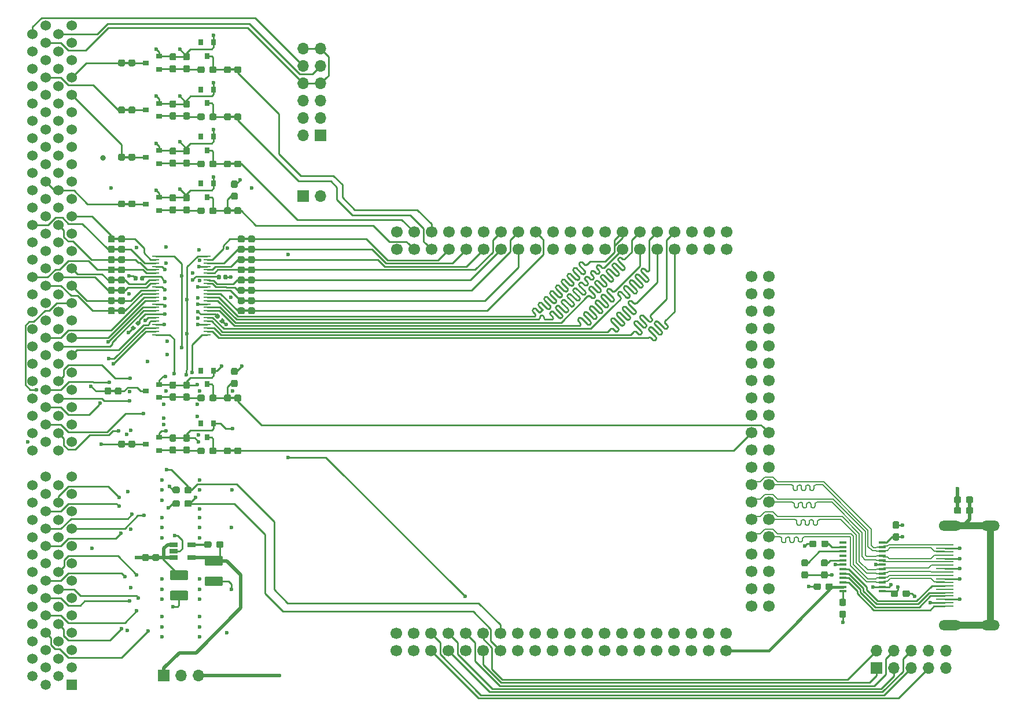
<source format=gtl>
G04 #@! TF.GenerationSoftware,KiCad,Pcbnew,(5.1.5)-3*
G04 #@! TF.CreationDate,2020-03-16T17:52:28+03:00*
G04 #@! TF.ProjectId,WM1200,574d3132-3030-42e6-9b69-6361645f7063,rev?*
G04 #@! TF.SameCoordinates,Original*
G04 #@! TF.FileFunction,Copper,L1,Top*
G04 #@! TF.FilePolarity,Positive*
%FSLAX46Y46*%
G04 Gerber Fmt 4.6, Leading zero omitted, Abs format (unit mm)*
G04 Created by KiCad (PCBNEW (5.1.5)-3) date 2020-03-16 17:52:28*
%MOMM*%
%LPD*%
G04 APERTURE LIST*
%ADD10C,0.100000*%
%ADD11C,0.300000*%
%ADD12R,0.800000X0.900000*%
%ADD13R,1.220000X0.650000*%
%ADD14R,0.900000X0.800000*%
%ADD15R,1.700000X1.700000*%
%ADD16O,1.700000X1.700000*%
%ADD17C,1.700000*%
%ADD18R,1.000000X0.285000*%
%ADD19R,2.600000X0.280000*%
%ADD20O,2.700000X1.500000*%
%ADD21O,3.300000X1.500000*%
%ADD22C,1.524000*%
%ADD23C,1.500000*%
%ADD24R,1.500000X1.500000*%
%ADD25R,1.100000X0.400000*%
%ADD26C,0.600000*%
%ADD27C,0.800000*%
%ADD28C,0.250000*%
%ADD29C,0.500000*%
%ADD30C,0.200000*%
%ADD31C,1.000000*%
%ADD32C,0.400000*%
G04 APERTURE END LIST*
D10*
G36*
X121300000Y-127795000D02*
G01*
X120800000Y-127795000D01*
X120800000Y-127395000D01*
X121300000Y-127395000D01*
X121300000Y-127795000D01*
G37*
X121300000Y-127795000D02*
X120800000Y-127795000D01*
X120800000Y-127395000D01*
X121300000Y-127395000D01*
X121300000Y-127795000D01*
D11*
X133300000Y-70000000D02*
X132792000Y-70000000D01*
X117800000Y-69000000D02*
X117292000Y-69000000D01*
X133300000Y-56200000D02*
X132792000Y-56200000D01*
X117800000Y-55200000D02*
X117292000Y-55200000D01*
X133300000Y-104250000D02*
X132792000Y-104250000D01*
X115800000Y-103250000D02*
X115292000Y-103250000D01*
X133300000Y-63100000D02*
X132792000Y-63100000D01*
X117800000Y-62100000D02*
X117292000Y-62100000D01*
X133300000Y-76850000D02*
X132792000Y-76850000D01*
X117800000Y-75850000D02*
X117292000Y-75850000D01*
X133300000Y-112000000D02*
X132792000Y-112000000D01*
X117800000Y-111000000D02*
X117292000Y-111000000D01*
X134800000Y-91500000D02*
X135308000Y-91500000D01*
X115800000Y-91500000D02*
X116308000Y-91500000D01*
X134800000Y-90000000D02*
X135308000Y-90000000D01*
X115800000Y-90000000D02*
X116308000Y-90000000D01*
X134800000Y-88500000D02*
X135308000Y-88500000D01*
X115800000Y-88500000D02*
X116308000Y-88500000D01*
X134800000Y-87000000D02*
X135308000Y-87000000D01*
X115800000Y-87000000D02*
X116308000Y-87000000D01*
X134800000Y-85500000D02*
X135308000Y-85500000D01*
X115800000Y-85500000D02*
X116308000Y-85500000D01*
X134800000Y-84000000D02*
X135308000Y-84000000D01*
X115800000Y-84000000D02*
X116308000Y-84000000D01*
X134800000Y-82500000D02*
X135308000Y-82500000D01*
X115800000Y-82500000D02*
X116308000Y-82500000D01*
X134800000Y-81000000D02*
X135308000Y-81000000D01*
X115800000Y-81000000D02*
X116308000Y-81000000D01*
G04 #@! TA.AperFunction,SMDPad,CuDef*
D10*
G36*
X131399504Y-130376204D02*
G01*
X131423773Y-130379804D01*
X131447571Y-130385765D01*
X131470671Y-130394030D01*
X131492849Y-130404520D01*
X131513893Y-130417133D01*
X131533598Y-130431747D01*
X131551777Y-130448223D01*
X131568253Y-130466402D01*
X131582867Y-130486107D01*
X131595480Y-130507151D01*
X131605970Y-130529329D01*
X131614235Y-130552429D01*
X131620196Y-130576227D01*
X131623796Y-130600496D01*
X131625000Y-130625000D01*
X131625000Y-131550000D01*
X131623796Y-131574504D01*
X131620196Y-131598773D01*
X131614235Y-131622571D01*
X131605970Y-131645671D01*
X131595480Y-131667849D01*
X131582867Y-131688893D01*
X131568253Y-131708598D01*
X131551777Y-131726777D01*
X131533598Y-131743253D01*
X131513893Y-131757867D01*
X131492849Y-131770480D01*
X131470671Y-131780970D01*
X131447571Y-131789235D01*
X131423773Y-131795196D01*
X131399504Y-131798796D01*
X131375000Y-131800000D01*
X129225000Y-131800000D01*
X129200496Y-131798796D01*
X129176227Y-131795196D01*
X129152429Y-131789235D01*
X129129329Y-131780970D01*
X129107151Y-131770480D01*
X129086107Y-131757867D01*
X129066402Y-131743253D01*
X129048223Y-131726777D01*
X129031747Y-131708598D01*
X129017133Y-131688893D01*
X129004520Y-131667849D01*
X128994030Y-131645671D01*
X128985765Y-131622571D01*
X128979804Y-131598773D01*
X128976204Y-131574504D01*
X128975000Y-131550000D01*
X128975000Y-130625000D01*
X128976204Y-130600496D01*
X128979804Y-130576227D01*
X128985765Y-130552429D01*
X128994030Y-130529329D01*
X129004520Y-130507151D01*
X129017133Y-130486107D01*
X129031747Y-130466402D01*
X129048223Y-130448223D01*
X129066402Y-130431747D01*
X129086107Y-130417133D01*
X129107151Y-130404520D01*
X129129329Y-130394030D01*
X129152429Y-130385765D01*
X129176227Y-130379804D01*
X129200496Y-130376204D01*
X129225000Y-130375000D01*
X131375000Y-130375000D01*
X131399504Y-130376204D01*
G37*
G04 #@! TD.AperFunction*
G04 #@! TA.AperFunction,SMDPad,CuDef*
G36*
X131399504Y-127401204D02*
G01*
X131423773Y-127404804D01*
X131447571Y-127410765D01*
X131470671Y-127419030D01*
X131492849Y-127429520D01*
X131513893Y-127442133D01*
X131533598Y-127456747D01*
X131551777Y-127473223D01*
X131568253Y-127491402D01*
X131582867Y-127511107D01*
X131595480Y-127532151D01*
X131605970Y-127554329D01*
X131614235Y-127577429D01*
X131620196Y-127601227D01*
X131623796Y-127625496D01*
X131625000Y-127650000D01*
X131625000Y-128575000D01*
X131623796Y-128599504D01*
X131620196Y-128623773D01*
X131614235Y-128647571D01*
X131605970Y-128670671D01*
X131595480Y-128692849D01*
X131582867Y-128713893D01*
X131568253Y-128733598D01*
X131551777Y-128751777D01*
X131533598Y-128768253D01*
X131513893Y-128782867D01*
X131492849Y-128795480D01*
X131470671Y-128805970D01*
X131447571Y-128814235D01*
X131423773Y-128820196D01*
X131399504Y-128823796D01*
X131375000Y-128825000D01*
X129225000Y-128825000D01*
X129200496Y-128823796D01*
X129176227Y-128820196D01*
X129152429Y-128814235D01*
X129129329Y-128805970D01*
X129107151Y-128795480D01*
X129086107Y-128782867D01*
X129066402Y-128768253D01*
X129048223Y-128751777D01*
X129031747Y-128733598D01*
X129017133Y-128713893D01*
X129004520Y-128692849D01*
X128994030Y-128670671D01*
X128985765Y-128647571D01*
X128979804Y-128623773D01*
X128976204Y-128599504D01*
X128975000Y-128575000D01*
X128975000Y-127650000D01*
X128976204Y-127625496D01*
X128979804Y-127601227D01*
X128985765Y-127577429D01*
X128994030Y-127554329D01*
X129004520Y-127532151D01*
X129017133Y-127511107D01*
X129031747Y-127491402D01*
X129048223Y-127473223D01*
X129066402Y-127456747D01*
X129086107Y-127442133D01*
X129107151Y-127429520D01*
X129129329Y-127419030D01*
X129152429Y-127410765D01*
X129176227Y-127404804D01*
X129200496Y-127401204D01*
X129225000Y-127400000D01*
X131375000Y-127400000D01*
X131399504Y-127401204D01*
G37*
G04 #@! TD.AperFunction*
G04 #@! TA.AperFunction,SMDPad,CuDef*
G36*
X126299504Y-132463704D02*
G01*
X126323773Y-132467304D01*
X126347571Y-132473265D01*
X126370671Y-132481530D01*
X126392849Y-132492020D01*
X126413893Y-132504633D01*
X126433598Y-132519247D01*
X126451777Y-132535723D01*
X126468253Y-132553902D01*
X126482867Y-132573607D01*
X126495480Y-132594651D01*
X126505970Y-132616829D01*
X126514235Y-132639929D01*
X126520196Y-132663727D01*
X126523796Y-132687996D01*
X126525000Y-132712500D01*
X126525000Y-133637500D01*
X126523796Y-133662004D01*
X126520196Y-133686273D01*
X126514235Y-133710071D01*
X126505970Y-133733171D01*
X126495480Y-133755349D01*
X126482867Y-133776393D01*
X126468253Y-133796098D01*
X126451777Y-133814277D01*
X126433598Y-133830753D01*
X126413893Y-133845367D01*
X126392849Y-133857980D01*
X126370671Y-133868470D01*
X126347571Y-133876735D01*
X126323773Y-133882696D01*
X126299504Y-133886296D01*
X126275000Y-133887500D01*
X124125000Y-133887500D01*
X124100496Y-133886296D01*
X124076227Y-133882696D01*
X124052429Y-133876735D01*
X124029329Y-133868470D01*
X124007151Y-133857980D01*
X123986107Y-133845367D01*
X123966402Y-133830753D01*
X123948223Y-133814277D01*
X123931747Y-133796098D01*
X123917133Y-133776393D01*
X123904520Y-133755349D01*
X123894030Y-133733171D01*
X123885765Y-133710071D01*
X123879804Y-133686273D01*
X123876204Y-133662004D01*
X123875000Y-133637500D01*
X123875000Y-132712500D01*
X123876204Y-132687996D01*
X123879804Y-132663727D01*
X123885765Y-132639929D01*
X123894030Y-132616829D01*
X123904520Y-132594651D01*
X123917133Y-132573607D01*
X123931747Y-132553902D01*
X123948223Y-132535723D01*
X123966402Y-132519247D01*
X123986107Y-132504633D01*
X124007151Y-132492020D01*
X124029329Y-132481530D01*
X124052429Y-132473265D01*
X124076227Y-132467304D01*
X124100496Y-132463704D01*
X124125000Y-132462500D01*
X126275000Y-132462500D01*
X126299504Y-132463704D01*
G37*
G04 #@! TD.AperFunction*
G04 #@! TA.AperFunction,SMDPad,CuDef*
G36*
X126299504Y-129488704D02*
G01*
X126323773Y-129492304D01*
X126347571Y-129498265D01*
X126370671Y-129506530D01*
X126392849Y-129517020D01*
X126413893Y-129529633D01*
X126433598Y-129544247D01*
X126451777Y-129560723D01*
X126468253Y-129578902D01*
X126482867Y-129598607D01*
X126495480Y-129619651D01*
X126505970Y-129641829D01*
X126514235Y-129664929D01*
X126520196Y-129688727D01*
X126523796Y-129712996D01*
X126525000Y-129737500D01*
X126525000Y-130662500D01*
X126523796Y-130687004D01*
X126520196Y-130711273D01*
X126514235Y-130735071D01*
X126505970Y-130758171D01*
X126495480Y-130780349D01*
X126482867Y-130801393D01*
X126468253Y-130821098D01*
X126451777Y-130839277D01*
X126433598Y-130855753D01*
X126413893Y-130870367D01*
X126392849Y-130882980D01*
X126370671Y-130893470D01*
X126347571Y-130901735D01*
X126323773Y-130907696D01*
X126299504Y-130911296D01*
X126275000Y-130912500D01*
X124125000Y-130912500D01*
X124100496Y-130911296D01*
X124076227Y-130907696D01*
X124052429Y-130901735D01*
X124029329Y-130893470D01*
X124007151Y-130882980D01*
X123986107Y-130870367D01*
X123966402Y-130855753D01*
X123948223Y-130839277D01*
X123931747Y-130821098D01*
X123917133Y-130801393D01*
X123904520Y-130780349D01*
X123894030Y-130758171D01*
X123885765Y-130735071D01*
X123879804Y-130711273D01*
X123876204Y-130687004D01*
X123875000Y-130662500D01*
X123875000Y-129737500D01*
X123876204Y-129712996D01*
X123879804Y-129688727D01*
X123885765Y-129664929D01*
X123894030Y-129641829D01*
X123904520Y-129619651D01*
X123917133Y-129598607D01*
X123931747Y-129578902D01*
X123948223Y-129560723D01*
X123966402Y-129544247D01*
X123986107Y-129529633D01*
X124007151Y-129517020D01*
X124029329Y-129506530D01*
X124052429Y-129498265D01*
X124076227Y-129492304D01*
X124100496Y-129488704D01*
X124125000Y-129487500D01*
X126275000Y-129487500D01*
X126299504Y-129488704D01*
G37*
G04 #@! TD.AperFunction*
D12*
X130250000Y-66000000D03*
X128350000Y-66000000D03*
X129300000Y-68000000D03*
X130250000Y-52200000D03*
X128350000Y-52200000D03*
X129300000Y-54200000D03*
X130250000Y-100250000D03*
X128350000Y-100250000D03*
X129300000Y-102250000D03*
X130250000Y-59100000D03*
X128350000Y-59100000D03*
X129300000Y-61100000D03*
X130250000Y-72850000D03*
X128350000Y-72850000D03*
X129300000Y-74850000D03*
X130250000Y-108000000D03*
X128350000Y-108000000D03*
X129300000Y-110000000D03*
D13*
X124425001Y-125725001D03*
X124425001Y-126675001D03*
X124425001Y-127625001D03*
X127045001Y-127625001D03*
X127045001Y-125725001D03*
D14*
X122300000Y-69950000D03*
X122300000Y-68050000D03*
X120300000Y-69000000D03*
X122300000Y-56150000D03*
X122300000Y-54250000D03*
X120300000Y-55200000D03*
X122300000Y-104200000D03*
X122300000Y-102300000D03*
X120300000Y-103250000D03*
X122300000Y-63050000D03*
X122300000Y-61150000D03*
X120300000Y-62100000D03*
X122300000Y-76800000D03*
X122300000Y-74900000D03*
X120300000Y-75850000D03*
X122300000Y-111950000D03*
X122300000Y-110050000D03*
X120300000Y-111000000D03*
D15*
X227280000Y-143800000D03*
D16*
X227280000Y-141260000D03*
X229820000Y-143800000D03*
X229820000Y-141260000D03*
X232360000Y-143800000D03*
X232360000Y-141260000D03*
X234900000Y-143800000D03*
X234900000Y-141260000D03*
X237440000Y-143800000D03*
X237440000Y-141260000D03*
X143400000Y-53150000D03*
X145940000Y-53150000D03*
X143400000Y-55690000D03*
X145940000Y-55690000D03*
X143400000Y-58230000D03*
X145940000Y-58230000D03*
X143400000Y-60770000D03*
X145940000Y-60770000D03*
X143400000Y-63310000D03*
X145940000Y-63310000D03*
X143400000Y-65850000D03*
D15*
X145940000Y-65850000D03*
X143400000Y-74725000D03*
D16*
X145940000Y-74725000D03*
D15*
X122960000Y-144900000D03*
D16*
X125500000Y-144900000D03*
X128040000Y-144900000D03*
D17*
X157049200Y-82531500D03*
X157049200Y-79991500D03*
X159589200Y-82531500D03*
X159589200Y-79991500D03*
X162129200Y-82531500D03*
X162129200Y-79991500D03*
X164669200Y-82531500D03*
X164669200Y-79991500D03*
X167209200Y-82531500D03*
X167209200Y-79991500D03*
X169749200Y-82531500D03*
X169749200Y-79991500D03*
X172289200Y-82531500D03*
X172289200Y-79991500D03*
X174829200Y-82531500D03*
X174829200Y-79991500D03*
X177369200Y-82531500D03*
X177369200Y-79991500D03*
X179909200Y-82531500D03*
X179909200Y-79991500D03*
X182449200Y-82531500D03*
X182449200Y-79991500D03*
X184989200Y-82531500D03*
X184989200Y-79991500D03*
X187529200Y-82531500D03*
X187529200Y-79991500D03*
X190069200Y-82531500D03*
X190069200Y-79991500D03*
X192609200Y-82531500D03*
X192609200Y-79991500D03*
X195149200Y-82531500D03*
X195149200Y-79991500D03*
X197689200Y-82531500D03*
X197689200Y-79991500D03*
X200229200Y-82531500D03*
X200229200Y-79991500D03*
X202769200Y-82531500D03*
X202769200Y-79991500D03*
X205309200Y-82531500D03*
X205309200Y-79991500D03*
X208984500Y-86514300D03*
X211524500Y-86514300D03*
X208984500Y-89054300D03*
X211524500Y-89054300D03*
X208984500Y-91594300D03*
X211524500Y-91594300D03*
X208984500Y-94134300D03*
X211524500Y-94134300D03*
X208984500Y-96674300D03*
X211524500Y-96674300D03*
X208984500Y-99214300D03*
X211524500Y-99214300D03*
X208984500Y-101754300D03*
X211524500Y-101754300D03*
X208984500Y-104294300D03*
X211524500Y-104294300D03*
X208984500Y-106834300D03*
X211524500Y-106834300D03*
X208984500Y-109374300D03*
X211524500Y-109374300D03*
X208984500Y-111914300D03*
X211524500Y-111914300D03*
X208984500Y-114454300D03*
X211524500Y-114454300D03*
X208984500Y-116994300D03*
X211524500Y-116994300D03*
X208984500Y-119534300D03*
X211524500Y-119534300D03*
X208984500Y-122074300D03*
X211524500Y-122074300D03*
X208984500Y-124614300D03*
X211524500Y-124614300D03*
X208984500Y-127154300D03*
X211524500Y-127154300D03*
X208984500Y-129694300D03*
X211524500Y-129694300D03*
X208984500Y-132234300D03*
X211524500Y-132234300D03*
X208984500Y-134774300D03*
X211524500Y-134774300D03*
X205225300Y-138673200D03*
X205225300Y-141213200D03*
X202685300Y-138673200D03*
X202685300Y-141213200D03*
X200145300Y-138673200D03*
X200145300Y-141213200D03*
X197605300Y-138673200D03*
X197605300Y-141213200D03*
X195065300Y-138673200D03*
X195065300Y-141213200D03*
X192525300Y-138673200D03*
X192525300Y-141213200D03*
X189985300Y-138673200D03*
X189985300Y-141213200D03*
X187445300Y-138673200D03*
X187445300Y-141213200D03*
X184905300Y-138673200D03*
X184905300Y-141213200D03*
X182365300Y-138673200D03*
X182365300Y-141213200D03*
X179825300Y-138673200D03*
X179825300Y-141213200D03*
X177285300Y-138673200D03*
X177285300Y-141213200D03*
X174745300Y-138673200D03*
X174745300Y-141213200D03*
X172205300Y-138673200D03*
X172205300Y-141213200D03*
X169665300Y-138673200D03*
X169665300Y-141213200D03*
X167125300Y-138673200D03*
X167125300Y-141213200D03*
X164585300Y-138673200D03*
X164585300Y-141213200D03*
X162045300Y-138673200D03*
X162045300Y-141213200D03*
X159505300Y-138673200D03*
X159505300Y-141213200D03*
X156965300Y-138673200D03*
X156965300Y-141213200D03*
G04 #@! TA.AperFunction,SMDPad,CuDef*
D10*
G36*
X122074504Y-127101204D02*
G01*
X122098773Y-127104804D01*
X122122571Y-127110765D01*
X122145671Y-127119030D01*
X122167849Y-127129520D01*
X122188893Y-127142133D01*
X122208598Y-127156747D01*
X122226777Y-127173223D01*
X122243253Y-127191402D01*
X122257867Y-127211107D01*
X122270480Y-127232151D01*
X122280970Y-127254329D01*
X122289235Y-127277429D01*
X122295196Y-127301227D01*
X122298796Y-127325496D01*
X122300000Y-127350000D01*
X122300000Y-127850000D01*
X122298796Y-127874504D01*
X122295196Y-127898773D01*
X122289235Y-127922571D01*
X122280970Y-127945671D01*
X122270480Y-127967849D01*
X122257867Y-127988893D01*
X122243253Y-128008598D01*
X122226777Y-128026777D01*
X122208598Y-128043253D01*
X122188893Y-128057867D01*
X122167849Y-128070480D01*
X122145671Y-128080970D01*
X122122571Y-128089235D01*
X122098773Y-128095196D01*
X122074504Y-128098796D01*
X122050000Y-128100000D01*
X121550000Y-128100000D01*
X121525496Y-128098796D01*
X121501227Y-128095196D01*
X121477429Y-128089235D01*
X121454329Y-128080970D01*
X121432151Y-128070480D01*
X121411107Y-128057867D01*
X121391402Y-128043253D01*
X121373223Y-128026777D01*
X121356747Y-128008598D01*
X121342133Y-127988893D01*
X121329520Y-127967849D01*
X121319030Y-127945671D01*
X121310765Y-127922571D01*
X121304804Y-127898773D01*
X121301204Y-127874504D01*
X121300000Y-127850000D01*
X121300000Y-127350000D01*
X121301204Y-127325496D01*
X121304804Y-127301227D01*
X121310765Y-127277429D01*
X121319030Y-127254329D01*
X121329520Y-127232151D01*
X121342133Y-127211107D01*
X121356747Y-127191402D01*
X121373223Y-127173223D01*
X121391402Y-127156747D01*
X121411107Y-127142133D01*
X121432151Y-127129520D01*
X121454329Y-127119030D01*
X121477429Y-127110765D01*
X121501227Y-127104804D01*
X121525496Y-127101204D01*
X121550000Y-127100000D01*
X122050000Y-127100000D01*
X122074504Y-127101204D01*
G37*
G04 #@! TD.AperFunction*
G04 #@! TA.AperFunction,SMDPad,CuDef*
G36*
X120574504Y-127101204D02*
G01*
X120598773Y-127104804D01*
X120622571Y-127110765D01*
X120645671Y-127119030D01*
X120667849Y-127129520D01*
X120688893Y-127142133D01*
X120708598Y-127156747D01*
X120726777Y-127173223D01*
X120743253Y-127191402D01*
X120757867Y-127211107D01*
X120770480Y-127232151D01*
X120780970Y-127254329D01*
X120789235Y-127277429D01*
X120795196Y-127301227D01*
X120798796Y-127325496D01*
X120800000Y-127350000D01*
X120800000Y-127850000D01*
X120798796Y-127874504D01*
X120795196Y-127898773D01*
X120789235Y-127922571D01*
X120780970Y-127945671D01*
X120770480Y-127967849D01*
X120757867Y-127988893D01*
X120743253Y-128008598D01*
X120726777Y-128026777D01*
X120708598Y-128043253D01*
X120688893Y-128057867D01*
X120667849Y-128070480D01*
X120645671Y-128080970D01*
X120622571Y-128089235D01*
X120598773Y-128095196D01*
X120574504Y-128098796D01*
X120550000Y-128100000D01*
X120050000Y-128100000D01*
X120025496Y-128098796D01*
X120001227Y-128095196D01*
X119977429Y-128089235D01*
X119954329Y-128080970D01*
X119932151Y-128070480D01*
X119911107Y-128057867D01*
X119891402Y-128043253D01*
X119873223Y-128026777D01*
X119856747Y-128008598D01*
X119842133Y-127988893D01*
X119829520Y-127967849D01*
X119819030Y-127945671D01*
X119810765Y-127922571D01*
X119804804Y-127898773D01*
X119801204Y-127874504D01*
X119800000Y-127850000D01*
X119800000Y-127350000D01*
X119801204Y-127325496D01*
X119804804Y-127301227D01*
X119810765Y-127277429D01*
X119819030Y-127254329D01*
X119829520Y-127232151D01*
X119842133Y-127211107D01*
X119856747Y-127191402D01*
X119873223Y-127173223D01*
X119891402Y-127156747D01*
X119911107Y-127142133D01*
X119932151Y-127129520D01*
X119954329Y-127119030D01*
X119977429Y-127110765D01*
X120001227Y-127104804D01*
X120025496Y-127101204D01*
X120050000Y-127100000D01*
X120550000Y-127100000D01*
X120574504Y-127101204D01*
G37*
G04 #@! TD.AperFunction*
G04 #@! TA.AperFunction,SMDPad,CuDef*
G36*
X130839189Y-91908989D02*
G01*
X130853507Y-91911113D01*
X130867548Y-91914630D01*
X130881177Y-91919507D01*
X130894262Y-91925696D01*
X130906678Y-91933137D01*
X130918304Y-91941760D01*
X130929029Y-91951481D01*
X131137625Y-92160077D01*
X131147346Y-92170802D01*
X131155969Y-92182428D01*
X131163410Y-92194844D01*
X131169599Y-92207929D01*
X131174476Y-92221558D01*
X131177993Y-92235599D01*
X131180117Y-92249917D01*
X131180827Y-92264375D01*
X131180117Y-92278833D01*
X131177993Y-92293151D01*
X131174476Y-92307192D01*
X131169599Y-92320821D01*
X131163410Y-92333906D01*
X131155969Y-92346322D01*
X131147346Y-92357948D01*
X131137625Y-92368673D01*
X130893673Y-92612625D01*
X130882948Y-92622346D01*
X130871322Y-92630969D01*
X130858906Y-92638410D01*
X130845821Y-92644599D01*
X130832192Y-92649476D01*
X130818151Y-92652993D01*
X130803833Y-92655117D01*
X130789375Y-92655827D01*
X130774917Y-92655117D01*
X130760599Y-92652993D01*
X130746558Y-92649476D01*
X130732929Y-92644599D01*
X130719844Y-92638410D01*
X130707428Y-92630969D01*
X130695802Y-92622346D01*
X130685077Y-92612625D01*
X130476481Y-92404029D01*
X130466760Y-92393304D01*
X130458137Y-92381678D01*
X130450696Y-92369262D01*
X130444507Y-92356177D01*
X130439630Y-92342548D01*
X130436113Y-92328507D01*
X130433989Y-92314189D01*
X130433279Y-92299731D01*
X130433989Y-92285273D01*
X130436113Y-92270955D01*
X130439630Y-92256914D01*
X130444507Y-92243285D01*
X130450696Y-92230200D01*
X130458137Y-92217784D01*
X130466760Y-92206158D01*
X130476481Y-92195433D01*
X130720433Y-91951481D01*
X130731158Y-91941760D01*
X130742784Y-91933137D01*
X130755200Y-91925696D01*
X130768285Y-91919507D01*
X130781914Y-91914630D01*
X130795955Y-91911113D01*
X130810273Y-91908989D01*
X130824731Y-91908279D01*
X130839189Y-91908989D01*
G37*
G04 #@! TD.AperFunction*
G04 #@! TA.AperFunction,SMDPad,CuDef*
G36*
X131525083Y-92594883D02*
G01*
X131539401Y-92597007D01*
X131553442Y-92600524D01*
X131567071Y-92605401D01*
X131580156Y-92611590D01*
X131592572Y-92619031D01*
X131604198Y-92627654D01*
X131614923Y-92637375D01*
X131823519Y-92845971D01*
X131833240Y-92856696D01*
X131841863Y-92868322D01*
X131849304Y-92880738D01*
X131855493Y-92893823D01*
X131860370Y-92907452D01*
X131863887Y-92921493D01*
X131866011Y-92935811D01*
X131866721Y-92950269D01*
X131866011Y-92964727D01*
X131863887Y-92979045D01*
X131860370Y-92993086D01*
X131855493Y-93006715D01*
X131849304Y-93019800D01*
X131841863Y-93032216D01*
X131833240Y-93043842D01*
X131823519Y-93054567D01*
X131579567Y-93298519D01*
X131568842Y-93308240D01*
X131557216Y-93316863D01*
X131544800Y-93324304D01*
X131531715Y-93330493D01*
X131518086Y-93335370D01*
X131504045Y-93338887D01*
X131489727Y-93341011D01*
X131475269Y-93341721D01*
X131460811Y-93341011D01*
X131446493Y-93338887D01*
X131432452Y-93335370D01*
X131418823Y-93330493D01*
X131405738Y-93324304D01*
X131393322Y-93316863D01*
X131381696Y-93308240D01*
X131370971Y-93298519D01*
X131162375Y-93089923D01*
X131152654Y-93079198D01*
X131144031Y-93067572D01*
X131136590Y-93055156D01*
X131130401Y-93042071D01*
X131125524Y-93028442D01*
X131122007Y-93014401D01*
X131119883Y-93000083D01*
X131119173Y-92985625D01*
X131119883Y-92971167D01*
X131122007Y-92956849D01*
X131125524Y-92942808D01*
X131130401Y-92929179D01*
X131136590Y-92916094D01*
X131144031Y-92903678D01*
X131152654Y-92892052D01*
X131162375Y-92881327D01*
X131406327Y-92637375D01*
X131417052Y-92627654D01*
X131428678Y-92619031D01*
X131441094Y-92611590D01*
X131454179Y-92605401D01*
X131467808Y-92600524D01*
X131481849Y-92597007D01*
X131496167Y-92594883D01*
X131510625Y-92594173D01*
X131525083Y-92594883D01*
G37*
G04 #@! TD.AperFunction*
G04 #@! TA.AperFunction,SMDPad,CuDef*
G36*
X119199727Y-92953989D02*
G01*
X119214045Y-92956113D01*
X119228086Y-92959630D01*
X119241715Y-92964507D01*
X119254800Y-92970696D01*
X119267216Y-92978137D01*
X119278842Y-92986760D01*
X119289567Y-92996481D01*
X119533519Y-93240433D01*
X119543240Y-93251158D01*
X119551863Y-93262784D01*
X119559304Y-93275200D01*
X119565493Y-93288285D01*
X119570370Y-93301914D01*
X119573887Y-93315955D01*
X119576011Y-93330273D01*
X119576721Y-93344731D01*
X119576011Y-93359189D01*
X119573887Y-93373507D01*
X119570370Y-93387548D01*
X119565493Y-93401177D01*
X119559304Y-93414262D01*
X119551863Y-93426678D01*
X119543240Y-93438304D01*
X119533519Y-93449029D01*
X119324923Y-93657625D01*
X119314198Y-93667346D01*
X119302572Y-93675969D01*
X119290156Y-93683410D01*
X119277071Y-93689599D01*
X119263442Y-93694476D01*
X119249401Y-93697993D01*
X119235083Y-93700117D01*
X119220625Y-93700827D01*
X119206167Y-93700117D01*
X119191849Y-93697993D01*
X119177808Y-93694476D01*
X119164179Y-93689599D01*
X119151094Y-93683410D01*
X119138678Y-93675969D01*
X119127052Y-93667346D01*
X119116327Y-93657625D01*
X118872375Y-93413673D01*
X118862654Y-93402948D01*
X118854031Y-93391322D01*
X118846590Y-93378906D01*
X118840401Y-93365821D01*
X118835524Y-93352192D01*
X118832007Y-93338151D01*
X118829883Y-93323833D01*
X118829173Y-93309375D01*
X118829883Y-93294917D01*
X118832007Y-93280599D01*
X118835524Y-93266558D01*
X118840401Y-93252929D01*
X118846590Y-93239844D01*
X118854031Y-93227428D01*
X118862654Y-93215802D01*
X118872375Y-93205077D01*
X119080971Y-92996481D01*
X119091696Y-92986760D01*
X119103322Y-92978137D01*
X119115738Y-92970696D01*
X119128823Y-92964507D01*
X119142452Y-92959630D01*
X119156493Y-92956113D01*
X119170811Y-92953989D01*
X119185269Y-92953279D01*
X119199727Y-92953989D01*
G37*
G04 #@! TD.AperFunction*
G04 #@! TA.AperFunction,SMDPad,CuDef*
G36*
X118513833Y-93639883D02*
G01*
X118528151Y-93642007D01*
X118542192Y-93645524D01*
X118555821Y-93650401D01*
X118568906Y-93656590D01*
X118581322Y-93664031D01*
X118592948Y-93672654D01*
X118603673Y-93682375D01*
X118847625Y-93926327D01*
X118857346Y-93937052D01*
X118865969Y-93948678D01*
X118873410Y-93961094D01*
X118879599Y-93974179D01*
X118884476Y-93987808D01*
X118887993Y-94001849D01*
X118890117Y-94016167D01*
X118890827Y-94030625D01*
X118890117Y-94045083D01*
X118887993Y-94059401D01*
X118884476Y-94073442D01*
X118879599Y-94087071D01*
X118873410Y-94100156D01*
X118865969Y-94112572D01*
X118857346Y-94124198D01*
X118847625Y-94134923D01*
X118639029Y-94343519D01*
X118628304Y-94353240D01*
X118616678Y-94361863D01*
X118604262Y-94369304D01*
X118591177Y-94375493D01*
X118577548Y-94380370D01*
X118563507Y-94383887D01*
X118549189Y-94386011D01*
X118534731Y-94386721D01*
X118520273Y-94386011D01*
X118505955Y-94383887D01*
X118491914Y-94380370D01*
X118478285Y-94375493D01*
X118465200Y-94369304D01*
X118452784Y-94361863D01*
X118441158Y-94353240D01*
X118430433Y-94343519D01*
X118186481Y-94099567D01*
X118176760Y-94088842D01*
X118168137Y-94077216D01*
X118160696Y-94064800D01*
X118154507Y-94051715D01*
X118149630Y-94038086D01*
X118146113Y-94024045D01*
X118143989Y-94009727D01*
X118143279Y-93995269D01*
X118143989Y-93980811D01*
X118146113Y-93966493D01*
X118149630Y-93952452D01*
X118154507Y-93938823D01*
X118160696Y-93925738D01*
X118168137Y-93913322D01*
X118176760Y-93901696D01*
X118186481Y-93890971D01*
X118395077Y-93682375D01*
X118405802Y-93672654D01*
X118417428Y-93664031D01*
X118429844Y-93656590D01*
X118442929Y-93650401D01*
X118456558Y-93645524D01*
X118470599Y-93642007D01*
X118484917Y-93639883D01*
X118499375Y-93639173D01*
X118513833Y-93639883D01*
G37*
G04 #@! TD.AperFunction*
G04 #@! TA.AperFunction,SMDPad,CuDef*
G36*
X131186958Y-86255710D02*
G01*
X131201276Y-86257834D01*
X131215317Y-86261351D01*
X131228946Y-86266228D01*
X131242031Y-86272417D01*
X131254447Y-86279858D01*
X131266073Y-86288481D01*
X131276798Y-86298202D01*
X131286519Y-86308927D01*
X131295142Y-86320553D01*
X131302583Y-86332969D01*
X131308772Y-86346054D01*
X131313649Y-86359683D01*
X131317166Y-86373724D01*
X131319290Y-86388042D01*
X131320000Y-86402500D01*
X131320000Y-86747500D01*
X131319290Y-86761958D01*
X131317166Y-86776276D01*
X131313649Y-86790317D01*
X131308772Y-86803946D01*
X131302583Y-86817031D01*
X131295142Y-86829447D01*
X131286519Y-86841073D01*
X131276798Y-86851798D01*
X131266073Y-86861519D01*
X131254447Y-86870142D01*
X131242031Y-86877583D01*
X131228946Y-86883772D01*
X131215317Y-86888649D01*
X131201276Y-86892166D01*
X131186958Y-86894290D01*
X131172500Y-86895000D01*
X130877500Y-86895000D01*
X130863042Y-86894290D01*
X130848724Y-86892166D01*
X130834683Y-86888649D01*
X130821054Y-86883772D01*
X130807969Y-86877583D01*
X130795553Y-86870142D01*
X130783927Y-86861519D01*
X130773202Y-86851798D01*
X130763481Y-86841073D01*
X130754858Y-86829447D01*
X130747417Y-86817031D01*
X130741228Y-86803946D01*
X130736351Y-86790317D01*
X130732834Y-86776276D01*
X130730710Y-86761958D01*
X130730000Y-86747500D01*
X130730000Y-86402500D01*
X130730710Y-86388042D01*
X130732834Y-86373724D01*
X130736351Y-86359683D01*
X130741228Y-86346054D01*
X130747417Y-86332969D01*
X130754858Y-86320553D01*
X130763481Y-86308927D01*
X130773202Y-86298202D01*
X130783927Y-86288481D01*
X130795553Y-86279858D01*
X130807969Y-86272417D01*
X130821054Y-86266228D01*
X130834683Y-86261351D01*
X130848724Y-86257834D01*
X130863042Y-86255710D01*
X130877500Y-86255000D01*
X131172500Y-86255000D01*
X131186958Y-86255710D01*
G37*
G04 #@! TD.AperFunction*
G04 #@! TA.AperFunction,SMDPad,CuDef*
G36*
X132156958Y-86255710D02*
G01*
X132171276Y-86257834D01*
X132185317Y-86261351D01*
X132198946Y-86266228D01*
X132212031Y-86272417D01*
X132224447Y-86279858D01*
X132236073Y-86288481D01*
X132246798Y-86298202D01*
X132256519Y-86308927D01*
X132265142Y-86320553D01*
X132272583Y-86332969D01*
X132278772Y-86346054D01*
X132283649Y-86359683D01*
X132287166Y-86373724D01*
X132289290Y-86388042D01*
X132290000Y-86402500D01*
X132290000Y-86747500D01*
X132289290Y-86761958D01*
X132287166Y-86776276D01*
X132283649Y-86790317D01*
X132278772Y-86803946D01*
X132272583Y-86817031D01*
X132265142Y-86829447D01*
X132256519Y-86841073D01*
X132246798Y-86851798D01*
X132236073Y-86861519D01*
X132224447Y-86870142D01*
X132212031Y-86877583D01*
X132198946Y-86883772D01*
X132185317Y-86888649D01*
X132171276Y-86892166D01*
X132156958Y-86894290D01*
X132142500Y-86895000D01*
X131847500Y-86895000D01*
X131833042Y-86894290D01*
X131818724Y-86892166D01*
X131804683Y-86888649D01*
X131791054Y-86883772D01*
X131777969Y-86877583D01*
X131765553Y-86870142D01*
X131753927Y-86861519D01*
X131743202Y-86851798D01*
X131733481Y-86841073D01*
X131724858Y-86829447D01*
X131717417Y-86817031D01*
X131711228Y-86803946D01*
X131706351Y-86790317D01*
X131702834Y-86776276D01*
X131700710Y-86761958D01*
X131700000Y-86747500D01*
X131700000Y-86402500D01*
X131700710Y-86388042D01*
X131702834Y-86373724D01*
X131706351Y-86359683D01*
X131711228Y-86346054D01*
X131717417Y-86332969D01*
X131724858Y-86320553D01*
X131733481Y-86308927D01*
X131743202Y-86298202D01*
X131753927Y-86288481D01*
X131765553Y-86279858D01*
X131777969Y-86272417D01*
X131791054Y-86266228D01*
X131804683Y-86261351D01*
X131818724Y-86257834D01*
X131833042Y-86255710D01*
X131847500Y-86255000D01*
X132142500Y-86255000D01*
X132156958Y-86255710D01*
G37*
G04 #@! TD.AperFunction*
G04 #@! TA.AperFunction,SMDPad,CuDef*
G36*
X119981958Y-86430710D02*
G01*
X119996276Y-86432834D01*
X120010317Y-86436351D01*
X120023946Y-86441228D01*
X120037031Y-86447417D01*
X120049447Y-86454858D01*
X120061073Y-86463481D01*
X120071798Y-86473202D01*
X120081519Y-86483927D01*
X120090142Y-86495553D01*
X120097583Y-86507969D01*
X120103772Y-86521054D01*
X120108649Y-86534683D01*
X120112166Y-86548724D01*
X120114290Y-86563042D01*
X120115000Y-86577500D01*
X120115000Y-86922500D01*
X120114290Y-86936958D01*
X120112166Y-86951276D01*
X120108649Y-86965317D01*
X120103772Y-86978946D01*
X120097583Y-86992031D01*
X120090142Y-87004447D01*
X120081519Y-87016073D01*
X120071798Y-87026798D01*
X120061073Y-87036519D01*
X120049447Y-87045142D01*
X120037031Y-87052583D01*
X120023946Y-87058772D01*
X120010317Y-87063649D01*
X119996276Y-87067166D01*
X119981958Y-87069290D01*
X119967500Y-87070000D01*
X119672500Y-87070000D01*
X119658042Y-87069290D01*
X119643724Y-87067166D01*
X119629683Y-87063649D01*
X119616054Y-87058772D01*
X119602969Y-87052583D01*
X119590553Y-87045142D01*
X119578927Y-87036519D01*
X119568202Y-87026798D01*
X119558481Y-87016073D01*
X119549858Y-87004447D01*
X119542417Y-86992031D01*
X119536228Y-86978946D01*
X119531351Y-86965317D01*
X119527834Y-86951276D01*
X119525710Y-86936958D01*
X119525000Y-86922500D01*
X119525000Y-86577500D01*
X119525710Y-86563042D01*
X119527834Y-86548724D01*
X119531351Y-86534683D01*
X119536228Y-86521054D01*
X119542417Y-86507969D01*
X119549858Y-86495553D01*
X119558481Y-86483927D01*
X119568202Y-86473202D01*
X119578927Y-86463481D01*
X119590553Y-86454858D01*
X119602969Y-86447417D01*
X119616054Y-86441228D01*
X119629683Y-86436351D01*
X119643724Y-86432834D01*
X119658042Y-86430710D01*
X119672500Y-86430000D01*
X119967500Y-86430000D01*
X119981958Y-86430710D01*
G37*
G04 #@! TD.AperFunction*
G04 #@! TA.AperFunction,SMDPad,CuDef*
G36*
X119011958Y-86430710D02*
G01*
X119026276Y-86432834D01*
X119040317Y-86436351D01*
X119053946Y-86441228D01*
X119067031Y-86447417D01*
X119079447Y-86454858D01*
X119091073Y-86463481D01*
X119101798Y-86473202D01*
X119111519Y-86483927D01*
X119120142Y-86495553D01*
X119127583Y-86507969D01*
X119133772Y-86521054D01*
X119138649Y-86534683D01*
X119142166Y-86548724D01*
X119144290Y-86563042D01*
X119145000Y-86577500D01*
X119145000Y-86922500D01*
X119144290Y-86936958D01*
X119142166Y-86951276D01*
X119138649Y-86965317D01*
X119133772Y-86978946D01*
X119127583Y-86992031D01*
X119120142Y-87004447D01*
X119111519Y-87016073D01*
X119101798Y-87026798D01*
X119091073Y-87036519D01*
X119079447Y-87045142D01*
X119067031Y-87052583D01*
X119053946Y-87058772D01*
X119040317Y-87063649D01*
X119026276Y-87067166D01*
X119011958Y-87069290D01*
X118997500Y-87070000D01*
X118702500Y-87070000D01*
X118688042Y-87069290D01*
X118673724Y-87067166D01*
X118659683Y-87063649D01*
X118646054Y-87058772D01*
X118632969Y-87052583D01*
X118620553Y-87045142D01*
X118608927Y-87036519D01*
X118598202Y-87026798D01*
X118588481Y-87016073D01*
X118579858Y-87004447D01*
X118572417Y-86992031D01*
X118566228Y-86978946D01*
X118561351Y-86965317D01*
X118557834Y-86951276D01*
X118555710Y-86936958D01*
X118555000Y-86922500D01*
X118555000Y-86577500D01*
X118555710Y-86563042D01*
X118557834Y-86548724D01*
X118561351Y-86534683D01*
X118566228Y-86521054D01*
X118572417Y-86507969D01*
X118579858Y-86495553D01*
X118588481Y-86483927D01*
X118598202Y-86473202D01*
X118608927Y-86463481D01*
X118620553Y-86454858D01*
X118632969Y-86447417D01*
X118646054Y-86441228D01*
X118659683Y-86436351D01*
X118673724Y-86432834D01*
X118688042Y-86430710D01*
X118702500Y-86430000D01*
X118997500Y-86430000D01*
X119011958Y-86430710D01*
G37*
G04 #@! TD.AperFunction*
D18*
X129300000Y-83500000D03*
X129300000Y-84000000D03*
X129300000Y-84500000D03*
X129300000Y-85000000D03*
X129300000Y-85500000D03*
X129300000Y-86000000D03*
X129300000Y-86500000D03*
X129300000Y-87000000D03*
X129300000Y-87500000D03*
X129300000Y-88000000D03*
X129300000Y-88500000D03*
X129300000Y-89000000D03*
X129300000Y-89500000D03*
X129300000Y-90000000D03*
X129300000Y-90500000D03*
X129300000Y-91000000D03*
X129300000Y-91500000D03*
X129300000Y-92000000D03*
X129300000Y-92500000D03*
X129300000Y-93000000D03*
X129300000Y-93500000D03*
X129300000Y-94000000D03*
X129300000Y-94500000D03*
X129300000Y-95000000D03*
X121800000Y-95000000D03*
X121800000Y-94500000D03*
X121800000Y-94000000D03*
X121800000Y-93500000D03*
X121800000Y-93000000D03*
X121800000Y-92500000D03*
X121800000Y-92000000D03*
X121800000Y-91500000D03*
X121800000Y-91000000D03*
X121800000Y-90500000D03*
X121800000Y-90000000D03*
X121800000Y-89500000D03*
X121800000Y-89000000D03*
X121800000Y-88500000D03*
X121800000Y-88000000D03*
X121800000Y-87500000D03*
X121800000Y-87000000D03*
X121800000Y-86500000D03*
X121800000Y-86000000D03*
X121800000Y-85500000D03*
X121800000Y-85000000D03*
X121800000Y-84500000D03*
X121800000Y-84000000D03*
X121800000Y-83500000D03*
G04 #@! TA.AperFunction,SMDPad,CuDef*
D10*
G36*
X132574504Y-69501204D02*
G01*
X132598773Y-69504804D01*
X132622571Y-69510765D01*
X132645671Y-69519030D01*
X132667849Y-69529520D01*
X132688893Y-69542133D01*
X132708598Y-69556747D01*
X132726777Y-69573223D01*
X132743253Y-69591402D01*
X132757867Y-69611107D01*
X132770480Y-69632151D01*
X132780970Y-69654329D01*
X132789235Y-69677429D01*
X132795196Y-69701227D01*
X132798796Y-69725496D01*
X132800000Y-69750000D01*
X132800000Y-70250000D01*
X132798796Y-70274504D01*
X132795196Y-70298773D01*
X132789235Y-70322571D01*
X132780970Y-70345671D01*
X132770480Y-70367849D01*
X132757867Y-70388893D01*
X132743253Y-70408598D01*
X132726777Y-70426777D01*
X132708598Y-70443253D01*
X132688893Y-70457867D01*
X132667849Y-70470480D01*
X132645671Y-70480970D01*
X132622571Y-70489235D01*
X132598773Y-70495196D01*
X132574504Y-70498796D01*
X132550000Y-70500000D01*
X132050000Y-70500000D01*
X132025496Y-70498796D01*
X132001227Y-70495196D01*
X131977429Y-70489235D01*
X131954329Y-70480970D01*
X131932151Y-70470480D01*
X131911107Y-70457867D01*
X131891402Y-70443253D01*
X131873223Y-70426777D01*
X131856747Y-70408598D01*
X131842133Y-70388893D01*
X131829520Y-70367849D01*
X131819030Y-70345671D01*
X131810765Y-70322571D01*
X131804804Y-70298773D01*
X131801204Y-70274504D01*
X131800000Y-70250000D01*
X131800000Y-69750000D01*
X131801204Y-69725496D01*
X131804804Y-69701227D01*
X131810765Y-69677429D01*
X131819030Y-69654329D01*
X131829520Y-69632151D01*
X131842133Y-69611107D01*
X131856747Y-69591402D01*
X131873223Y-69573223D01*
X131891402Y-69556747D01*
X131911107Y-69542133D01*
X131932151Y-69529520D01*
X131954329Y-69519030D01*
X131977429Y-69510765D01*
X132001227Y-69504804D01*
X132025496Y-69501204D01*
X132050000Y-69500000D01*
X132550000Y-69500000D01*
X132574504Y-69501204D01*
G37*
G04 #@! TD.AperFunction*
G04 #@! TA.AperFunction,SMDPad,CuDef*
G36*
X134074504Y-69501204D02*
G01*
X134098773Y-69504804D01*
X134122571Y-69510765D01*
X134145671Y-69519030D01*
X134167849Y-69529520D01*
X134188893Y-69542133D01*
X134208598Y-69556747D01*
X134226777Y-69573223D01*
X134243253Y-69591402D01*
X134257867Y-69611107D01*
X134270480Y-69632151D01*
X134280970Y-69654329D01*
X134289235Y-69677429D01*
X134295196Y-69701227D01*
X134298796Y-69725496D01*
X134300000Y-69750000D01*
X134300000Y-70250000D01*
X134298796Y-70274504D01*
X134295196Y-70298773D01*
X134289235Y-70322571D01*
X134280970Y-70345671D01*
X134270480Y-70367849D01*
X134257867Y-70388893D01*
X134243253Y-70408598D01*
X134226777Y-70426777D01*
X134208598Y-70443253D01*
X134188893Y-70457867D01*
X134167849Y-70470480D01*
X134145671Y-70480970D01*
X134122571Y-70489235D01*
X134098773Y-70495196D01*
X134074504Y-70498796D01*
X134050000Y-70500000D01*
X133550000Y-70500000D01*
X133525496Y-70498796D01*
X133501227Y-70495196D01*
X133477429Y-70489235D01*
X133454329Y-70480970D01*
X133432151Y-70470480D01*
X133411107Y-70457867D01*
X133391402Y-70443253D01*
X133373223Y-70426777D01*
X133356747Y-70408598D01*
X133342133Y-70388893D01*
X133329520Y-70367849D01*
X133319030Y-70345671D01*
X133310765Y-70322571D01*
X133304804Y-70298773D01*
X133301204Y-70274504D01*
X133300000Y-70250000D01*
X133300000Y-69750000D01*
X133301204Y-69725496D01*
X133304804Y-69701227D01*
X133310765Y-69677429D01*
X133319030Y-69654329D01*
X133329520Y-69632151D01*
X133342133Y-69611107D01*
X133356747Y-69591402D01*
X133373223Y-69573223D01*
X133391402Y-69556747D01*
X133411107Y-69542133D01*
X133432151Y-69529520D01*
X133454329Y-69519030D01*
X133477429Y-69510765D01*
X133501227Y-69504804D01*
X133525496Y-69501204D01*
X133550000Y-69500000D01*
X134050000Y-69500000D01*
X134074504Y-69501204D01*
G37*
G04 #@! TD.AperFunction*
G04 #@! TA.AperFunction,SMDPad,CuDef*
G36*
X117074504Y-68501204D02*
G01*
X117098773Y-68504804D01*
X117122571Y-68510765D01*
X117145671Y-68519030D01*
X117167849Y-68529520D01*
X117188893Y-68542133D01*
X117208598Y-68556747D01*
X117226777Y-68573223D01*
X117243253Y-68591402D01*
X117257867Y-68611107D01*
X117270480Y-68632151D01*
X117280970Y-68654329D01*
X117289235Y-68677429D01*
X117295196Y-68701227D01*
X117298796Y-68725496D01*
X117300000Y-68750000D01*
X117300000Y-69250000D01*
X117298796Y-69274504D01*
X117295196Y-69298773D01*
X117289235Y-69322571D01*
X117280970Y-69345671D01*
X117270480Y-69367849D01*
X117257867Y-69388893D01*
X117243253Y-69408598D01*
X117226777Y-69426777D01*
X117208598Y-69443253D01*
X117188893Y-69457867D01*
X117167849Y-69470480D01*
X117145671Y-69480970D01*
X117122571Y-69489235D01*
X117098773Y-69495196D01*
X117074504Y-69498796D01*
X117050000Y-69500000D01*
X116550000Y-69500000D01*
X116525496Y-69498796D01*
X116501227Y-69495196D01*
X116477429Y-69489235D01*
X116454329Y-69480970D01*
X116432151Y-69470480D01*
X116411107Y-69457867D01*
X116391402Y-69443253D01*
X116373223Y-69426777D01*
X116356747Y-69408598D01*
X116342133Y-69388893D01*
X116329520Y-69367849D01*
X116319030Y-69345671D01*
X116310765Y-69322571D01*
X116304804Y-69298773D01*
X116301204Y-69274504D01*
X116300000Y-69250000D01*
X116300000Y-68750000D01*
X116301204Y-68725496D01*
X116304804Y-68701227D01*
X116310765Y-68677429D01*
X116319030Y-68654329D01*
X116329520Y-68632151D01*
X116342133Y-68611107D01*
X116356747Y-68591402D01*
X116373223Y-68573223D01*
X116391402Y-68556747D01*
X116411107Y-68542133D01*
X116432151Y-68529520D01*
X116454329Y-68519030D01*
X116477429Y-68510765D01*
X116501227Y-68504804D01*
X116525496Y-68501204D01*
X116550000Y-68500000D01*
X117050000Y-68500000D01*
X117074504Y-68501204D01*
G37*
G04 #@! TD.AperFunction*
G04 #@! TA.AperFunction,SMDPad,CuDef*
G36*
X118574504Y-68501204D02*
G01*
X118598773Y-68504804D01*
X118622571Y-68510765D01*
X118645671Y-68519030D01*
X118667849Y-68529520D01*
X118688893Y-68542133D01*
X118708598Y-68556747D01*
X118726777Y-68573223D01*
X118743253Y-68591402D01*
X118757867Y-68611107D01*
X118770480Y-68632151D01*
X118780970Y-68654329D01*
X118789235Y-68677429D01*
X118795196Y-68701227D01*
X118798796Y-68725496D01*
X118800000Y-68750000D01*
X118800000Y-69250000D01*
X118798796Y-69274504D01*
X118795196Y-69298773D01*
X118789235Y-69322571D01*
X118780970Y-69345671D01*
X118770480Y-69367849D01*
X118757867Y-69388893D01*
X118743253Y-69408598D01*
X118726777Y-69426777D01*
X118708598Y-69443253D01*
X118688893Y-69457867D01*
X118667849Y-69470480D01*
X118645671Y-69480970D01*
X118622571Y-69489235D01*
X118598773Y-69495196D01*
X118574504Y-69498796D01*
X118550000Y-69500000D01*
X118050000Y-69500000D01*
X118025496Y-69498796D01*
X118001227Y-69495196D01*
X117977429Y-69489235D01*
X117954329Y-69480970D01*
X117932151Y-69470480D01*
X117911107Y-69457867D01*
X117891402Y-69443253D01*
X117873223Y-69426777D01*
X117856747Y-69408598D01*
X117842133Y-69388893D01*
X117829520Y-69367849D01*
X117819030Y-69345671D01*
X117810765Y-69322571D01*
X117804804Y-69298773D01*
X117801204Y-69274504D01*
X117800000Y-69250000D01*
X117800000Y-68750000D01*
X117801204Y-68725496D01*
X117804804Y-68701227D01*
X117810765Y-68677429D01*
X117819030Y-68654329D01*
X117829520Y-68632151D01*
X117842133Y-68611107D01*
X117856747Y-68591402D01*
X117873223Y-68573223D01*
X117891402Y-68556747D01*
X117911107Y-68542133D01*
X117932151Y-68529520D01*
X117954329Y-68519030D01*
X117977429Y-68510765D01*
X118001227Y-68504804D01*
X118025496Y-68501204D01*
X118050000Y-68500000D01*
X118550000Y-68500000D01*
X118574504Y-68501204D01*
G37*
G04 #@! TD.AperFunction*
G04 #@! TA.AperFunction,SMDPad,CuDef*
G36*
X132574504Y-55701204D02*
G01*
X132598773Y-55704804D01*
X132622571Y-55710765D01*
X132645671Y-55719030D01*
X132667849Y-55729520D01*
X132688893Y-55742133D01*
X132708598Y-55756747D01*
X132726777Y-55773223D01*
X132743253Y-55791402D01*
X132757867Y-55811107D01*
X132770480Y-55832151D01*
X132780970Y-55854329D01*
X132789235Y-55877429D01*
X132795196Y-55901227D01*
X132798796Y-55925496D01*
X132800000Y-55950000D01*
X132800000Y-56450000D01*
X132798796Y-56474504D01*
X132795196Y-56498773D01*
X132789235Y-56522571D01*
X132780970Y-56545671D01*
X132770480Y-56567849D01*
X132757867Y-56588893D01*
X132743253Y-56608598D01*
X132726777Y-56626777D01*
X132708598Y-56643253D01*
X132688893Y-56657867D01*
X132667849Y-56670480D01*
X132645671Y-56680970D01*
X132622571Y-56689235D01*
X132598773Y-56695196D01*
X132574504Y-56698796D01*
X132550000Y-56700000D01*
X132050000Y-56700000D01*
X132025496Y-56698796D01*
X132001227Y-56695196D01*
X131977429Y-56689235D01*
X131954329Y-56680970D01*
X131932151Y-56670480D01*
X131911107Y-56657867D01*
X131891402Y-56643253D01*
X131873223Y-56626777D01*
X131856747Y-56608598D01*
X131842133Y-56588893D01*
X131829520Y-56567849D01*
X131819030Y-56545671D01*
X131810765Y-56522571D01*
X131804804Y-56498773D01*
X131801204Y-56474504D01*
X131800000Y-56450000D01*
X131800000Y-55950000D01*
X131801204Y-55925496D01*
X131804804Y-55901227D01*
X131810765Y-55877429D01*
X131819030Y-55854329D01*
X131829520Y-55832151D01*
X131842133Y-55811107D01*
X131856747Y-55791402D01*
X131873223Y-55773223D01*
X131891402Y-55756747D01*
X131911107Y-55742133D01*
X131932151Y-55729520D01*
X131954329Y-55719030D01*
X131977429Y-55710765D01*
X132001227Y-55704804D01*
X132025496Y-55701204D01*
X132050000Y-55700000D01*
X132550000Y-55700000D01*
X132574504Y-55701204D01*
G37*
G04 #@! TD.AperFunction*
G04 #@! TA.AperFunction,SMDPad,CuDef*
G36*
X134074504Y-55701204D02*
G01*
X134098773Y-55704804D01*
X134122571Y-55710765D01*
X134145671Y-55719030D01*
X134167849Y-55729520D01*
X134188893Y-55742133D01*
X134208598Y-55756747D01*
X134226777Y-55773223D01*
X134243253Y-55791402D01*
X134257867Y-55811107D01*
X134270480Y-55832151D01*
X134280970Y-55854329D01*
X134289235Y-55877429D01*
X134295196Y-55901227D01*
X134298796Y-55925496D01*
X134300000Y-55950000D01*
X134300000Y-56450000D01*
X134298796Y-56474504D01*
X134295196Y-56498773D01*
X134289235Y-56522571D01*
X134280970Y-56545671D01*
X134270480Y-56567849D01*
X134257867Y-56588893D01*
X134243253Y-56608598D01*
X134226777Y-56626777D01*
X134208598Y-56643253D01*
X134188893Y-56657867D01*
X134167849Y-56670480D01*
X134145671Y-56680970D01*
X134122571Y-56689235D01*
X134098773Y-56695196D01*
X134074504Y-56698796D01*
X134050000Y-56700000D01*
X133550000Y-56700000D01*
X133525496Y-56698796D01*
X133501227Y-56695196D01*
X133477429Y-56689235D01*
X133454329Y-56680970D01*
X133432151Y-56670480D01*
X133411107Y-56657867D01*
X133391402Y-56643253D01*
X133373223Y-56626777D01*
X133356747Y-56608598D01*
X133342133Y-56588893D01*
X133329520Y-56567849D01*
X133319030Y-56545671D01*
X133310765Y-56522571D01*
X133304804Y-56498773D01*
X133301204Y-56474504D01*
X133300000Y-56450000D01*
X133300000Y-55950000D01*
X133301204Y-55925496D01*
X133304804Y-55901227D01*
X133310765Y-55877429D01*
X133319030Y-55854329D01*
X133329520Y-55832151D01*
X133342133Y-55811107D01*
X133356747Y-55791402D01*
X133373223Y-55773223D01*
X133391402Y-55756747D01*
X133411107Y-55742133D01*
X133432151Y-55729520D01*
X133454329Y-55719030D01*
X133477429Y-55710765D01*
X133501227Y-55704804D01*
X133525496Y-55701204D01*
X133550000Y-55700000D01*
X134050000Y-55700000D01*
X134074504Y-55701204D01*
G37*
G04 #@! TD.AperFunction*
G04 #@! TA.AperFunction,SMDPad,CuDef*
G36*
X117074504Y-54701204D02*
G01*
X117098773Y-54704804D01*
X117122571Y-54710765D01*
X117145671Y-54719030D01*
X117167849Y-54729520D01*
X117188893Y-54742133D01*
X117208598Y-54756747D01*
X117226777Y-54773223D01*
X117243253Y-54791402D01*
X117257867Y-54811107D01*
X117270480Y-54832151D01*
X117280970Y-54854329D01*
X117289235Y-54877429D01*
X117295196Y-54901227D01*
X117298796Y-54925496D01*
X117300000Y-54950000D01*
X117300000Y-55450000D01*
X117298796Y-55474504D01*
X117295196Y-55498773D01*
X117289235Y-55522571D01*
X117280970Y-55545671D01*
X117270480Y-55567849D01*
X117257867Y-55588893D01*
X117243253Y-55608598D01*
X117226777Y-55626777D01*
X117208598Y-55643253D01*
X117188893Y-55657867D01*
X117167849Y-55670480D01*
X117145671Y-55680970D01*
X117122571Y-55689235D01*
X117098773Y-55695196D01*
X117074504Y-55698796D01*
X117050000Y-55700000D01*
X116550000Y-55700000D01*
X116525496Y-55698796D01*
X116501227Y-55695196D01*
X116477429Y-55689235D01*
X116454329Y-55680970D01*
X116432151Y-55670480D01*
X116411107Y-55657867D01*
X116391402Y-55643253D01*
X116373223Y-55626777D01*
X116356747Y-55608598D01*
X116342133Y-55588893D01*
X116329520Y-55567849D01*
X116319030Y-55545671D01*
X116310765Y-55522571D01*
X116304804Y-55498773D01*
X116301204Y-55474504D01*
X116300000Y-55450000D01*
X116300000Y-54950000D01*
X116301204Y-54925496D01*
X116304804Y-54901227D01*
X116310765Y-54877429D01*
X116319030Y-54854329D01*
X116329520Y-54832151D01*
X116342133Y-54811107D01*
X116356747Y-54791402D01*
X116373223Y-54773223D01*
X116391402Y-54756747D01*
X116411107Y-54742133D01*
X116432151Y-54729520D01*
X116454329Y-54719030D01*
X116477429Y-54710765D01*
X116501227Y-54704804D01*
X116525496Y-54701204D01*
X116550000Y-54700000D01*
X117050000Y-54700000D01*
X117074504Y-54701204D01*
G37*
G04 #@! TD.AperFunction*
G04 #@! TA.AperFunction,SMDPad,CuDef*
G36*
X118574504Y-54701204D02*
G01*
X118598773Y-54704804D01*
X118622571Y-54710765D01*
X118645671Y-54719030D01*
X118667849Y-54729520D01*
X118688893Y-54742133D01*
X118708598Y-54756747D01*
X118726777Y-54773223D01*
X118743253Y-54791402D01*
X118757867Y-54811107D01*
X118770480Y-54832151D01*
X118780970Y-54854329D01*
X118789235Y-54877429D01*
X118795196Y-54901227D01*
X118798796Y-54925496D01*
X118800000Y-54950000D01*
X118800000Y-55450000D01*
X118798796Y-55474504D01*
X118795196Y-55498773D01*
X118789235Y-55522571D01*
X118780970Y-55545671D01*
X118770480Y-55567849D01*
X118757867Y-55588893D01*
X118743253Y-55608598D01*
X118726777Y-55626777D01*
X118708598Y-55643253D01*
X118688893Y-55657867D01*
X118667849Y-55670480D01*
X118645671Y-55680970D01*
X118622571Y-55689235D01*
X118598773Y-55695196D01*
X118574504Y-55698796D01*
X118550000Y-55700000D01*
X118050000Y-55700000D01*
X118025496Y-55698796D01*
X118001227Y-55695196D01*
X117977429Y-55689235D01*
X117954329Y-55680970D01*
X117932151Y-55670480D01*
X117911107Y-55657867D01*
X117891402Y-55643253D01*
X117873223Y-55626777D01*
X117856747Y-55608598D01*
X117842133Y-55588893D01*
X117829520Y-55567849D01*
X117819030Y-55545671D01*
X117810765Y-55522571D01*
X117804804Y-55498773D01*
X117801204Y-55474504D01*
X117800000Y-55450000D01*
X117800000Y-54950000D01*
X117801204Y-54925496D01*
X117804804Y-54901227D01*
X117810765Y-54877429D01*
X117819030Y-54854329D01*
X117829520Y-54832151D01*
X117842133Y-54811107D01*
X117856747Y-54791402D01*
X117873223Y-54773223D01*
X117891402Y-54756747D01*
X117911107Y-54742133D01*
X117932151Y-54729520D01*
X117954329Y-54719030D01*
X117977429Y-54710765D01*
X118001227Y-54704804D01*
X118025496Y-54701204D01*
X118050000Y-54700000D01*
X118550000Y-54700000D01*
X118574504Y-54701204D01*
G37*
G04 #@! TD.AperFunction*
G04 #@! TA.AperFunction,SMDPad,CuDef*
G36*
X132574504Y-103751204D02*
G01*
X132598773Y-103754804D01*
X132622571Y-103760765D01*
X132645671Y-103769030D01*
X132667849Y-103779520D01*
X132688893Y-103792133D01*
X132708598Y-103806747D01*
X132726777Y-103823223D01*
X132743253Y-103841402D01*
X132757867Y-103861107D01*
X132770480Y-103882151D01*
X132780970Y-103904329D01*
X132789235Y-103927429D01*
X132795196Y-103951227D01*
X132798796Y-103975496D01*
X132800000Y-104000000D01*
X132800000Y-104500000D01*
X132798796Y-104524504D01*
X132795196Y-104548773D01*
X132789235Y-104572571D01*
X132780970Y-104595671D01*
X132770480Y-104617849D01*
X132757867Y-104638893D01*
X132743253Y-104658598D01*
X132726777Y-104676777D01*
X132708598Y-104693253D01*
X132688893Y-104707867D01*
X132667849Y-104720480D01*
X132645671Y-104730970D01*
X132622571Y-104739235D01*
X132598773Y-104745196D01*
X132574504Y-104748796D01*
X132550000Y-104750000D01*
X132050000Y-104750000D01*
X132025496Y-104748796D01*
X132001227Y-104745196D01*
X131977429Y-104739235D01*
X131954329Y-104730970D01*
X131932151Y-104720480D01*
X131911107Y-104707867D01*
X131891402Y-104693253D01*
X131873223Y-104676777D01*
X131856747Y-104658598D01*
X131842133Y-104638893D01*
X131829520Y-104617849D01*
X131819030Y-104595671D01*
X131810765Y-104572571D01*
X131804804Y-104548773D01*
X131801204Y-104524504D01*
X131800000Y-104500000D01*
X131800000Y-104000000D01*
X131801204Y-103975496D01*
X131804804Y-103951227D01*
X131810765Y-103927429D01*
X131819030Y-103904329D01*
X131829520Y-103882151D01*
X131842133Y-103861107D01*
X131856747Y-103841402D01*
X131873223Y-103823223D01*
X131891402Y-103806747D01*
X131911107Y-103792133D01*
X131932151Y-103779520D01*
X131954329Y-103769030D01*
X131977429Y-103760765D01*
X132001227Y-103754804D01*
X132025496Y-103751204D01*
X132050000Y-103750000D01*
X132550000Y-103750000D01*
X132574504Y-103751204D01*
G37*
G04 #@! TD.AperFunction*
G04 #@! TA.AperFunction,SMDPad,CuDef*
G36*
X134074504Y-103751204D02*
G01*
X134098773Y-103754804D01*
X134122571Y-103760765D01*
X134145671Y-103769030D01*
X134167849Y-103779520D01*
X134188893Y-103792133D01*
X134208598Y-103806747D01*
X134226777Y-103823223D01*
X134243253Y-103841402D01*
X134257867Y-103861107D01*
X134270480Y-103882151D01*
X134280970Y-103904329D01*
X134289235Y-103927429D01*
X134295196Y-103951227D01*
X134298796Y-103975496D01*
X134300000Y-104000000D01*
X134300000Y-104500000D01*
X134298796Y-104524504D01*
X134295196Y-104548773D01*
X134289235Y-104572571D01*
X134280970Y-104595671D01*
X134270480Y-104617849D01*
X134257867Y-104638893D01*
X134243253Y-104658598D01*
X134226777Y-104676777D01*
X134208598Y-104693253D01*
X134188893Y-104707867D01*
X134167849Y-104720480D01*
X134145671Y-104730970D01*
X134122571Y-104739235D01*
X134098773Y-104745196D01*
X134074504Y-104748796D01*
X134050000Y-104750000D01*
X133550000Y-104750000D01*
X133525496Y-104748796D01*
X133501227Y-104745196D01*
X133477429Y-104739235D01*
X133454329Y-104730970D01*
X133432151Y-104720480D01*
X133411107Y-104707867D01*
X133391402Y-104693253D01*
X133373223Y-104676777D01*
X133356747Y-104658598D01*
X133342133Y-104638893D01*
X133329520Y-104617849D01*
X133319030Y-104595671D01*
X133310765Y-104572571D01*
X133304804Y-104548773D01*
X133301204Y-104524504D01*
X133300000Y-104500000D01*
X133300000Y-104000000D01*
X133301204Y-103975496D01*
X133304804Y-103951227D01*
X133310765Y-103927429D01*
X133319030Y-103904329D01*
X133329520Y-103882151D01*
X133342133Y-103861107D01*
X133356747Y-103841402D01*
X133373223Y-103823223D01*
X133391402Y-103806747D01*
X133411107Y-103792133D01*
X133432151Y-103779520D01*
X133454329Y-103769030D01*
X133477429Y-103760765D01*
X133501227Y-103754804D01*
X133525496Y-103751204D01*
X133550000Y-103750000D01*
X134050000Y-103750000D01*
X134074504Y-103751204D01*
G37*
G04 #@! TD.AperFunction*
G04 #@! TA.AperFunction,SMDPad,CuDef*
G36*
X115074504Y-102751204D02*
G01*
X115098773Y-102754804D01*
X115122571Y-102760765D01*
X115145671Y-102769030D01*
X115167849Y-102779520D01*
X115188893Y-102792133D01*
X115208598Y-102806747D01*
X115226777Y-102823223D01*
X115243253Y-102841402D01*
X115257867Y-102861107D01*
X115270480Y-102882151D01*
X115280970Y-102904329D01*
X115289235Y-102927429D01*
X115295196Y-102951227D01*
X115298796Y-102975496D01*
X115300000Y-103000000D01*
X115300000Y-103500000D01*
X115298796Y-103524504D01*
X115295196Y-103548773D01*
X115289235Y-103572571D01*
X115280970Y-103595671D01*
X115270480Y-103617849D01*
X115257867Y-103638893D01*
X115243253Y-103658598D01*
X115226777Y-103676777D01*
X115208598Y-103693253D01*
X115188893Y-103707867D01*
X115167849Y-103720480D01*
X115145671Y-103730970D01*
X115122571Y-103739235D01*
X115098773Y-103745196D01*
X115074504Y-103748796D01*
X115050000Y-103750000D01*
X114550000Y-103750000D01*
X114525496Y-103748796D01*
X114501227Y-103745196D01*
X114477429Y-103739235D01*
X114454329Y-103730970D01*
X114432151Y-103720480D01*
X114411107Y-103707867D01*
X114391402Y-103693253D01*
X114373223Y-103676777D01*
X114356747Y-103658598D01*
X114342133Y-103638893D01*
X114329520Y-103617849D01*
X114319030Y-103595671D01*
X114310765Y-103572571D01*
X114304804Y-103548773D01*
X114301204Y-103524504D01*
X114300000Y-103500000D01*
X114300000Y-103000000D01*
X114301204Y-102975496D01*
X114304804Y-102951227D01*
X114310765Y-102927429D01*
X114319030Y-102904329D01*
X114329520Y-102882151D01*
X114342133Y-102861107D01*
X114356747Y-102841402D01*
X114373223Y-102823223D01*
X114391402Y-102806747D01*
X114411107Y-102792133D01*
X114432151Y-102779520D01*
X114454329Y-102769030D01*
X114477429Y-102760765D01*
X114501227Y-102754804D01*
X114525496Y-102751204D01*
X114550000Y-102750000D01*
X115050000Y-102750000D01*
X115074504Y-102751204D01*
G37*
G04 #@! TD.AperFunction*
G04 #@! TA.AperFunction,SMDPad,CuDef*
G36*
X116574504Y-102751204D02*
G01*
X116598773Y-102754804D01*
X116622571Y-102760765D01*
X116645671Y-102769030D01*
X116667849Y-102779520D01*
X116688893Y-102792133D01*
X116708598Y-102806747D01*
X116726777Y-102823223D01*
X116743253Y-102841402D01*
X116757867Y-102861107D01*
X116770480Y-102882151D01*
X116780970Y-102904329D01*
X116789235Y-102927429D01*
X116795196Y-102951227D01*
X116798796Y-102975496D01*
X116800000Y-103000000D01*
X116800000Y-103500000D01*
X116798796Y-103524504D01*
X116795196Y-103548773D01*
X116789235Y-103572571D01*
X116780970Y-103595671D01*
X116770480Y-103617849D01*
X116757867Y-103638893D01*
X116743253Y-103658598D01*
X116726777Y-103676777D01*
X116708598Y-103693253D01*
X116688893Y-103707867D01*
X116667849Y-103720480D01*
X116645671Y-103730970D01*
X116622571Y-103739235D01*
X116598773Y-103745196D01*
X116574504Y-103748796D01*
X116550000Y-103750000D01*
X116050000Y-103750000D01*
X116025496Y-103748796D01*
X116001227Y-103745196D01*
X115977429Y-103739235D01*
X115954329Y-103730970D01*
X115932151Y-103720480D01*
X115911107Y-103707867D01*
X115891402Y-103693253D01*
X115873223Y-103676777D01*
X115856747Y-103658598D01*
X115842133Y-103638893D01*
X115829520Y-103617849D01*
X115819030Y-103595671D01*
X115810765Y-103572571D01*
X115804804Y-103548773D01*
X115801204Y-103524504D01*
X115800000Y-103500000D01*
X115800000Y-103000000D01*
X115801204Y-102975496D01*
X115804804Y-102951227D01*
X115810765Y-102927429D01*
X115819030Y-102904329D01*
X115829520Y-102882151D01*
X115842133Y-102861107D01*
X115856747Y-102841402D01*
X115873223Y-102823223D01*
X115891402Y-102806747D01*
X115911107Y-102792133D01*
X115932151Y-102779520D01*
X115954329Y-102769030D01*
X115977429Y-102760765D01*
X116001227Y-102754804D01*
X116025496Y-102751204D01*
X116050000Y-102750000D01*
X116550000Y-102750000D01*
X116574504Y-102751204D01*
G37*
G04 #@! TD.AperFunction*
G04 #@! TA.AperFunction,SMDPad,CuDef*
G36*
X132574504Y-62601204D02*
G01*
X132598773Y-62604804D01*
X132622571Y-62610765D01*
X132645671Y-62619030D01*
X132667849Y-62629520D01*
X132688893Y-62642133D01*
X132708598Y-62656747D01*
X132726777Y-62673223D01*
X132743253Y-62691402D01*
X132757867Y-62711107D01*
X132770480Y-62732151D01*
X132780970Y-62754329D01*
X132789235Y-62777429D01*
X132795196Y-62801227D01*
X132798796Y-62825496D01*
X132800000Y-62850000D01*
X132800000Y-63350000D01*
X132798796Y-63374504D01*
X132795196Y-63398773D01*
X132789235Y-63422571D01*
X132780970Y-63445671D01*
X132770480Y-63467849D01*
X132757867Y-63488893D01*
X132743253Y-63508598D01*
X132726777Y-63526777D01*
X132708598Y-63543253D01*
X132688893Y-63557867D01*
X132667849Y-63570480D01*
X132645671Y-63580970D01*
X132622571Y-63589235D01*
X132598773Y-63595196D01*
X132574504Y-63598796D01*
X132550000Y-63600000D01*
X132050000Y-63600000D01*
X132025496Y-63598796D01*
X132001227Y-63595196D01*
X131977429Y-63589235D01*
X131954329Y-63580970D01*
X131932151Y-63570480D01*
X131911107Y-63557867D01*
X131891402Y-63543253D01*
X131873223Y-63526777D01*
X131856747Y-63508598D01*
X131842133Y-63488893D01*
X131829520Y-63467849D01*
X131819030Y-63445671D01*
X131810765Y-63422571D01*
X131804804Y-63398773D01*
X131801204Y-63374504D01*
X131800000Y-63350000D01*
X131800000Y-62850000D01*
X131801204Y-62825496D01*
X131804804Y-62801227D01*
X131810765Y-62777429D01*
X131819030Y-62754329D01*
X131829520Y-62732151D01*
X131842133Y-62711107D01*
X131856747Y-62691402D01*
X131873223Y-62673223D01*
X131891402Y-62656747D01*
X131911107Y-62642133D01*
X131932151Y-62629520D01*
X131954329Y-62619030D01*
X131977429Y-62610765D01*
X132001227Y-62604804D01*
X132025496Y-62601204D01*
X132050000Y-62600000D01*
X132550000Y-62600000D01*
X132574504Y-62601204D01*
G37*
G04 #@! TD.AperFunction*
G04 #@! TA.AperFunction,SMDPad,CuDef*
G36*
X134074504Y-62601204D02*
G01*
X134098773Y-62604804D01*
X134122571Y-62610765D01*
X134145671Y-62619030D01*
X134167849Y-62629520D01*
X134188893Y-62642133D01*
X134208598Y-62656747D01*
X134226777Y-62673223D01*
X134243253Y-62691402D01*
X134257867Y-62711107D01*
X134270480Y-62732151D01*
X134280970Y-62754329D01*
X134289235Y-62777429D01*
X134295196Y-62801227D01*
X134298796Y-62825496D01*
X134300000Y-62850000D01*
X134300000Y-63350000D01*
X134298796Y-63374504D01*
X134295196Y-63398773D01*
X134289235Y-63422571D01*
X134280970Y-63445671D01*
X134270480Y-63467849D01*
X134257867Y-63488893D01*
X134243253Y-63508598D01*
X134226777Y-63526777D01*
X134208598Y-63543253D01*
X134188893Y-63557867D01*
X134167849Y-63570480D01*
X134145671Y-63580970D01*
X134122571Y-63589235D01*
X134098773Y-63595196D01*
X134074504Y-63598796D01*
X134050000Y-63600000D01*
X133550000Y-63600000D01*
X133525496Y-63598796D01*
X133501227Y-63595196D01*
X133477429Y-63589235D01*
X133454329Y-63580970D01*
X133432151Y-63570480D01*
X133411107Y-63557867D01*
X133391402Y-63543253D01*
X133373223Y-63526777D01*
X133356747Y-63508598D01*
X133342133Y-63488893D01*
X133329520Y-63467849D01*
X133319030Y-63445671D01*
X133310765Y-63422571D01*
X133304804Y-63398773D01*
X133301204Y-63374504D01*
X133300000Y-63350000D01*
X133300000Y-62850000D01*
X133301204Y-62825496D01*
X133304804Y-62801227D01*
X133310765Y-62777429D01*
X133319030Y-62754329D01*
X133329520Y-62732151D01*
X133342133Y-62711107D01*
X133356747Y-62691402D01*
X133373223Y-62673223D01*
X133391402Y-62656747D01*
X133411107Y-62642133D01*
X133432151Y-62629520D01*
X133454329Y-62619030D01*
X133477429Y-62610765D01*
X133501227Y-62604804D01*
X133525496Y-62601204D01*
X133550000Y-62600000D01*
X134050000Y-62600000D01*
X134074504Y-62601204D01*
G37*
G04 #@! TD.AperFunction*
G04 #@! TA.AperFunction,SMDPad,CuDef*
G36*
X117074504Y-61601204D02*
G01*
X117098773Y-61604804D01*
X117122571Y-61610765D01*
X117145671Y-61619030D01*
X117167849Y-61629520D01*
X117188893Y-61642133D01*
X117208598Y-61656747D01*
X117226777Y-61673223D01*
X117243253Y-61691402D01*
X117257867Y-61711107D01*
X117270480Y-61732151D01*
X117280970Y-61754329D01*
X117289235Y-61777429D01*
X117295196Y-61801227D01*
X117298796Y-61825496D01*
X117300000Y-61850000D01*
X117300000Y-62350000D01*
X117298796Y-62374504D01*
X117295196Y-62398773D01*
X117289235Y-62422571D01*
X117280970Y-62445671D01*
X117270480Y-62467849D01*
X117257867Y-62488893D01*
X117243253Y-62508598D01*
X117226777Y-62526777D01*
X117208598Y-62543253D01*
X117188893Y-62557867D01*
X117167849Y-62570480D01*
X117145671Y-62580970D01*
X117122571Y-62589235D01*
X117098773Y-62595196D01*
X117074504Y-62598796D01*
X117050000Y-62600000D01*
X116550000Y-62600000D01*
X116525496Y-62598796D01*
X116501227Y-62595196D01*
X116477429Y-62589235D01*
X116454329Y-62580970D01*
X116432151Y-62570480D01*
X116411107Y-62557867D01*
X116391402Y-62543253D01*
X116373223Y-62526777D01*
X116356747Y-62508598D01*
X116342133Y-62488893D01*
X116329520Y-62467849D01*
X116319030Y-62445671D01*
X116310765Y-62422571D01*
X116304804Y-62398773D01*
X116301204Y-62374504D01*
X116300000Y-62350000D01*
X116300000Y-61850000D01*
X116301204Y-61825496D01*
X116304804Y-61801227D01*
X116310765Y-61777429D01*
X116319030Y-61754329D01*
X116329520Y-61732151D01*
X116342133Y-61711107D01*
X116356747Y-61691402D01*
X116373223Y-61673223D01*
X116391402Y-61656747D01*
X116411107Y-61642133D01*
X116432151Y-61629520D01*
X116454329Y-61619030D01*
X116477429Y-61610765D01*
X116501227Y-61604804D01*
X116525496Y-61601204D01*
X116550000Y-61600000D01*
X117050000Y-61600000D01*
X117074504Y-61601204D01*
G37*
G04 #@! TD.AperFunction*
G04 #@! TA.AperFunction,SMDPad,CuDef*
G36*
X118574504Y-61601204D02*
G01*
X118598773Y-61604804D01*
X118622571Y-61610765D01*
X118645671Y-61619030D01*
X118667849Y-61629520D01*
X118688893Y-61642133D01*
X118708598Y-61656747D01*
X118726777Y-61673223D01*
X118743253Y-61691402D01*
X118757867Y-61711107D01*
X118770480Y-61732151D01*
X118780970Y-61754329D01*
X118789235Y-61777429D01*
X118795196Y-61801227D01*
X118798796Y-61825496D01*
X118800000Y-61850000D01*
X118800000Y-62350000D01*
X118798796Y-62374504D01*
X118795196Y-62398773D01*
X118789235Y-62422571D01*
X118780970Y-62445671D01*
X118770480Y-62467849D01*
X118757867Y-62488893D01*
X118743253Y-62508598D01*
X118726777Y-62526777D01*
X118708598Y-62543253D01*
X118688893Y-62557867D01*
X118667849Y-62570480D01*
X118645671Y-62580970D01*
X118622571Y-62589235D01*
X118598773Y-62595196D01*
X118574504Y-62598796D01*
X118550000Y-62600000D01*
X118050000Y-62600000D01*
X118025496Y-62598796D01*
X118001227Y-62595196D01*
X117977429Y-62589235D01*
X117954329Y-62580970D01*
X117932151Y-62570480D01*
X117911107Y-62557867D01*
X117891402Y-62543253D01*
X117873223Y-62526777D01*
X117856747Y-62508598D01*
X117842133Y-62488893D01*
X117829520Y-62467849D01*
X117819030Y-62445671D01*
X117810765Y-62422571D01*
X117804804Y-62398773D01*
X117801204Y-62374504D01*
X117800000Y-62350000D01*
X117800000Y-61850000D01*
X117801204Y-61825496D01*
X117804804Y-61801227D01*
X117810765Y-61777429D01*
X117819030Y-61754329D01*
X117829520Y-61732151D01*
X117842133Y-61711107D01*
X117856747Y-61691402D01*
X117873223Y-61673223D01*
X117891402Y-61656747D01*
X117911107Y-61642133D01*
X117932151Y-61629520D01*
X117954329Y-61619030D01*
X117977429Y-61610765D01*
X118001227Y-61604804D01*
X118025496Y-61601204D01*
X118050000Y-61600000D01*
X118550000Y-61600000D01*
X118574504Y-61601204D01*
G37*
G04 #@! TD.AperFunction*
G04 #@! TA.AperFunction,SMDPad,CuDef*
G36*
X132574504Y-76351204D02*
G01*
X132598773Y-76354804D01*
X132622571Y-76360765D01*
X132645671Y-76369030D01*
X132667849Y-76379520D01*
X132688893Y-76392133D01*
X132708598Y-76406747D01*
X132726777Y-76423223D01*
X132743253Y-76441402D01*
X132757867Y-76461107D01*
X132770480Y-76482151D01*
X132780970Y-76504329D01*
X132789235Y-76527429D01*
X132795196Y-76551227D01*
X132798796Y-76575496D01*
X132800000Y-76600000D01*
X132800000Y-77100000D01*
X132798796Y-77124504D01*
X132795196Y-77148773D01*
X132789235Y-77172571D01*
X132780970Y-77195671D01*
X132770480Y-77217849D01*
X132757867Y-77238893D01*
X132743253Y-77258598D01*
X132726777Y-77276777D01*
X132708598Y-77293253D01*
X132688893Y-77307867D01*
X132667849Y-77320480D01*
X132645671Y-77330970D01*
X132622571Y-77339235D01*
X132598773Y-77345196D01*
X132574504Y-77348796D01*
X132550000Y-77350000D01*
X132050000Y-77350000D01*
X132025496Y-77348796D01*
X132001227Y-77345196D01*
X131977429Y-77339235D01*
X131954329Y-77330970D01*
X131932151Y-77320480D01*
X131911107Y-77307867D01*
X131891402Y-77293253D01*
X131873223Y-77276777D01*
X131856747Y-77258598D01*
X131842133Y-77238893D01*
X131829520Y-77217849D01*
X131819030Y-77195671D01*
X131810765Y-77172571D01*
X131804804Y-77148773D01*
X131801204Y-77124504D01*
X131800000Y-77100000D01*
X131800000Y-76600000D01*
X131801204Y-76575496D01*
X131804804Y-76551227D01*
X131810765Y-76527429D01*
X131819030Y-76504329D01*
X131829520Y-76482151D01*
X131842133Y-76461107D01*
X131856747Y-76441402D01*
X131873223Y-76423223D01*
X131891402Y-76406747D01*
X131911107Y-76392133D01*
X131932151Y-76379520D01*
X131954329Y-76369030D01*
X131977429Y-76360765D01*
X132001227Y-76354804D01*
X132025496Y-76351204D01*
X132050000Y-76350000D01*
X132550000Y-76350000D01*
X132574504Y-76351204D01*
G37*
G04 #@! TD.AperFunction*
G04 #@! TA.AperFunction,SMDPad,CuDef*
G36*
X134074504Y-76351204D02*
G01*
X134098773Y-76354804D01*
X134122571Y-76360765D01*
X134145671Y-76369030D01*
X134167849Y-76379520D01*
X134188893Y-76392133D01*
X134208598Y-76406747D01*
X134226777Y-76423223D01*
X134243253Y-76441402D01*
X134257867Y-76461107D01*
X134270480Y-76482151D01*
X134280970Y-76504329D01*
X134289235Y-76527429D01*
X134295196Y-76551227D01*
X134298796Y-76575496D01*
X134300000Y-76600000D01*
X134300000Y-77100000D01*
X134298796Y-77124504D01*
X134295196Y-77148773D01*
X134289235Y-77172571D01*
X134280970Y-77195671D01*
X134270480Y-77217849D01*
X134257867Y-77238893D01*
X134243253Y-77258598D01*
X134226777Y-77276777D01*
X134208598Y-77293253D01*
X134188893Y-77307867D01*
X134167849Y-77320480D01*
X134145671Y-77330970D01*
X134122571Y-77339235D01*
X134098773Y-77345196D01*
X134074504Y-77348796D01*
X134050000Y-77350000D01*
X133550000Y-77350000D01*
X133525496Y-77348796D01*
X133501227Y-77345196D01*
X133477429Y-77339235D01*
X133454329Y-77330970D01*
X133432151Y-77320480D01*
X133411107Y-77307867D01*
X133391402Y-77293253D01*
X133373223Y-77276777D01*
X133356747Y-77258598D01*
X133342133Y-77238893D01*
X133329520Y-77217849D01*
X133319030Y-77195671D01*
X133310765Y-77172571D01*
X133304804Y-77148773D01*
X133301204Y-77124504D01*
X133300000Y-77100000D01*
X133300000Y-76600000D01*
X133301204Y-76575496D01*
X133304804Y-76551227D01*
X133310765Y-76527429D01*
X133319030Y-76504329D01*
X133329520Y-76482151D01*
X133342133Y-76461107D01*
X133356747Y-76441402D01*
X133373223Y-76423223D01*
X133391402Y-76406747D01*
X133411107Y-76392133D01*
X133432151Y-76379520D01*
X133454329Y-76369030D01*
X133477429Y-76360765D01*
X133501227Y-76354804D01*
X133525496Y-76351204D01*
X133550000Y-76350000D01*
X134050000Y-76350000D01*
X134074504Y-76351204D01*
G37*
G04 #@! TD.AperFunction*
G04 #@! TA.AperFunction,SMDPad,CuDef*
G36*
X117074504Y-75351204D02*
G01*
X117098773Y-75354804D01*
X117122571Y-75360765D01*
X117145671Y-75369030D01*
X117167849Y-75379520D01*
X117188893Y-75392133D01*
X117208598Y-75406747D01*
X117226777Y-75423223D01*
X117243253Y-75441402D01*
X117257867Y-75461107D01*
X117270480Y-75482151D01*
X117280970Y-75504329D01*
X117289235Y-75527429D01*
X117295196Y-75551227D01*
X117298796Y-75575496D01*
X117300000Y-75600000D01*
X117300000Y-76100000D01*
X117298796Y-76124504D01*
X117295196Y-76148773D01*
X117289235Y-76172571D01*
X117280970Y-76195671D01*
X117270480Y-76217849D01*
X117257867Y-76238893D01*
X117243253Y-76258598D01*
X117226777Y-76276777D01*
X117208598Y-76293253D01*
X117188893Y-76307867D01*
X117167849Y-76320480D01*
X117145671Y-76330970D01*
X117122571Y-76339235D01*
X117098773Y-76345196D01*
X117074504Y-76348796D01*
X117050000Y-76350000D01*
X116550000Y-76350000D01*
X116525496Y-76348796D01*
X116501227Y-76345196D01*
X116477429Y-76339235D01*
X116454329Y-76330970D01*
X116432151Y-76320480D01*
X116411107Y-76307867D01*
X116391402Y-76293253D01*
X116373223Y-76276777D01*
X116356747Y-76258598D01*
X116342133Y-76238893D01*
X116329520Y-76217849D01*
X116319030Y-76195671D01*
X116310765Y-76172571D01*
X116304804Y-76148773D01*
X116301204Y-76124504D01*
X116300000Y-76100000D01*
X116300000Y-75600000D01*
X116301204Y-75575496D01*
X116304804Y-75551227D01*
X116310765Y-75527429D01*
X116319030Y-75504329D01*
X116329520Y-75482151D01*
X116342133Y-75461107D01*
X116356747Y-75441402D01*
X116373223Y-75423223D01*
X116391402Y-75406747D01*
X116411107Y-75392133D01*
X116432151Y-75379520D01*
X116454329Y-75369030D01*
X116477429Y-75360765D01*
X116501227Y-75354804D01*
X116525496Y-75351204D01*
X116550000Y-75350000D01*
X117050000Y-75350000D01*
X117074504Y-75351204D01*
G37*
G04 #@! TD.AperFunction*
G04 #@! TA.AperFunction,SMDPad,CuDef*
G36*
X118574504Y-75351204D02*
G01*
X118598773Y-75354804D01*
X118622571Y-75360765D01*
X118645671Y-75369030D01*
X118667849Y-75379520D01*
X118688893Y-75392133D01*
X118708598Y-75406747D01*
X118726777Y-75423223D01*
X118743253Y-75441402D01*
X118757867Y-75461107D01*
X118770480Y-75482151D01*
X118780970Y-75504329D01*
X118789235Y-75527429D01*
X118795196Y-75551227D01*
X118798796Y-75575496D01*
X118800000Y-75600000D01*
X118800000Y-76100000D01*
X118798796Y-76124504D01*
X118795196Y-76148773D01*
X118789235Y-76172571D01*
X118780970Y-76195671D01*
X118770480Y-76217849D01*
X118757867Y-76238893D01*
X118743253Y-76258598D01*
X118726777Y-76276777D01*
X118708598Y-76293253D01*
X118688893Y-76307867D01*
X118667849Y-76320480D01*
X118645671Y-76330970D01*
X118622571Y-76339235D01*
X118598773Y-76345196D01*
X118574504Y-76348796D01*
X118550000Y-76350000D01*
X118050000Y-76350000D01*
X118025496Y-76348796D01*
X118001227Y-76345196D01*
X117977429Y-76339235D01*
X117954329Y-76330970D01*
X117932151Y-76320480D01*
X117911107Y-76307867D01*
X117891402Y-76293253D01*
X117873223Y-76276777D01*
X117856747Y-76258598D01*
X117842133Y-76238893D01*
X117829520Y-76217849D01*
X117819030Y-76195671D01*
X117810765Y-76172571D01*
X117804804Y-76148773D01*
X117801204Y-76124504D01*
X117800000Y-76100000D01*
X117800000Y-75600000D01*
X117801204Y-75575496D01*
X117804804Y-75551227D01*
X117810765Y-75527429D01*
X117819030Y-75504329D01*
X117829520Y-75482151D01*
X117842133Y-75461107D01*
X117856747Y-75441402D01*
X117873223Y-75423223D01*
X117891402Y-75406747D01*
X117911107Y-75392133D01*
X117932151Y-75379520D01*
X117954329Y-75369030D01*
X117977429Y-75360765D01*
X118001227Y-75354804D01*
X118025496Y-75351204D01*
X118050000Y-75350000D01*
X118550000Y-75350000D01*
X118574504Y-75351204D01*
G37*
G04 #@! TD.AperFunction*
G04 #@! TA.AperFunction,SMDPad,CuDef*
G36*
X132574504Y-111501204D02*
G01*
X132598773Y-111504804D01*
X132622571Y-111510765D01*
X132645671Y-111519030D01*
X132667849Y-111529520D01*
X132688893Y-111542133D01*
X132708598Y-111556747D01*
X132726777Y-111573223D01*
X132743253Y-111591402D01*
X132757867Y-111611107D01*
X132770480Y-111632151D01*
X132780970Y-111654329D01*
X132789235Y-111677429D01*
X132795196Y-111701227D01*
X132798796Y-111725496D01*
X132800000Y-111750000D01*
X132800000Y-112250000D01*
X132798796Y-112274504D01*
X132795196Y-112298773D01*
X132789235Y-112322571D01*
X132780970Y-112345671D01*
X132770480Y-112367849D01*
X132757867Y-112388893D01*
X132743253Y-112408598D01*
X132726777Y-112426777D01*
X132708598Y-112443253D01*
X132688893Y-112457867D01*
X132667849Y-112470480D01*
X132645671Y-112480970D01*
X132622571Y-112489235D01*
X132598773Y-112495196D01*
X132574504Y-112498796D01*
X132550000Y-112500000D01*
X132050000Y-112500000D01*
X132025496Y-112498796D01*
X132001227Y-112495196D01*
X131977429Y-112489235D01*
X131954329Y-112480970D01*
X131932151Y-112470480D01*
X131911107Y-112457867D01*
X131891402Y-112443253D01*
X131873223Y-112426777D01*
X131856747Y-112408598D01*
X131842133Y-112388893D01*
X131829520Y-112367849D01*
X131819030Y-112345671D01*
X131810765Y-112322571D01*
X131804804Y-112298773D01*
X131801204Y-112274504D01*
X131800000Y-112250000D01*
X131800000Y-111750000D01*
X131801204Y-111725496D01*
X131804804Y-111701227D01*
X131810765Y-111677429D01*
X131819030Y-111654329D01*
X131829520Y-111632151D01*
X131842133Y-111611107D01*
X131856747Y-111591402D01*
X131873223Y-111573223D01*
X131891402Y-111556747D01*
X131911107Y-111542133D01*
X131932151Y-111529520D01*
X131954329Y-111519030D01*
X131977429Y-111510765D01*
X132001227Y-111504804D01*
X132025496Y-111501204D01*
X132050000Y-111500000D01*
X132550000Y-111500000D01*
X132574504Y-111501204D01*
G37*
G04 #@! TD.AperFunction*
G04 #@! TA.AperFunction,SMDPad,CuDef*
G36*
X134074504Y-111501204D02*
G01*
X134098773Y-111504804D01*
X134122571Y-111510765D01*
X134145671Y-111519030D01*
X134167849Y-111529520D01*
X134188893Y-111542133D01*
X134208598Y-111556747D01*
X134226777Y-111573223D01*
X134243253Y-111591402D01*
X134257867Y-111611107D01*
X134270480Y-111632151D01*
X134280970Y-111654329D01*
X134289235Y-111677429D01*
X134295196Y-111701227D01*
X134298796Y-111725496D01*
X134300000Y-111750000D01*
X134300000Y-112250000D01*
X134298796Y-112274504D01*
X134295196Y-112298773D01*
X134289235Y-112322571D01*
X134280970Y-112345671D01*
X134270480Y-112367849D01*
X134257867Y-112388893D01*
X134243253Y-112408598D01*
X134226777Y-112426777D01*
X134208598Y-112443253D01*
X134188893Y-112457867D01*
X134167849Y-112470480D01*
X134145671Y-112480970D01*
X134122571Y-112489235D01*
X134098773Y-112495196D01*
X134074504Y-112498796D01*
X134050000Y-112500000D01*
X133550000Y-112500000D01*
X133525496Y-112498796D01*
X133501227Y-112495196D01*
X133477429Y-112489235D01*
X133454329Y-112480970D01*
X133432151Y-112470480D01*
X133411107Y-112457867D01*
X133391402Y-112443253D01*
X133373223Y-112426777D01*
X133356747Y-112408598D01*
X133342133Y-112388893D01*
X133329520Y-112367849D01*
X133319030Y-112345671D01*
X133310765Y-112322571D01*
X133304804Y-112298773D01*
X133301204Y-112274504D01*
X133300000Y-112250000D01*
X133300000Y-111750000D01*
X133301204Y-111725496D01*
X133304804Y-111701227D01*
X133310765Y-111677429D01*
X133319030Y-111654329D01*
X133329520Y-111632151D01*
X133342133Y-111611107D01*
X133356747Y-111591402D01*
X133373223Y-111573223D01*
X133391402Y-111556747D01*
X133411107Y-111542133D01*
X133432151Y-111529520D01*
X133454329Y-111519030D01*
X133477429Y-111510765D01*
X133501227Y-111504804D01*
X133525496Y-111501204D01*
X133550000Y-111500000D01*
X134050000Y-111500000D01*
X134074504Y-111501204D01*
G37*
G04 #@! TD.AperFunction*
G04 #@! TA.AperFunction,SMDPad,CuDef*
G36*
X117074504Y-110501204D02*
G01*
X117098773Y-110504804D01*
X117122571Y-110510765D01*
X117145671Y-110519030D01*
X117167849Y-110529520D01*
X117188893Y-110542133D01*
X117208598Y-110556747D01*
X117226777Y-110573223D01*
X117243253Y-110591402D01*
X117257867Y-110611107D01*
X117270480Y-110632151D01*
X117280970Y-110654329D01*
X117289235Y-110677429D01*
X117295196Y-110701227D01*
X117298796Y-110725496D01*
X117300000Y-110750000D01*
X117300000Y-111250000D01*
X117298796Y-111274504D01*
X117295196Y-111298773D01*
X117289235Y-111322571D01*
X117280970Y-111345671D01*
X117270480Y-111367849D01*
X117257867Y-111388893D01*
X117243253Y-111408598D01*
X117226777Y-111426777D01*
X117208598Y-111443253D01*
X117188893Y-111457867D01*
X117167849Y-111470480D01*
X117145671Y-111480970D01*
X117122571Y-111489235D01*
X117098773Y-111495196D01*
X117074504Y-111498796D01*
X117050000Y-111500000D01*
X116550000Y-111500000D01*
X116525496Y-111498796D01*
X116501227Y-111495196D01*
X116477429Y-111489235D01*
X116454329Y-111480970D01*
X116432151Y-111470480D01*
X116411107Y-111457867D01*
X116391402Y-111443253D01*
X116373223Y-111426777D01*
X116356747Y-111408598D01*
X116342133Y-111388893D01*
X116329520Y-111367849D01*
X116319030Y-111345671D01*
X116310765Y-111322571D01*
X116304804Y-111298773D01*
X116301204Y-111274504D01*
X116300000Y-111250000D01*
X116300000Y-110750000D01*
X116301204Y-110725496D01*
X116304804Y-110701227D01*
X116310765Y-110677429D01*
X116319030Y-110654329D01*
X116329520Y-110632151D01*
X116342133Y-110611107D01*
X116356747Y-110591402D01*
X116373223Y-110573223D01*
X116391402Y-110556747D01*
X116411107Y-110542133D01*
X116432151Y-110529520D01*
X116454329Y-110519030D01*
X116477429Y-110510765D01*
X116501227Y-110504804D01*
X116525496Y-110501204D01*
X116550000Y-110500000D01*
X117050000Y-110500000D01*
X117074504Y-110501204D01*
G37*
G04 #@! TD.AperFunction*
G04 #@! TA.AperFunction,SMDPad,CuDef*
G36*
X118574504Y-110501204D02*
G01*
X118598773Y-110504804D01*
X118622571Y-110510765D01*
X118645671Y-110519030D01*
X118667849Y-110529520D01*
X118688893Y-110542133D01*
X118708598Y-110556747D01*
X118726777Y-110573223D01*
X118743253Y-110591402D01*
X118757867Y-110611107D01*
X118770480Y-110632151D01*
X118780970Y-110654329D01*
X118789235Y-110677429D01*
X118795196Y-110701227D01*
X118798796Y-110725496D01*
X118800000Y-110750000D01*
X118800000Y-111250000D01*
X118798796Y-111274504D01*
X118795196Y-111298773D01*
X118789235Y-111322571D01*
X118780970Y-111345671D01*
X118770480Y-111367849D01*
X118757867Y-111388893D01*
X118743253Y-111408598D01*
X118726777Y-111426777D01*
X118708598Y-111443253D01*
X118688893Y-111457867D01*
X118667849Y-111470480D01*
X118645671Y-111480970D01*
X118622571Y-111489235D01*
X118598773Y-111495196D01*
X118574504Y-111498796D01*
X118550000Y-111500000D01*
X118050000Y-111500000D01*
X118025496Y-111498796D01*
X118001227Y-111495196D01*
X117977429Y-111489235D01*
X117954329Y-111480970D01*
X117932151Y-111470480D01*
X117911107Y-111457867D01*
X117891402Y-111443253D01*
X117873223Y-111426777D01*
X117856747Y-111408598D01*
X117842133Y-111388893D01*
X117829520Y-111367849D01*
X117819030Y-111345671D01*
X117810765Y-111322571D01*
X117804804Y-111298773D01*
X117801204Y-111274504D01*
X117800000Y-111250000D01*
X117800000Y-110750000D01*
X117801204Y-110725496D01*
X117804804Y-110701227D01*
X117810765Y-110677429D01*
X117819030Y-110654329D01*
X117829520Y-110632151D01*
X117842133Y-110611107D01*
X117856747Y-110591402D01*
X117873223Y-110573223D01*
X117891402Y-110556747D01*
X117911107Y-110542133D01*
X117932151Y-110529520D01*
X117954329Y-110519030D01*
X117977429Y-110510765D01*
X118001227Y-110504804D01*
X118025496Y-110501204D01*
X118050000Y-110500000D01*
X118550000Y-110500000D01*
X118574504Y-110501204D01*
G37*
G04 #@! TD.AperFunction*
G04 #@! TA.AperFunction,SMDPad,CuDef*
G36*
X136074504Y-91001204D02*
G01*
X136098773Y-91004804D01*
X136122571Y-91010765D01*
X136145671Y-91019030D01*
X136167849Y-91029520D01*
X136188893Y-91042133D01*
X136208598Y-91056747D01*
X136226777Y-91073223D01*
X136243253Y-91091402D01*
X136257867Y-91111107D01*
X136270480Y-91132151D01*
X136280970Y-91154329D01*
X136289235Y-91177429D01*
X136295196Y-91201227D01*
X136298796Y-91225496D01*
X136300000Y-91250000D01*
X136300000Y-91750000D01*
X136298796Y-91774504D01*
X136295196Y-91798773D01*
X136289235Y-91822571D01*
X136280970Y-91845671D01*
X136270480Y-91867849D01*
X136257867Y-91888893D01*
X136243253Y-91908598D01*
X136226777Y-91926777D01*
X136208598Y-91943253D01*
X136188893Y-91957867D01*
X136167849Y-91970480D01*
X136145671Y-91980970D01*
X136122571Y-91989235D01*
X136098773Y-91995196D01*
X136074504Y-91998796D01*
X136050000Y-92000000D01*
X135550000Y-92000000D01*
X135525496Y-91998796D01*
X135501227Y-91995196D01*
X135477429Y-91989235D01*
X135454329Y-91980970D01*
X135432151Y-91970480D01*
X135411107Y-91957867D01*
X135391402Y-91943253D01*
X135373223Y-91926777D01*
X135356747Y-91908598D01*
X135342133Y-91888893D01*
X135329520Y-91867849D01*
X135319030Y-91845671D01*
X135310765Y-91822571D01*
X135304804Y-91798773D01*
X135301204Y-91774504D01*
X135300000Y-91750000D01*
X135300000Y-91250000D01*
X135301204Y-91225496D01*
X135304804Y-91201227D01*
X135310765Y-91177429D01*
X135319030Y-91154329D01*
X135329520Y-91132151D01*
X135342133Y-91111107D01*
X135356747Y-91091402D01*
X135373223Y-91073223D01*
X135391402Y-91056747D01*
X135411107Y-91042133D01*
X135432151Y-91029520D01*
X135454329Y-91019030D01*
X135477429Y-91010765D01*
X135501227Y-91004804D01*
X135525496Y-91001204D01*
X135550000Y-91000000D01*
X136050000Y-91000000D01*
X136074504Y-91001204D01*
G37*
G04 #@! TD.AperFunction*
G04 #@! TA.AperFunction,SMDPad,CuDef*
G36*
X134574504Y-91001204D02*
G01*
X134598773Y-91004804D01*
X134622571Y-91010765D01*
X134645671Y-91019030D01*
X134667849Y-91029520D01*
X134688893Y-91042133D01*
X134708598Y-91056747D01*
X134726777Y-91073223D01*
X134743253Y-91091402D01*
X134757867Y-91111107D01*
X134770480Y-91132151D01*
X134780970Y-91154329D01*
X134789235Y-91177429D01*
X134795196Y-91201227D01*
X134798796Y-91225496D01*
X134800000Y-91250000D01*
X134800000Y-91750000D01*
X134798796Y-91774504D01*
X134795196Y-91798773D01*
X134789235Y-91822571D01*
X134780970Y-91845671D01*
X134770480Y-91867849D01*
X134757867Y-91888893D01*
X134743253Y-91908598D01*
X134726777Y-91926777D01*
X134708598Y-91943253D01*
X134688893Y-91957867D01*
X134667849Y-91970480D01*
X134645671Y-91980970D01*
X134622571Y-91989235D01*
X134598773Y-91995196D01*
X134574504Y-91998796D01*
X134550000Y-92000000D01*
X134050000Y-92000000D01*
X134025496Y-91998796D01*
X134001227Y-91995196D01*
X133977429Y-91989235D01*
X133954329Y-91980970D01*
X133932151Y-91970480D01*
X133911107Y-91957867D01*
X133891402Y-91943253D01*
X133873223Y-91926777D01*
X133856747Y-91908598D01*
X133842133Y-91888893D01*
X133829520Y-91867849D01*
X133819030Y-91845671D01*
X133810765Y-91822571D01*
X133804804Y-91798773D01*
X133801204Y-91774504D01*
X133800000Y-91750000D01*
X133800000Y-91250000D01*
X133801204Y-91225496D01*
X133804804Y-91201227D01*
X133810765Y-91177429D01*
X133819030Y-91154329D01*
X133829520Y-91132151D01*
X133842133Y-91111107D01*
X133856747Y-91091402D01*
X133873223Y-91073223D01*
X133891402Y-91056747D01*
X133911107Y-91042133D01*
X133932151Y-91029520D01*
X133954329Y-91019030D01*
X133977429Y-91010765D01*
X134001227Y-91004804D01*
X134025496Y-91001204D01*
X134050000Y-91000000D01*
X134550000Y-91000000D01*
X134574504Y-91001204D01*
G37*
G04 #@! TD.AperFunction*
G04 #@! TA.AperFunction,SMDPad,CuDef*
G36*
X117074504Y-91001204D02*
G01*
X117098773Y-91004804D01*
X117122571Y-91010765D01*
X117145671Y-91019030D01*
X117167849Y-91029520D01*
X117188893Y-91042133D01*
X117208598Y-91056747D01*
X117226777Y-91073223D01*
X117243253Y-91091402D01*
X117257867Y-91111107D01*
X117270480Y-91132151D01*
X117280970Y-91154329D01*
X117289235Y-91177429D01*
X117295196Y-91201227D01*
X117298796Y-91225496D01*
X117300000Y-91250000D01*
X117300000Y-91750000D01*
X117298796Y-91774504D01*
X117295196Y-91798773D01*
X117289235Y-91822571D01*
X117280970Y-91845671D01*
X117270480Y-91867849D01*
X117257867Y-91888893D01*
X117243253Y-91908598D01*
X117226777Y-91926777D01*
X117208598Y-91943253D01*
X117188893Y-91957867D01*
X117167849Y-91970480D01*
X117145671Y-91980970D01*
X117122571Y-91989235D01*
X117098773Y-91995196D01*
X117074504Y-91998796D01*
X117050000Y-92000000D01*
X116550000Y-92000000D01*
X116525496Y-91998796D01*
X116501227Y-91995196D01*
X116477429Y-91989235D01*
X116454329Y-91980970D01*
X116432151Y-91970480D01*
X116411107Y-91957867D01*
X116391402Y-91943253D01*
X116373223Y-91926777D01*
X116356747Y-91908598D01*
X116342133Y-91888893D01*
X116329520Y-91867849D01*
X116319030Y-91845671D01*
X116310765Y-91822571D01*
X116304804Y-91798773D01*
X116301204Y-91774504D01*
X116300000Y-91750000D01*
X116300000Y-91250000D01*
X116301204Y-91225496D01*
X116304804Y-91201227D01*
X116310765Y-91177429D01*
X116319030Y-91154329D01*
X116329520Y-91132151D01*
X116342133Y-91111107D01*
X116356747Y-91091402D01*
X116373223Y-91073223D01*
X116391402Y-91056747D01*
X116411107Y-91042133D01*
X116432151Y-91029520D01*
X116454329Y-91019030D01*
X116477429Y-91010765D01*
X116501227Y-91004804D01*
X116525496Y-91001204D01*
X116550000Y-91000000D01*
X117050000Y-91000000D01*
X117074504Y-91001204D01*
G37*
G04 #@! TD.AperFunction*
G04 #@! TA.AperFunction,SMDPad,CuDef*
G36*
X115574504Y-91001204D02*
G01*
X115598773Y-91004804D01*
X115622571Y-91010765D01*
X115645671Y-91019030D01*
X115667849Y-91029520D01*
X115688893Y-91042133D01*
X115708598Y-91056747D01*
X115726777Y-91073223D01*
X115743253Y-91091402D01*
X115757867Y-91111107D01*
X115770480Y-91132151D01*
X115780970Y-91154329D01*
X115789235Y-91177429D01*
X115795196Y-91201227D01*
X115798796Y-91225496D01*
X115800000Y-91250000D01*
X115800000Y-91750000D01*
X115798796Y-91774504D01*
X115795196Y-91798773D01*
X115789235Y-91822571D01*
X115780970Y-91845671D01*
X115770480Y-91867849D01*
X115757867Y-91888893D01*
X115743253Y-91908598D01*
X115726777Y-91926777D01*
X115708598Y-91943253D01*
X115688893Y-91957867D01*
X115667849Y-91970480D01*
X115645671Y-91980970D01*
X115622571Y-91989235D01*
X115598773Y-91995196D01*
X115574504Y-91998796D01*
X115550000Y-92000000D01*
X115050000Y-92000000D01*
X115025496Y-91998796D01*
X115001227Y-91995196D01*
X114977429Y-91989235D01*
X114954329Y-91980970D01*
X114932151Y-91970480D01*
X114911107Y-91957867D01*
X114891402Y-91943253D01*
X114873223Y-91926777D01*
X114856747Y-91908598D01*
X114842133Y-91888893D01*
X114829520Y-91867849D01*
X114819030Y-91845671D01*
X114810765Y-91822571D01*
X114804804Y-91798773D01*
X114801204Y-91774504D01*
X114800000Y-91750000D01*
X114800000Y-91250000D01*
X114801204Y-91225496D01*
X114804804Y-91201227D01*
X114810765Y-91177429D01*
X114819030Y-91154329D01*
X114829520Y-91132151D01*
X114842133Y-91111107D01*
X114856747Y-91091402D01*
X114873223Y-91073223D01*
X114891402Y-91056747D01*
X114911107Y-91042133D01*
X114932151Y-91029520D01*
X114954329Y-91019030D01*
X114977429Y-91010765D01*
X115001227Y-91004804D01*
X115025496Y-91001204D01*
X115050000Y-91000000D01*
X115550000Y-91000000D01*
X115574504Y-91001204D01*
G37*
G04 #@! TD.AperFunction*
G04 #@! TA.AperFunction,SMDPad,CuDef*
G36*
X136074504Y-89501204D02*
G01*
X136098773Y-89504804D01*
X136122571Y-89510765D01*
X136145671Y-89519030D01*
X136167849Y-89529520D01*
X136188893Y-89542133D01*
X136208598Y-89556747D01*
X136226777Y-89573223D01*
X136243253Y-89591402D01*
X136257867Y-89611107D01*
X136270480Y-89632151D01*
X136280970Y-89654329D01*
X136289235Y-89677429D01*
X136295196Y-89701227D01*
X136298796Y-89725496D01*
X136300000Y-89750000D01*
X136300000Y-90250000D01*
X136298796Y-90274504D01*
X136295196Y-90298773D01*
X136289235Y-90322571D01*
X136280970Y-90345671D01*
X136270480Y-90367849D01*
X136257867Y-90388893D01*
X136243253Y-90408598D01*
X136226777Y-90426777D01*
X136208598Y-90443253D01*
X136188893Y-90457867D01*
X136167849Y-90470480D01*
X136145671Y-90480970D01*
X136122571Y-90489235D01*
X136098773Y-90495196D01*
X136074504Y-90498796D01*
X136050000Y-90500000D01*
X135550000Y-90500000D01*
X135525496Y-90498796D01*
X135501227Y-90495196D01*
X135477429Y-90489235D01*
X135454329Y-90480970D01*
X135432151Y-90470480D01*
X135411107Y-90457867D01*
X135391402Y-90443253D01*
X135373223Y-90426777D01*
X135356747Y-90408598D01*
X135342133Y-90388893D01*
X135329520Y-90367849D01*
X135319030Y-90345671D01*
X135310765Y-90322571D01*
X135304804Y-90298773D01*
X135301204Y-90274504D01*
X135300000Y-90250000D01*
X135300000Y-89750000D01*
X135301204Y-89725496D01*
X135304804Y-89701227D01*
X135310765Y-89677429D01*
X135319030Y-89654329D01*
X135329520Y-89632151D01*
X135342133Y-89611107D01*
X135356747Y-89591402D01*
X135373223Y-89573223D01*
X135391402Y-89556747D01*
X135411107Y-89542133D01*
X135432151Y-89529520D01*
X135454329Y-89519030D01*
X135477429Y-89510765D01*
X135501227Y-89504804D01*
X135525496Y-89501204D01*
X135550000Y-89500000D01*
X136050000Y-89500000D01*
X136074504Y-89501204D01*
G37*
G04 #@! TD.AperFunction*
G04 #@! TA.AperFunction,SMDPad,CuDef*
G36*
X134574504Y-89501204D02*
G01*
X134598773Y-89504804D01*
X134622571Y-89510765D01*
X134645671Y-89519030D01*
X134667849Y-89529520D01*
X134688893Y-89542133D01*
X134708598Y-89556747D01*
X134726777Y-89573223D01*
X134743253Y-89591402D01*
X134757867Y-89611107D01*
X134770480Y-89632151D01*
X134780970Y-89654329D01*
X134789235Y-89677429D01*
X134795196Y-89701227D01*
X134798796Y-89725496D01*
X134800000Y-89750000D01*
X134800000Y-90250000D01*
X134798796Y-90274504D01*
X134795196Y-90298773D01*
X134789235Y-90322571D01*
X134780970Y-90345671D01*
X134770480Y-90367849D01*
X134757867Y-90388893D01*
X134743253Y-90408598D01*
X134726777Y-90426777D01*
X134708598Y-90443253D01*
X134688893Y-90457867D01*
X134667849Y-90470480D01*
X134645671Y-90480970D01*
X134622571Y-90489235D01*
X134598773Y-90495196D01*
X134574504Y-90498796D01*
X134550000Y-90500000D01*
X134050000Y-90500000D01*
X134025496Y-90498796D01*
X134001227Y-90495196D01*
X133977429Y-90489235D01*
X133954329Y-90480970D01*
X133932151Y-90470480D01*
X133911107Y-90457867D01*
X133891402Y-90443253D01*
X133873223Y-90426777D01*
X133856747Y-90408598D01*
X133842133Y-90388893D01*
X133829520Y-90367849D01*
X133819030Y-90345671D01*
X133810765Y-90322571D01*
X133804804Y-90298773D01*
X133801204Y-90274504D01*
X133800000Y-90250000D01*
X133800000Y-89750000D01*
X133801204Y-89725496D01*
X133804804Y-89701227D01*
X133810765Y-89677429D01*
X133819030Y-89654329D01*
X133829520Y-89632151D01*
X133842133Y-89611107D01*
X133856747Y-89591402D01*
X133873223Y-89573223D01*
X133891402Y-89556747D01*
X133911107Y-89542133D01*
X133932151Y-89529520D01*
X133954329Y-89519030D01*
X133977429Y-89510765D01*
X134001227Y-89504804D01*
X134025496Y-89501204D01*
X134050000Y-89500000D01*
X134550000Y-89500000D01*
X134574504Y-89501204D01*
G37*
G04 #@! TD.AperFunction*
G04 #@! TA.AperFunction,SMDPad,CuDef*
G36*
X117074504Y-89501204D02*
G01*
X117098773Y-89504804D01*
X117122571Y-89510765D01*
X117145671Y-89519030D01*
X117167849Y-89529520D01*
X117188893Y-89542133D01*
X117208598Y-89556747D01*
X117226777Y-89573223D01*
X117243253Y-89591402D01*
X117257867Y-89611107D01*
X117270480Y-89632151D01*
X117280970Y-89654329D01*
X117289235Y-89677429D01*
X117295196Y-89701227D01*
X117298796Y-89725496D01*
X117300000Y-89750000D01*
X117300000Y-90250000D01*
X117298796Y-90274504D01*
X117295196Y-90298773D01*
X117289235Y-90322571D01*
X117280970Y-90345671D01*
X117270480Y-90367849D01*
X117257867Y-90388893D01*
X117243253Y-90408598D01*
X117226777Y-90426777D01*
X117208598Y-90443253D01*
X117188893Y-90457867D01*
X117167849Y-90470480D01*
X117145671Y-90480970D01*
X117122571Y-90489235D01*
X117098773Y-90495196D01*
X117074504Y-90498796D01*
X117050000Y-90500000D01*
X116550000Y-90500000D01*
X116525496Y-90498796D01*
X116501227Y-90495196D01*
X116477429Y-90489235D01*
X116454329Y-90480970D01*
X116432151Y-90470480D01*
X116411107Y-90457867D01*
X116391402Y-90443253D01*
X116373223Y-90426777D01*
X116356747Y-90408598D01*
X116342133Y-90388893D01*
X116329520Y-90367849D01*
X116319030Y-90345671D01*
X116310765Y-90322571D01*
X116304804Y-90298773D01*
X116301204Y-90274504D01*
X116300000Y-90250000D01*
X116300000Y-89750000D01*
X116301204Y-89725496D01*
X116304804Y-89701227D01*
X116310765Y-89677429D01*
X116319030Y-89654329D01*
X116329520Y-89632151D01*
X116342133Y-89611107D01*
X116356747Y-89591402D01*
X116373223Y-89573223D01*
X116391402Y-89556747D01*
X116411107Y-89542133D01*
X116432151Y-89529520D01*
X116454329Y-89519030D01*
X116477429Y-89510765D01*
X116501227Y-89504804D01*
X116525496Y-89501204D01*
X116550000Y-89500000D01*
X117050000Y-89500000D01*
X117074504Y-89501204D01*
G37*
G04 #@! TD.AperFunction*
G04 #@! TA.AperFunction,SMDPad,CuDef*
G36*
X115574504Y-89501204D02*
G01*
X115598773Y-89504804D01*
X115622571Y-89510765D01*
X115645671Y-89519030D01*
X115667849Y-89529520D01*
X115688893Y-89542133D01*
X115708598Y-89556747D01*
X115726777Y-89573223D01*
X115743253Y-89591402D01*
X115757867Y-89611107D01*
X115770480Y-89632151D01*
X115780970Y-89654329D01*
X115789235Y-89677429D01*
X115795196Y-89701227D01*
X115798796Y-89725496D01*
X115800000Y-89750000D01*
X115800000Y-90250000D01*
X115798796Y-90274504D01*
X115795196Y-90298773D01*
X115789235Y-90322571D01*
X115780970Y-90345671D01*
X115770480Y-90367849D01*
X115757867Y-90388893D01*
X115743253Y-90408598D01*
X115726777Y-90426777D01*
X115708598Y-90443253D01*
X115688893Y-90457867D01*
X115667849Y-90470480D01*
X115645671Y-90480970D01*
X115622571Y-90489235D01*
X115598773Y-90495196D01*
X115574504Y-90498796D01*
X115550000Y-90500000D01*
X115050000Y-90500000D01*
X115025496Y-90498796D01*
X115001227Y-90495196D01*
X114977429Y-90489235D01*
X114954329Y-90480970D01*
X114932151Y-90470480D01*
X114911107Y-90457867D01*
X114891402Y-90443253D01*
X114873223Y-90426777D01*
X114856747Y-90408598D01*
X114842133Y-90388893D01*
X114829520Y-90367849D01*
X114819030Y-90345671D01*
X114810765Y-90322571D01*
X114804804Y-90298773D01*
X114801204Y-90274504D01*
X114800000Y-90250000D01*
X114800000Y-89750000D01*
X114801204Y-89725496D01*
X114804804Y-89701227D01*
X114810765Y-89677429D01*
X114819030Y-89654329D01*
X114829520Y-89632151D01*
X114842133Y-89611107D01*
X114856747Y-89591402D01*
X114873223Y-89573223D01*
X114891402Y-89556747D01*
X114911107Y-89542133D01*
X114932151Y-89529520D01*
X114954329Y-89519030D01*
X114977429Y-89510765D01*
X115001227Y-89504804D01*
X115025496Y-89501204D01*
X115050000Y-89500000D01*
X115550000Y-89500000D01*
X115574504Y-89501204D01*
G37*
G04 #@! TD.AperFunction*
G04 #@! TA.AperFunction,SMDPad,CuDef*
G36*
X136074504Y-88001204D02*
G01*
X136098773Y-88004804D01*
X136122571Y-88010765D01*
X136145671Y-88019030D01*
X136167849Y-88029520D01*
X136188893Y-88042133D01*
X136208598Y-88056747D01*
X136226777Y-88073223D01*
X136243253Y-88091402D01*
X136257867Y-88111107D01*
X136270480Y-88132151D01*
X136280970Y-88154329D01*
X136289235Y-88177429D01*
X136295196Y-88201227D01*
X136298796Y-88225496D01*
X136300000Y-88250000D01*
X136300000Y-88750000D01*
X136298796Y-88774504D01*
X136295196Y-88798773D01*
X136289235Y-88822571D01*
X136280970Y-88845671D01*
X136270480Y-88867849D01*
X136257867Y-88888893D01*
X136243253Y-88908598D01*
X136226777Y-88926777D01*
X136208598Y-88943253D01*
X136188893Y-88957867D01*
X136167849Y-88970480D01*
X136145671Y-88980970D01*
X136122571Y-88989235D01*
X136098773Y-88995196D01*
X136074504Y-88998796D01*
X136050000Y-89000000D01*
X135550000Y-89000000D01*
X135525496Y-88998796D01*
X135501227Y-88995196D01*
X135477429Y-88989235D01*
X135454329Y-88980970D01*
X135432151Y-88970480D01*
X135411107Y-88957867D01*
X135391402Y-88943253D01*
X135373223Y-88926777D01*
X135356747Y-88908598D01*
X135342133Y-88888893D01*
X135329520Y-88867849D01*
X135319030Y-88845671D01*
X135310765Y-88822571D01*
X135304804Y-88798773D01*
X135301204Y-88774504D01*
X135300000Y-88750000D01*
X135300000Y-88250000D01*
X135301204Y-88225496D01*
X135304804Y-88201227D01*
X135310765Y-88177429D01*
X135319030Y-88154329D01*
X135329520Y-88132151D01*
X135342133Y-88111107D01*
X135356747Y-88091402D01*
X135373223Y-88073223D01*
X135391402Y-88056747D01*
X135411107Y-88042133D01*
X135432151Y-88029520D01*
X135454329Y-88019030D01*
X135477429Y-88010765D01*
X135501227Y-88004804D01*
X135525496Y-88001204D01*
X135550000Y-88000000D01*
X136050000Y-88000000D01*
X136074504Y-88001204D01*
G37*
G04 #@! TD.AperFunction*
G04 #@! TA.AperFunction,SMDPad,CuDef*
G36*
X134574504Y-88001204D02*
G01*
X134598773Y-88004804D01*
X134622571Y-88010765D01*
X134645671Y-88019030D01*
X134667849Y-88029520D01*
X134688893Y-88042133D01*
X134708598Y-88056747D01*
X134726777Y-88073223D01*
X134743253Y-88091402D01*
X134757867Y-88111107D01*
X134770480Y-88132151D01*
X134780970Y-88154329D01*
X134789235Y-88177429D01*
X134795196Y-88201227D01*
X134798796Y-88225496D01*
X134800000Y-88250000D01*
X134800000Y-88750000D01*
X134798796Y-88774504D01*
X134795196Y-88798773D01*
X134789235Y-88822571D01*
X134780970Y-88845671D01*
X134770480Y-88867849D01*
X134757867Y-88888893D01*
X134743253Y-88908598D01*
X134726777Y-88926777D01*
X134708598Y-88943253D01*
X134688893Y-88957867D01*
X134667849Y-88970480D01*
X134645671Y-88980970D01*
X134622571Y-88989235D01*
X134598773Y-88995196D01*
X134574504Y-88998796D01*
X134550000Y-89000000D01*
X134050000Y-89000000D01*
X134025496Y-88998796D01*
X134001227Y-88995196D01*
X133977429Y-88989235D01*
X133954329Y-88980970D01*
X133932151Y-88970480D01*
X133911107Y-88957867D01*
X133891402Y-88943253D01*
X133873223Y-88926777D01*
X133856747Y-88908598D01*
X133842133Y-88888893D01*
X133829520Y-88867849D01*
X133819030Y-88845671D01*
X133810765Y-88822571D01*
X133804804Y-88798773D01*
X133801204Y-88774504D01*
X133800000Y-88750000D01*
X133800000Y-88250000D01*
X133801204Y-88225496D01*
X133804804Y-88201227D01*
X133810765Y-88177429D01*
X133819030Y-88154329D01*
X133829520Y-88132151D01*
X133842133Y-88111107D01*
X133856747Y-88091402D01*
X133873223Y-88073223D01*
X133891402Y-88056747D01*
X133911107Y-88042133D01*
X133932151Y-88029520D01*
X133954329Y-88019030D01*
X133977429Y-88010765D01*
X134001227Y-88004804D01*
X134025496Y-88001204D01*
X134050000Y-88000000D01*
X134550000Y-88000000D01*
X134574504Y-88001204D01*
G37*
G04 #@! TD.AperFunction*
G04 #@! TA.AperFunction,SMDPad,CuDef*
G36*
X117074504Y-88001204D02*
G01*
X117098773Y-88004804D01*
X117122571Y-88010765D01*
X117145671Y-88019030D01*
X117167849Y-88029520D01*
X117188893Y-88042133D01*
X117208598Y-88056747D01*
X117226777Y-88073223D01*
X117243253Y-88091402D01*
X117257867Y-88111107D01*
X117270480Y-88132151D01*
X117280970Y-88154329D01*
X117289235Y-88177429D01*
X117295196Y-88201227D01*
X117298796Y-88225496D01*
X117300000Y-88250000D01*
X117300000Y-88750000D01*
X117298796Y-88774504D01*
X117295196Y-88798773D01*
X117289235Y-88822571D01*
X117280970Y-88845671D01*
X117270480Y-88867849D01*
X117257867Y-88888893D01*
X117243253Y-88908598D01*
X117226777Y-88926777D01*
X117208598Y-88943253D01*
X117188893Y-88957867D01*
X117167849Y-88970480D01*
X117145671Y-88980970D01*
X117122571Y-88989235D01*
X117098773Y-88995196D01*
X117074504Y-88998796D01*
X117050000Y-89000000D01*
X116550000Y-89000000D01*
X116525496Y-88998796D01*
X116501227Y-88995196D01*
X116477429Y-88989235D01*
X116454329Y-88980970D01*
X116432151Y-88970480D01*
X116411107Y-88957867D01*
X116391402Y-88943253D01*
X116373223Y-88926777D01*
X116356747Y-88908598D01*
X116342133Y-88888893D01*
X116329520Y-88867849D01*
X116319030Y-88845671D01*
X116310765Y-88822571D01*
X116304804Y-88798773D01*
X116301204Y-88774504D01*
X116300000Y-88750000D01*
X116300000Y-88250000D01*
X116301204Y-88225496D01*
X116304804Y-88201227D01*
X116310765Y-88177429D01*
X116319030Y-88154329D01*
X116329520Y-88132151D01*
X116342133Y-88111107D01*
X116356747Y-88091402D01*
X116373223Y-88073223D01*
X116391402Y-88056747D01*
X116411107Y-88042133D01*
X116432151Y-88029520D01*
X116454329Y-88019030D01*
X116477429Y-88010765D01*
X116501227Y-88004804D01*
X116525496Y-88001204D01*
X116550000Y-88000000D01*
X117050000Y-88000000D01*
X117074504Y-88001204D01*
G37*
G04 #@! TD.AperFunction*
G04 #@! TA.AperFunction,SMDPad,CuDef*
G36*
X115574504Y-88001204D02*
G01*
X115598773Y-88004804D01*
X115622571Y-88010765D01*
X115645671Y-88019030D01*
X115667849Y-88029520D01*
X115688893Y-88042133D01*
X115708598Y-88056747D01*
X115726777Y-88073223D01*
X115743253Y-88091402D01*
X115757867Y-88111107D01*
X115770480Y-88132151D01*
X115780970Y-88154329D01*
X115789235Y-88177429D01*
X115795196Y-88201227D01*
X115798796Y-88225496D01*
X115800000Y-88250000D01*
X115800000Y-88750000D01*
X115798796Y-88774504D01*
X115795196Y-88798773D01*
X115789235Y-88822571D01*
X115780970Y-88845671D01*
X115770480Y-88867849D01*
X115757867Y-88888893D01*
X115743253Y-88908598D01*
X115726777Y-88926777D01*
X115708598Y-88943253D01*
X115688893Y-88957867D01*
X115667849Y-88970480D01*
X115645671Y-88980970D01*
X115622571Y-88989235D01*
X115598773Y-88995196D01*
X115574504Y-88998796D01*
X115550000Y-89000000D01*
X115050000Y-89000000D01*
X115025496Y-88998796D01*
X115001227Y-88995196D01*
X114977429Y-88989235D01*
X114954329Y-88980970D01*
X114932151Y-88970480D01*
X114911107Y-88957867D01*
X114891402Y-88943253D01*
X114873223Y-88926777D01*
X114856747Y-88908598D01*
X114842133Y-88888893D01*
X114829520Y-88867849D01*
X114819030Y-88845671D01*
X114810765Y-88822571D01*
X114804804Y-88798773D01*
X114801204Y-88774504D01*
X114800000Y-88750000D01*
X114800000Y-88250000D01*
X114801204Y-88225496D01*
X114804804Y-88201227D01*
X114810765Y-88177429D01*
X114819030Y-88154329D01*
X114829520Y-88132151D01*
X114842133Y-88111107D01*
X114856747Y-88091402D01*
X114873223Y-88073223D01*
X114891402Y-88056747D01*
X114911107Y-88042133D01*
X114932151Y-88029520D01*
X114954329Y-88019030D01*
X114977429Y-88010765D01*
X115001227Y-88004804D01*
X115025496Y-88001204D01*
X115050000Y-88000000D01*
X115550000Y-88000000D01*
X115574504Y-88001204D01*
G37*
G04 #@! TD.AperFunction*
G04 #@! TA.AperFunction,SMDPad,CuDef*
G36*
X136074504Y-86501204D02*
G01*
X136098773Y-86504804D01*
X136122571Y-86510765D01*
X136145671Y-86519030D01*
X136167849Y-86529520D01*
X136188893Y-86542133D01*
X136208598Y-86556747D01*
X136226777Y-86573223D01*
X136243253Y-86591402D01*
X136257867Y-86611107D01*
X136270480Y-86632151D01*
X136280970Y-86654329D01*
X136289235Y-86677429D01*
X136295196Y-86701227D01*
X136298796Y-86725496D01*
X136300000Y-86750000D01*
X136300000Y-87250000D01*
X136298796Y-87274504D01*
X136295196Y-87298773D01*
X136289235Y-87322571D01*
X136280970Y-87345671D01*
X136270480Y-87367849D01*
X136257867Y-87388893D01*
X136243253Y-87408598D01*
X136226777Y-87426777D01*
X136208598Y-87443253D01*
X136188893Y-87457867D01*
X136167849Y-87470480D01*
X136145671Y-87480970D01*
X136122571Y-87489235D01*
X136098773Y-87495196D01*
X136074504Y-87498796D01*
X136050000Y-87500000D01*
X135550000Y-87500000D01*
X135525496Y-87498796D01*
X135501227Y-87495196D01*
X135477429Y-87489235D01*
X135454329Y-87480970D01*
X135432151Y-87470480D01*
X135411107Y-87457867D01*
X135391402Y-87443253D01*
X135373223Y-87426777D01*
X135356747Y-87408598D01*
X135342133Y-87388893D01*
X135329520Y-87367849D01*
X135319030Y-87345671D01*
X135310765Y-87322571D01*
X135304804Y-87298773D01*
X135301204Y-87274504D01*
X135300000Y-87250000D01*
X135300000Y-86750000D01*
X135301204Y-86725496D01*
X135304804Y-86701227D01*
X135310765Y-86677429D01*
X135319030Y-86654329D01*
X135329520Y-86632151D01*
X135342133Y-86611107D01*
X135356747Y-86591402D01*
X135373223Y-86573223D01*
X135391402Y-86556747D01*
X135411107Y-86542133D01*
X135432151Y-86529520D01*
X135454329Y-86519030D01*
X135477429Y-86510765D01*
X135501227Y-86504804D01*
X135525496Y-86501204D01*
X135550000Y-86500000D01*
X136050000Y-86500000D01*
X136074504Y-86501204D01*
G37*
G04 #@! TD.AperFunction*
G04 #@! TA.AperFunction,SMDPad,CuDef*
G36*
X134574504Y-86501204D02*
G01*
X134598773Y-86504804D01*
X134622571Y-86510765D01*
X134645671Y-86519030D01*
X134667849Y-86529520D01*
X134688893Y-86542133D01*
X134708598Y-86556747D01*
X134726777Y-86573223D01*
X134743253Y-86591402D01*
X134757867Y-86611107D01*
X134770480Y-86632151D01*
X134780970Y-86654329D01*
X134789235Y-86677429D01*
X134795196Y-86701227D01*
X134798796Y-86725496D01*
X134800000Y-86750000D01*
X134800000Y-87250000D01*
X134798796Y-87274504D01*
X134795196Y-87298773D01*
X134789235Y-87322571D01*
X134780970Y-87345671D01*
X134770480Y-87367849D01*
X134757867Y-87388893D01*
X134743253Y-87408598D01*
X134726777Y-87426777D01*
X134708598Y-87443253D01*
X134688893Y-87457867D01*
X134667849Y-87470480D01*
X134645671Y-87480970D01*
X134622571Y-87489235D01*
X134598773Y-87495196D01*
X134574504Y-87498796D01*
X134550000Y-87500000D01*
X134050000Y-87500000D01*
X134025496Y-87498796D01*
X134001227Y-87495196D01*
X133977429Y-87489235D01*
X133954329Y-87480970D01*
X133932151Y-87470480D01*
X133911107Y-87457867D01*
X133891402Y-87443253D01*
X133873223Y-87426777D01*
X133856747Y-87408598D01*
X133842133Y-87388893D01*
X133829520Y-87367849D01*
X133819030Y-87345671D01*
X133810765Y-87322571D01*
X133804804Y-87298773D01*
X133801204Y-87274504D01*
X133800000Y-87250000D01*
X133800000Y-86750000D01*
X133801204Y-86725496D01*
X133804804Y-86701227D01*
X133810765Y-86677429D01*
X133819030Y-86654329D01*
X133829520Y-86632151D01*
X133842133Y-86611107D01*
X133856747Y-86591402D01*
X133873223Y-86573223D01*
X133891402Y-86556747D01*
X133911107Y-86542133D01*
X133932151Y-86529520D01*
X133954329Y-86519030D01*
X133977429Y-86510765D01*
X134001227Y-86504804D01*
X134025496Y-86501204D01*
X134050000Y-86500000D01*
X134550000Y-86500000D01*
X134574504Y-86501204D01*
G37*
G04 #@! TD.AperFunction*
G04 #@! TA.AperFunction,SMDPad,CuDef*
G36*
X117074504Y-86501204D02*
G01*
X117098773Y-86504804D01*
X117122571Y-86510765D01*
X117145671Y-86519030D01*
X117167849Y-86529520D01*
X117188893Y-86542133D01*
X117208598Y-86556747D01*
X117226777Y-86573223D01*
X117243253Y-86591402D01*
X117257867Y-86611107D01*
X117270480Y-86632151D01*
X117280970Y-86654329D01*
X117289235Y-86677429D01*
X117295196Y-86701227D01*
X117298796Y-86725496D01*
X117300000Y-86750000D01*
X117300000Y-87250000D01*
X117298796Y-87274504D01*
X117295196Y-87298773D01*
X117289235Y-87322571D01*
X117280970Y-87345671D01*
X117270480Y-87367849D01*
X117257867Y-87388893D01*
X117243253Y-87408598D01*
X117226777Y-87426777D01*
X117208598Y-87443253D01*
X117188893Y-87457867D01*
X117167849Y-87470480D01*
X117145671Y-87480970D01*
X117122571Y-87489235D01*
X117098773Y-87495196D01*
X117074504Y-87498796D01*
X117050000Y-87500000D01*
X116550000Y-87500000D01*
X116525496Y-87498796D01*
X116501227Y-87495196D01*
X116477429Y-87489235D01*
X116454329Y-87480970D01*
X116432151Y-87470480D01*
X116411107Y-87457867D01*
X116391402Y-87443253D01*
X116373223Y-87426777D01*
X116356747Y-87408598D01*
X116342133Y-87388893D01*
X116329520Y-87367849D01*
X116319030Y-87345671D01*
X116310765Y-87322571D01*
X116304804Y-87298773D01*
X116301204Y-87274504D01*
X116300000Y-87250000D01*
X116300000Y-86750000D01*
X116301204Y-86725496D01*
X116304804Y-86701227D01*
X116310765Y-86677429D01*
X116319030Y-86654329D01*
X116329520Y-86632151D01*
X116342133Y-86611107D01*
X116356747Y-86591402D01*
X116373223Y-86573223D01*
X116391402Y-86556747D01*
X116411107Y-86542133D01*
X116432151Y-86529520D01*
X116454329Y-86519030D01*
X116477429Y-86510765D01*
X116501227Y-86504804D01*
X116525496Y-86501204D01*
X116550000Y-86500000D01*
X117050000Y-86500000D01*
X117074504Y-86501204D01*
G37*
G04 #@! TD.AperFunction*
G04 #@! TA.AperFunction,SMDPad,CuDef*
G36*
X115574504Y-86501204D02*
G01*
X115598773Y-86504804D01*
X115622571Y-86510765D01*
X115645671Y-86519030D01*
X115667849Y-86529520D01*
X115688893Y-86542133D01*
X115708598Y-86556747D01*
X115726777Y-86573223D01*
X115743253Y-86591402D01*
X115757867Y-86611107D01*
X115770480Y-86632151D01*
X115780970Y-86654329D01*
X115789235Y-86677429D01*
X115795196Y-86701227D01*
X115798796Y-86725496D01*
X115800000Y-86750000D01*
X115800000Y-87250000D01*
X115798796Y-87274504D01*
X115795196Y-87298773D01*
X115789235Y-87322571D01*
X115780970Y-87345671D01*
X115770480Y-87367849D01*
X115757867Y-87388893D01*
X115743253Y-87408598D01*
X115726777Y-87426777D01*
X115708598Y-87443253D01*
X115688893Y-87457867D01*
X115667849Y-87470480D01*
X115645671Y-87480970D01*
X115622571Y-87489235D01*
X115598773Y-87495196D01*
X115574504Y-87498796D01*
X115550000Y-87500000D01*
X115050000Y-87500000D01*
X115025496Y-87498796D01*
X115001227Y-87495196D01*
X114977429Y-87489235D01*
X114954329Y-87480970D01*
X114932151Y-87470480D01*
X114911107Y-87457867D01*
X114891402Y-87443253D01*
X114873223Y-87426777D01*
X114856747Y-87408598D01*
X114842133Y-87388893D01*
X114829520Y-87367849D01*
X114819030Y-87345671D01*
X114810765Y-87322571D01*
X114804804Y-87298773D01*
X114801204Y-87274504D01*
X114800000Y-87250000D01*
X114800000Y-86750000D01*
X114801204Y-86725496D01*
X114804804Y-86701227D01*
X114810765Y-86677429D01*
X114819030Y-86654329D01*
X114829520Y-86632151D01*
X114842133Y-86611107D01*
X114856747Y-86591402D01*
X114873223Y-86573223D01*
X114891402Y-86556747D01*
X114911107Y-86542133D01*
X114932151Y-86529520D01*
X114954329Y-86519030D01*
X114977429Y-86510765D01*
X115001227Y-86504804D01*
X115025496Y-86501204D01*
X115050000Y-86500000D01*
X115550000Y-86500000D01*
X115574504Y-86501204D01*
G37*
G04 #@! TD.AperFunction*
G04 #@! TA.AperFunction,SMDPad,CuDef*
G36*
X136074504Y-85001204D02*
G01*
X136098773Y-85004804D01*
X136122571Y-85010765D01*
X136145671Y-85019030D01*
X136167849Y-85029520D01*
X136188893Y-85042133D01*
X136208598Y-85056747D01*
X136226777Y-85073223D01*
X136243253Y-85091402D01*
X136257867Y-85111107D01*
X136270480Y-85132151D01*
X136280970Y-85154329D01*
X136289235Y-85177429D01*
X136295196Y-85201227D01*
X136298796Y-85225496D01*
X136300000Y-85250000D01*
X136300000Y-85750000D01*
X136298796Y-85774504D01*
X136295196Y-85798773D01*
X136289235Y-85822571D01*
X136280970Y-85845671D01*
X136270480Y-85867849D01*
X136257867Y-85888893D01*
X136243253Y-85908598D01*
X136226777Y-85926777D01*
X136208598Y-85943253D01*
X136188893Y-85957867D01*
X136167849Y-85970480D01*
X136145671Y-85980970D01*
X136122571Y-85989235D01*
X136098773Y-85995196D01*
X136074504Y-85998796D01*
X136050000Y-86000000D01*
X135550000Y-86000000D01*
X135525496Y-85998796D01*
X135501227Y-85995196D01*
X135477429Y-85989235D01*
X135454329Y-85980970D01*
X135432151Y-85970480D01*
X135411107Y-85957867D01*
X135391402Y-85943253D01*
X135373223Y-85926777D01*
X135356747Y-85908598D01*
X135342133Y-85888893D01*
X135329520Y-85867849D01*
X135319030Y-85845671D01*
X135310765Y-85822571D01*
X135304804Y-85798773D01*
X135301204Y-85774504D01*
X135300000Y-85750000D01*
X135300000Y-85250000D01*
X135301204Y-85225496D01*
X135304804Y-85201227D01*
X135310765Y-85177429D01*
X135319030Y-85154329D01*
X135329520Y-85132151D01*
X135342133Y-85111107D01*
X135356747Y-85091402D01*
X135373223Y-85073223D01*
X135391402Y-85056747D01*
X135411107Y-85042133D01*
X135432151Y-85029520D01*
X135454329Y-85019030D01*
X135477429Y-85010765D01*
X135501227Y-85004804D01*
X135525496Y-85001204D01*
X135550000Y-85000000D01*
X136050000Y-85000000D01*
X136074504Y-85001204D01*
G37*
G04 #@! TD.AperFunction*
G04 #@! TA.AperFunction,SMDPad,CuDef*
G36*
X134574504Y-85001204D02*
G01*
X134598773Y-85004804D01*
X134622571Y-85010765D01*
X134645671Y-85019030D01*
X134667849Y-85029520D01*
X134688893Y-85042133D01*
X134708598Y-85056747D01*
X134726777Y-85073223D01*
X134743253Y-85091402D01*
X134757867Y-85111107D01*
X134770480Y-85132151D01*
X134780970Y-85154329D01*
X134789235Y-85177429D01*
X134795196Y-85201227D01*
X134798796Y-85225496D01*
X134800000Y-85250000D01*
X134800000Y-85750000D01*
X134798796Y-85774504D01*
X134795196Y-85798773D01*
X134789235Y-85822571D01*
X134780970Y-85845671D01*
X134770480Y-85867849D01*
X134757867Y-85888893D01*
X134743253Y-85908598D01*
X134726777Y-85926777D01*
X134708598Y-85943253D01*
X134688893Y-85957867D01*
X134667849Y-85970480D01*
X134645671Y-85980970D01*
X134622571Y-85989235D01*
X134598773Y-85995196D01*
X134574504Y-85998796D01*
X134550000Y-86000000D01*
X134050000Y-86000000D01*
X134025496Y-85998796D01*
X134001227Y-85995196D01*
X133977429Y-85989235D01*
X133954329Y-85980970D01*
X133932151Y-85970480D01*
X133911107Y-85957867D01*
X133891402Y-85943253D01*
X133873223Y-85926777D01*
X133856747Y-85908598D01*
X133842133Y-85888893D01*
X133829520Y-85867849D01*
X133819030Y-85845671D01*
X133810765Y-85822571D01*
X133804804Y-85798773D01*
X133801204Y-85774504D01*
X133800000Y-85750000D01*
X133800000Y-85250000D01*
X133801204Y-85225496D01*
X133804804Y-85201227D01*
X133810765Y-85177429D01*
X133819030Y-85154329D01*
X133829520Y-85132151D01*
X133842133Y-85111107D01*
X133856747Y-85091402D01*
X133873223Y-85073223D01*
X133891402Y-85056747D01*
X133911107Y-85042133D01*
X133932151Y-85029520D01*
X133954329Y-85019030D01*
X133977429Y-85010765D01*
X134001227Y-85004804D01*
X134025496Y-85001204D01*
X134050000Y-85000000D01*
X134550000Y-85000000D01*
X134574504Y-85001204D01*
G37*
G04 #@! TD.AperFunction*
G04 #@! TA.AperFunction,SMDPad,CuDef*
G36*
X117074504Y-85001204D02*
G01*
X117098773Y-85004804D01*
X117122571Y-85010765D01*
X117145671Y-85019030D01*
X117167849Y-85029520D01*
X117188893Y-85042133D01*
X117208598Y-85056747D01*
X117226777Y-85073223D01*
X117243253Y-85091402D01*
X117257867Y-85111107D01*
X117270480Y-85132151D01*
X117280970Y-85154329D01*
X117289235Y-85177429D01*
X117295196Y-85201227D01*
X117298796Y-85225496D01*
X117300000Y-85250000D01*
X117300000Y-85750000D01*
X117298796Y-85774504D01*
X117295196Y-85798773D01*
X117289235Y-85822571D01*
X117280970Y-85845671D01*
X117270480Y-85867849D01*
X117257867Y-85888893D01*
X117243253Y-85908598D01*
X117226777Y-85926777D01*
X117208598Y-85943253D01*
X117188893Y-85957867D01*
X117167849Y-85970480D01*
X117145671Y-85980970D01*
X117122571Y-85989235D01*
X117098773Y-85995196D01*
X117074504Y-85998796D01*
X117050000Y-86000000D01*
X116550000Y-86000000D01*
X116525496Y-85998796D01*
X116501227Y-85995196D01*
X116477429Y-85989235D01*
X116454329Y-85980970D01*
X116432151Y-85970480D01*
X116411107Y-85957867D01*
X116391402Y-85943253D01*
X116373223Y-85926777D01*
X116356747Y-85908598D01*
X116342133Y-85888893D01*
X116329520Y-85867849D01*
X116319030Y-85845671D01*
X116310765Y-85822571D01*
X116304804Y-85798773D01*
X116301204Y-85774504D01*
X116300000Y-85750000D01*
X116300000Y-85250000D01*
X116301204Y-85225496D01*
X116304804Y-85201227D01*
X116310765Y-85177429D01*
X116319030Y-85154329D01*
X116329520Y-85132151D01*
X116342133Y-85111107D01*
X116356747Y-85091402D01*
X116373223Y-85073223D01*
X116391402Y-85056747D01*
X116411107Y-85042133D01*
X116432151Y-85029520D01*
X116454329Y-85019030D01*
X116477429Y-85010765D01*
X116501227Y-85004804D01*
X116525496Y-85001204D01*
X116550000Y-85000000D01*
X117050000Y-85000000D01*
X117074504Y-85001204D01*
G37*
G04 #@! TD.AperFunction*
G04 #@! TA.AperFunction,SMDPad,CuDef*
G36*
X115574504Y-85001204D02*
G01*
X115598773Y-85004804D01*
X115622571Y-85010765D01*
X115645671Y-85019030D01*
X115667849Y-85029520D01*
X115688893Y-85042133D01*
X115708598Y-85056747D01*
X115726777Y-85073223D01*
X115743253Y-85091402D01*
X115757867Y-85111107D01*
X115770480Y-85132151D01*
X115780970Y-85154329D01*
X115789235Y-85177429D01*
X115795196Y-85201227D01*
X115798796Y-85225496D01*
X115800000Y-85250000D01*
X115800000Y-85750000D01*
X115798796Y-85774504D01*
X115795196Y-85798773D01*
X115789235Y-85822571D01*
X115780970Y-85845671D01*
X115770480Y-85867849D01*
X115757867Y-85888893D01*
X115743253Y-85908598D01*
X115726777Y-85926777D01*
X115708598Y-85943253D01*
X115688893Y-85957867D01*
X115667849Y-85970480D01*
X115645671Y-85980970D01*
X115622571Y-85989235D01*
X115598773Y-85995196D01*
X115574504Y-85998796D01*
X115550000Y-86000000D01*
X115050000Y-86000000D01*
X115025496Y-85998796D01*
X115001227Y-85995196D01*
X114977429Y-85989235D01*
X114954329Y-85980970D01*
X114932151Y-85970480D01*
X114911107Y-85957867D01*
X114891402Y-85943253D01*
X114873223Y-85926777D01*
X114856747Y-85908598D01*
X114842133Y-85888893D01*
X114829520Y-85867849D01*
X114819030Y-85845671D01*
X114810765Y-85822571D01*
X114804804Y-85798773D01*
X114801204Y-85774504D01*
X114800000Y-85750000D01*
X114800000Y-85250000D01*
X114801204Y-85225496D01*
X114804804Y-85201227D01*
X114810765Y-85177429D01*
X114819030Y-85154329D01*
X114829520Y-85132151D01*
X114842133Y-85111107D01*
X114856747Y-85091402D01*
X114873223Y-85073223D01*
X114891402Y-85056747D01*
X114911107Y-85042133D01*
X114932151Y-85029520D01*
X114954329Y-85019030D01*
X114977429Y-85010765D01*
X115001227Y-85004804D01*
X115025496Y-85001204D01*
X115050000Y-85000000D01*
X115550000Y-85000000D01*
X115574504Y-85001204D01*
G37*
G04 #@! TD.AperFunction*
G04 #@! TA.AperFunction,SMDPad,CuDef*
G36*
X136074504Y-83501204D02*
G01*
X136098773Y-83504804D01*
X136122571Y-83510765D01*
X136145671Y-83519030D01*
X136167849Y-83529520D01*
X136188893Y-83542133D01*
X136208598Y-83556747D01*
X136226777Y-83573223D01*
X136243253Y-83591402D01*
X136257867Y-83611107D01*
X136270480Y-83632151D01*
X136280970Y-83654329D01*
X136289235Y-83677429D01*
X136295196Y-83701227D01*
X136298796Y-83725496D01*
X136300000Y-83750000D01*
X136300000Y-84250000D01*
X136298796Y-84274504D01*
X136295196Y-84298773D01*
X136289235Y-84322571D01*
X136280970Y-84345671D01*
X136270480Y-84367849D01*
X136257867Y-84388893D01*
X136243253Y-84408598D01*
X136226777Y-84426777D01*
X136208598Y-84443253D01*
X136188893Y-84457867D01*
X136167849Y-84470480D01*
X136145671Y-84480970D01*
X136122571Y-84489235D01*
X136098773Y-84495196D01*
X136074504Y-84498796D01*
X136050000Y-84500000D01*
X135550000Y-84500000D01*
X135525496Y-84498796D01*
X135501227Y-84495196D01*
X135477429Y-84489235D01*
X135454329Y-84480970D01*
X135432151Y-84470480D01*
X135411107Y-84457867D01*
X135391402Y-84443253D01*
X135373223Y-84426777D01*
X135356747Y-84408598D01*
X135342133Y-84388893D01*
X135329520Y-84367849D01*
X135319030Y-84345671D01*
X135310765Y-84322571D01*
X135304804Y-84298773D01*
X135301204Y-84274504D01*
X135300000Y-84250000D01*
X135300000Y-83750000D01*
X135301204Y-83725496D01*
X135304804Y-83701227D01*
X135310765Y-83677429D01*
X135319030Y-83654329D01*
X135329520Y-83632151D01*
X135342133Y-83611107D01*
X135356747Y-83591402D01*
X135373223Y-83573223D01*
X135391402Y-83556747D01*
X135411107Y-83542133D01*
X135432151Y-83529520D01*
X135454329Y-83519030D01*
X135477429Y-83510765D01*
X135501227Y-83504804D01*
X135525496Y-83501204D01*
X135550000Y-83500000D01*
X136050000Y-83500000D01*
X136074504Y-83501204D01*
G37*
G04 #@! TD.AperFunction*
G04 #@! TA.AperFunction,SMDPad,CuDef*
G36*
X134574504Y-83501204D02*
G01*
X134598773Y-83504804D01*
X134622571Y-83510765D01*
X134645671Y-83519030D01*
X134667849Y-83529520D01*
X134688893Y-83542133D01*
X134708598Y-83556747D01*
X134726777Y-83573223D01*
X134743253Y-83591402D01*
X134757867Y-83611107D01*
X134770480Y-83632151D01*
X134780970Y-83654329D01*
X134789235Y-83677429D01*
X134795196Y-83701227D01*
X134798796Y-83725496D01*
X134800000Y-83750000D01*
X134800000Y-84250000D01*
X134798796Y-84274504D01*
X134795196Y-84298773D01*
X134789235Y-84322571D01*
X134780970Y-84345671D01*
X134770480Y-84367849D01*
X134757867Y-84388893D01*
X134743253Y-84408598D01*
X134726777Y-84426777D01*
X134708598Y-84443253D01*
X134688893Y-84457867D01*
X134667849Y-84470480D01*
X134645671Y-84480970D01*
X134622571Y-84489235D01*
X134598773Y-84495196D01*
X134574504Y-84498796D01*
X134550000Y-84500000D01*
X134050000Y-84500000D01*
X134025496Y-84498796D01*
X134001227Y-84495196D01*
X133977429Y-84489235D01*
X133954329Y-84480970D01*
X133932151Y-84470480D01*
X133911107Y-84457867D01*
X133891402Y-84443253D01*
X133873223Y-84426777D01*
X133856747Y-84408598D01*
X133842133Y-84388893D01*
X133829520Y-84367849D01*
X133819030Y-84345671D01*
X133810765Y-84322571D01*
X133804804Y-84298773D01*
X133801204Y-84274504D01*
X133800000Y-84250000D01*
X133800000Y-83750000D01*
X133801204Y-83725496D01*
X133804804Y-83701227D01*
X133810765Y-83677429D01*
X133819030Y-83654329D01*
X133829520Y-83632151D01*
X133842133Y-83611107D01*
X133856747Y-83591402D01*
X133873223Y-83573223D01*
X133891402Y-83556747D01*
X133911107Y-83542133D01*
X133932151Y-83529520D01*
X133954329Y-83519030D01*
X133977429Y-83510765D01*
X134001227Y-83504804D01*
X134025496Y-83501204D01*
X134050000Y-83500000D01*
X134550000Y-83500000D01*
X134574504Y-83501204D01*
G37*
G04 #@! TD.AperFunction*
G04 #@! TA.AperFunction,SMDPad,CuDef*
G36*
X117074504Y-83501204D02*
G01*
X117098773Y-83504804D01*
X117122571Y-83510765D01*
X117145671Y-83519030D01*
X117167849Y-83529520D01*
X117188893Y-83542133D01*
X117208598Y-83556747D01*
X117226777Y-83573223D01*
X117243253Y-83591402D01*
X117257867Y-83611107D01*
X117270480Y-83632151D01*
X117280970Y-83654329D01*
X117289235Y-83677429D01*
X117295196Y-83701227D01*
X117298796Y-83725496D01*
X117300000Y-83750000D01*
X117300000Y-84250000D01*
X117298796Y-84274504D01*
X117295196Y-84298773D01*
X117289235Y-84322571D01*
X117280970Y-84345671D01*
X117270480Y-84367849D01*
X117257867Y-84388893D01*
X117243253Y-84408598D01*
X117226777Y-84426777D01*
X117208598Y-84443253D01*
X117188893Y-84457867D01*
X117167849Y-84470480D01*
X117145671Y-84480970D01*
X117122571Y-84489235D01*
X117098773Y-84495196D01*
X117074504Y-84498796D01*
X117050000Y-84500000D01*
X116550000Y-84500000D01*
X116525496Y-84498796D01*
X116501227Y-84495196D01*
X116477429Y-84489235D01*
X116454329Y-84480970D01*
X116432151Y-84470480D01*
X116411107Y-84457867D01*
X116391402Y-84443253D01*
X116373223Y-84426777D01*
X116356747Y-84408598D01*
X116342133Y-84388893D01*
X116329520Y-84367849D01*
X116319030Y-84345671D01*
X116310765Y-84322571D01*
X116304804Y-84298773D01*
X116301204Y-84274504D01*
X116300000Y-84250000D01*
X116300000Y-83750000D01*
X116301204Y-83725496D01*
X116304804Y-83701227D01*
X116310765Y-83677429D01*
X116319030Y-83654329D01*
X116329520Y-83632151D01*
X116342133Y-83611107D01*
X116356747Y-83591402D01*
X116373223Y-83573223D01*
X116391402Y-83556747D01*
X116411107Y-83542133D01*
X116432151Y-83529520D01*
X116454329Y-83519030D01*
X116477429Y-83510765D01*
X116501227Y-83504804D01*
X116525496Y-83501204D01*
X116550000Y-83500000D01*
X117050000Y-83500000D01*
X117074504Y-83501204D01*
G37*
G04 #@! TD.AperFunction*
G04 #@! TA.AperFunction,SMDPad,CuDef*
G36*
X115574504Y-83501204D02*
G01*
X115598773Y-83504804D01*
X115622571Y-83510765D01*
X115645671Y-83519030D01*
X115667849Y-83529520D01*
X115688893Y-83542133D01*
X115708598Y-83556747D01*
X115726777Y-83573223D01*
X115743253Y-83591402D01*
X115757867Y-83611107D01*
X115770480Y-83632151D01*
X115780970Y-83654329D01*
X115789235Y-83677429D01*
X115795196Y-83701227D01*
X115798796Y-83725496D01*
X115800000Y-83750000D01*
X115800000Y-84250000D01*
X115798796Y-84274504D01*
X115795196Y-84298773D01*
X115789235Y-84322571D01*
X115780970Y-84345671D01*
X115770480Y-84367849D01*
X115757867Y-84388893D01*
X115743253Y-84408598D01*
X115726777Y-84426777D01*
X115708598Y-84443253D01*
X115688893Y-84457867D01*
X115667849Y-84470480D01*
X115645671Y-84480970D01*
X115622571Y-84489235D01*
X115598773Y-84495196D01*
X115574504Y-84498796D01*
X115550000Y-84500000D01*
X115050000Y-84500000D01*
X115025496Y-84498796D01*
X115001227Y-84495196D01*
X114977429Y-84489235D01*
X114954329Y-84480970D01*
X114932151Y-84470480D01*
X114911107Y-84457867D01*
X114891402Y-84443253D01*
X114873223Y-84426777D01*
X114856747Y-84408598D01*
X114842133Y-84388893D01*
X114829520Y-84367849D01*
X114819030Y-84345671D01*
X114810765Y-84322571D01*
X114804804Y-84298773D01*
X114801204Y-84274504D01*
X114800000Y-84250000D01*
X114800000Y-83750000D01*
X114801204Y-83725496D01*
X114804804Y-83701227D01*
X114810765Y-83677429D01*
X114819030Y-83654329D01*
X114829520Y-83632151D01*
X114842133Y-83611107D01*
X114856747Y-83591402D01*
X114873223Y-83573223D01*
X114891402Y-83556747D01*
X114911107Y-83542133D01*
X114932151Y-83529520D01*
X114954329Y-83519030D01*
X114977429Y-83510765D01*
X115001227Y-83504804D01*
X115025496Y-83501204D01*
X115050000Y-83500000D01*
X115550000Y-83500000D01*
X115574504Y-83501204D01*
G37*
G04 #@! TD.AperFunction*
G04 #@! TA.AperFunction,SMDPad,CuDef*
G36*
X136074504Y-82001204D02*
G01*
X136098773Y-82004804D01*
X136122571Y-82010765D01*
X136145671Y-82019030D01*
X136167849Y-82029520D01*
X136188893Y-82042133D01*
X136208598Y-82056747D01*
X136226777Y-82073223D01*
X136243253Y-82091402D01*
X136257867Y-82111107D01*
X136270480Y-82132151D01*
X136280970Y-82154329D01*
X136289235Y-82177429D01*
X136295196Y-82201227D01*
X136298796Y-82225496D01*
X136300000Y-82250000D01*
X136300000Y-82750000D01*
X136298796Y-82774504D01*
X136295196Y-82798773D01*
X136289235Y-82822571D01*
X136280970Y-82845671D01*
X136270480Y-82867849D01*
X136257867Y-82888893D01*
X136243253Y-82908598D01*
X136226777Y-82926777D01*
X136208598Y-82943253D01*
X136188893Y-82957867D01*
X136167849Y-82970480D01*
X136145671Y-82980970D01*
X136122571Y-82989235D01*
X136098773Y-82995196D01*
X136074504Y-82998796D01*
X136050000Y-83000000D01*
X135550000Y-83000000D01*
X135525496Y-82998796D01*
X135501227Y-82995196D01*
X135477429Y-82989235D01*
X135454329Y-82980970D01*
X135432151Y-82970480D01*
X135411107Y-82957867D01*
X135391402Y-82943253D01*
X135373223Y-82926777D01*
X135356747Y-82908598D01*
X135342133Y-82888893D01*
X135329520Y-82867849D01*
X135319030Y-82845671D01*
X135310765Y-82822571D01*
X135304804Y-82798773D01*
X135301204Y-82774504D01*
X135300000Y-82750000D01*
X135300000Y-82250000D01*
X135301204Y-82225496D01*
X135304804Y-82201227D01*
X135310765Y-82177429D01*
X135319030Y-82154329D01*
X135329520Y-82132151D01*
X135342133Y-82111107D01*
X135356747Y-82091402D01*
X135373223Y-82073223D01*
X135391402Y-82056747D01*
X135411107Y-82042133D01*
X135432151Y-82029520D01*
X135454329Y-82019030D01*
X135477429Y-82010765D01*
X135501227Y-82004804D01*
X135525496Y-82001204D01*
X135550000Y-82000000D01*
X136050000Y-82000000D01*
X136074504Y-82001204D01*
G37*
G04 #@! TD.AperFunction*
G04 #@! TA.AperFunction,SMDPad,CuDef*
G36*
X134574504Y-82001204D02*
G01*
X134598773Y-82004804D01*
X134622571Y-82010765D01*
X134645671Y-82019030D01*
X134667849Y-82029520D01*
X134688893Y-82042133D01*
X134708598Y-82056747D01*
X134726777Y-82073223D01*
X134743253Y-82091402D01*
X134757867Y-82111107D01*
X134770480Y-82132151D01*
X134780970Y-82154329D01*
X134789235Y-82177429D01*
X134795196Y-82201227D01*
X134798796Y-82225496D01*
X134800000Y-82250000D01*
X134800000Y-82750000D01*
X134798796Y-82774504D01*
X134795196Y-82798773D01*
X134789235Y-82822571D01*
X134780970Y-82845671D01*
X134770480Y-82867849D01*
X134757867Y-82888893D01*
X134743253Y-82908598D01*
X134726777Y-82926777D01*
X134708598Y-82943253D01*
X134688893Y-82957867D01*
X134667849Y-82970480D01*
X134645671Y-82980970D01*
X134622571Y-82989235D01*
X134598773Y-82995196D01*
X134574504Y-82998796D01*
X134550000Y-83000000D01*
X134050000Y-83000000D01*
X134025496Y-82998796D01*
X134001227Y-82995196D01*
X133977429Y-82989235D01*
X133954329Y-82980970D01*
X133932151Y-82970480D01*
X133911107Y-82957867D01*
X133891402Y-82943253D01*
X133873223Y-82926777D01*
X133856747Y-82908598D01*
X133842133Y-82888893D01*
X133829520Y-82867849D01*
X133819030Y-82845671D01*
X133810765Y-82822571D01*
X133804804Y-82798773D01*
X133801204Y-82774504D01*
X133800000Y-82750000D01*
X133800000Y-82250000D01*
X133801204Y-82225496D01*
X133804804Y-82201227D01*
X133810765Y-82177429D01*
X133819030Y-82154329D01*
X133829520Y-82132151D01*
X133842133Y-82111107D01*
X133856747Y-82091402D01*
X133873223Y-82073223D01*
X133891402Y-82056747D01*
X133911107Y-82042133D01*
X133932151Y-82029520D01*
X133954329Y-82019030D01*
X133977429Y-82010765D01*
X134001227Y-82004804D01*
X134025496Y-82001204D01*
X134050000Y-82000000D01*
X134550000Y-82000000D01*
X134574504Y-82001204D01*
G37*
G04 #@! TD.AperFunction*
G04 #@! TA.AperFunction,SMDPad,CuDef*
G36*
X117074504Y-82001204D02*
G01*
X117098773Y-82004804D01*
X117122571Y-82010765D01*
X117145671Y-82019030D01*
X117167849Y-82029520D01*
X117188893Y-82042133D01*
X117208598Y-82056747D01*
X117226777Y-82073223D01*
X117243253Y-82091402D01*
X117257867Y-82111107D01*
X117270480Y-82132151D01*
X117280970Y-82154329D01*
X117289235Y-82177429D01*
X117295196Y-82201227D01*
X117298796Y-82225496D01*
X117300000Y-82250000D01*
X117300000Y-82750000D01*
X117298796Y-82774504D01*
X117295196Y-82798773D01*
X117289235Y-82822571D01*
X117280970Y-82845671D01*
X117270480Y-82867849D01*
X117257867Y-82888893D01*
X117243253Y-82908598D01*
X117226777Y-82926777D01*
X117208598Y-82943253D01*
X117188893Y-82957867D01*
X117167849Y-82970480D01*
X117145671Y-82980970D01*
X117122571Y-82989235D01*
X117098773Y-82995196D01*
X117074504Y-82998796D01*
X117050000Y-83000000D01*
X116550000Y-83000000D01*
X116525496Y-82998796D01*
X116501227Y-82995196D01*
X116477429Y-82989235D01*
X116454329Y-82980970D01*
X116432151Y-82970480D01*
X116411107Y-82957867D01*
X116391402Y-82943253D01*
X116373223Y-82926777D01*
X116356747Y-82908598D01*
X116342133Y-82888893D01*
X116329520Y-82867849D01*
X116319030Y-82845671D01*
X116310765Y-82822571D01*
X116304804Y-82798773D01*
X116301204Y-82774504D01*
X116300000Y-82750000D01*
X116300000Y-82250000D01*
X116301204Y-82225496D01*
X116304804Y-82201227D01*
X116310765Y-82177429D01*
X116319030Y-82154329D01*
X116329520Y-82132151D01*
X116342133Y-82111107D01*
X116356747Y-82091402D01*
X116373223Y-82073223D01*
X116391402Y-82056747D01*
X116411107Y-82042133D01*
X116432151Y-82029520D01*
X116454329Y-82019030D01*
X116477429Y-82010765D01*
X116501227Y-82004804D01*
X116525496Y-82001204D01*
X116550000Y-82000000D01*
X117050000Y-82000000D01*
X117074504Y-82001204D01*
G37*
G04 #@! TD.AperFunction*
G04 #@! TA.AperFunction,SMDPad,CuDef*
G36*
X115574504Y-82001204D02*
G01*
X115598773Y-82004804D01*
X115622571Y-82010765D01*
X115645671Y-82019030D01*
X115667849Y-82029520D01*
X115688893Y-82042133D01*
X115708598Y-82056747D01*
X115726777Y-82073223D01*
X115743253Y-82091402D01*
X115757867Y-82111107D01*
X115770480Y-82132151D01*
X115780970Y-82154329D01*
X115789235Y-82177429D01*
X115795196Y-82201227D01*
X115798796Y-82225496D01*
X115800000Y-82250000D01*
X115800000Y-82750000D01*
X115798796Y-82774504D01*
X115795196Y-82798773D01*
X115789235Y-82822571D01*
X115780970Y-82845671D01*
X115770480Y-82867849D01*
X115757867Y-82888893D01*
X115743253Y-82908598D01*
X115726777Y-82926777D01*
X115708598Y-82943253D01*
X115688893Y-82957867D01*
X115667849Y-82970480D01*
X115645671Y-82980970D01*
X115622571Y-82989235D01*
X115598773Y-82995196D01*
X115574504Y-82998796D01*
X115550000Y-83000000D01*
X115050000Y-83000000D01*
X115025496Y-82998796D01*
X115001227Y-82995196D01*
X114977429Y-82989235D01*
X114954329Y-82980970D01*
X114932151Y-82970480D01*
X114911107Y-82957867D01*
X114891402Y-82943253D01*
X114873223Y-82926777D01*
X114856747Y-82908598D01*
X114842133Y-82888893D01*
X114829520Y-82867849D01*
X114819030Y-82845671D01*
X114810765Y-82822571D01*
X114804804Y-82798773D01*
X114801204Y-82774504D01*
X114800000Y-82750000D01*
X114800000Y-82250000D01*
X114801204Y-82225496D01*
X114804804Y-82201227D01*
X114810765Y-82177429D01*
X114819030Y-82154329D01*
X114829520Y-82132151D01*
X114842133Y-82111107D01*
X114856747Y-82091402D01*
X114873223Y-82073223D01*
X114891402Y-82056747D01*
X114911107Y-82042133D01*
X114932151Y-82029520D01*
X114954329Y-82019030D01*
X114977429Y-82010765D01*
X115001227Y-82004804D01*
X115025496Y-82001204D01*
X115050000Y-82000000D01*
X115550000Y-82000000D01*
X115574504Y-82001204D01*
G37*
G04 #@! TD.AperFunction*
G04 #@! TA.AperFunction,SMDPad,CuDef*
G36*
X136074504Y-80501204D02*
G01*
X136098773Y-80504804D01*
X136122571Y-80510765D01*
X136145671Y-80519030D01*
X136167849Y-80529520D01*
X136188893Y-80542133D01*
X136208598Y-80556747D01*
X136226777Y-80573223D01*
X136243253Y-80591402D01*
X136257867Y-80611107D01*
X136270480Y-80632151D01*
X136280970Y-80654329D01*
X136289235Y-80677429D01*
X136295196Y-80701227D01*
X136298796Y-80725496D01*
X136300000Y-80750000D01*
X136300000Y-81250000D01*
X136298796Y-81274504D01*
X136295196Y-81298773D01*
X136289235Y-81322571D01*
X136280970Y-81345671D01*
X136270480Y-81367849D01*
X136257867Y-81388893D01*
X136243253Y-81408598D01*
X136226777Y-81426777D01*
X136208598Y-81443253D01*
X136188893Y-81457867D01*
X136167849Y-81470480D01*
X136145671Y-81480970D01*
X136122571Y-81489235D01*
X136098773Y-81495196D01*
X136074504Y-81498796D01*
X136050000Y-81500000D01*
X135550000Y-81500000D01*
X135525496Y-81498796D01*
X135501227Y-81495196D01*
X135477429Y-81489235D01*
X135454329Y-81480970D01*
X135432151Y-81470480D01*
X135411107Y-81457867D01*
X135391402Y-81443253D01*
X135373223Y-81426777D01*
X135356747Y-81408598D01*
X135342133Y-81388893D01*
X135329520Y-81367849D01*
X135319030Y-81345671D01*
X135310765Y-81322571D01*
X135304804Y-81298773D01*
X135301204Y-81274504D01*
X135300000Y-81250000D01*
X135300000Y-80750000D01*
X135301204Y-80725496D01*
X135304804Y-80701227D01*
X135310765Y-80677429D01*
X135319030Y-80654329D01*
X135329520Y-80632151D01*
X135342133Y-80611107D01*
X135356747Y-80591402D01*
X135373223Y-80573223D01*
X135391402Y-80556747D01*
X135411107Y-80542133D01*
X135432151Y-80529520D01*
X135454329Y-80519030D01*
X135477429Y-80510765D01*
X135501227Y-80504804D01*
X135525496Y-80501204D01*
X135550000Y-80500000D01*
X136050000Y-80500000D01*
X136074504Y-80501204D01*
G37*
G04 #@! TD.AperFunction*
G04 #@! TA.AperFunction,SMDPad,CuDef*
G36*
X134574504Y-80501204D02*
G01*
X134598773Y-80504804D01*
X134622571Y-80510765D01*
X134645671Y-80519030D01*
X134667849Y-80529520D01*
X134688893Y-80542133D01*
X134708598Y-80556747D01*
X134726777Y-80573223D01*
X134743253Y-80591402D01*
X134757867Y-80611107D01*
X134770480Y-80632151D01*
X134780970Y-80654329D01*
X134789235Y-80677429D01*
X134795196Y-80701227D01*
X134798796Y-80725496D01*
X134800000Y-80750000D01*
X134800000Y-81250000D01*
X134798796Y-81274504D01*
X134795196Y-81298773D01*
X134789235Y-81322571D01*
X134780970Y-81345671D01*
X134770480Y-81367849D01*
X134757867Y-81388893D01*
X134743253Y-81408598D01*
X134726777Y-81426777D01*
X134708598Y-81443253D01*
X134688893Y-81457867D01*
X134667849Y-81470480D01*
X134645671Y-81480970D01*
X134622571Y-81489235D01*
X134598773Y-81495196D01*
X134574504Y-81498796D01*
X134550000Y-81500000D01*
X134050000Y-81500000D01*
X134025496Y-81498796D01*
X134001227Y-81495196D01*
X133977429Y-81489235D01*
X133954329Y-81480970D01*
X133932151Y-81470480D01*
X133911107Y-81457867D01*
X133891402Y-81443253D01*
X133873223Y-81426777D01*
X133856747Y-81408598D01*
X133842133Y-81388893D01*
X133829520Y-81367849D01*
X133819030Y-81345671D01*
X133810765Y-81322571D01*
X133804804Y-81298773D01*
X133801204Y-81274504D01*
X133800000Y-81250000D01*
X133800000Y-80750000D01*
X133801204Y-80725496D01*
X133804804Y-80701227D01*
X133810765Y-80677429D01*
X133819030Y-80654329D01*
X133829520Y-80632151D01*
X133842133Y-80611107D01*
X133856747Y-80591402D01*
X133873223Y-80573223D01*
X133891402Y-80556747D01*
X133911107Y-80542133D01*
X133932151Y-80529520D01*
X133954329Y-80519030D01*
X133977429Y-80510765D01*
X134001227Y-80504804D01*
X134025496Y-80501204D01*
X134050000Y-80500000D01*
X134550000Y-80500000D01*
X134574504Y-80501204D01*
G37*
G04 #@! TD.AperFunction*
G04 #@! TA.AperFunction,SMDPad,CuDef*
G36*
X117074504Y-80501204D02*
G01*
X117098773Y-80504804D01*
X117122571Y-80510765D01*
X117145671Y-80519030D01*
X117167849Y-80529520D01*
X117188893Y-80542133D01*
X117208598Y-80556747D01*
X117226777Y-80573223D01*
X117243253Y-80591402D01*
X117257867Y-80611107D01*
X117270480Y-80632151D01*
X117280970Y-80654329D01*
X117289235Y-80677429D01*
X117295196Y-80701227D01*
X117298796Y-80725496D01*
X117300000Y-80750000D01*
X117300000Y-81250000D01*
X117298796Y-81274504D01*
X117295196Y-81298773D01*
X117289235Y-81322571D01*
X117280970Y-81345671D01*
X117270480Y-81367849D01*
X117257867Y-81388893D01*
X117243253Y-81408598D01*
X117226777Y-81426777D01*
X117208598Y-81443253D01*
X117188893Y-81457867D01*
X117167849Y-81470480D01*
X117145671Y-81480970D01*
X117122571Y-81489235D01*
X117098773Y-81495196D01*
X117074504Y-81498796D01*
X117050000Y-81500000D01*
X116550000Y-81500000D01*
X116525496Y-81498796D01*
X116501227Y-81495196D01*
X116477429Y-81489235D01*
X116454329Y-81480970D01*
X116432151Y-81470480D01*
X116411107Y-81457867D01*
X116391402Y-81443253D01*
X116373223Y-81426777D01*
X116356747Y-81408598D01*
X116342133Y-81388893D01*
X116329520Y-81367849D01*
X116319030Y-81345671D01*
X116310765Y-81322571D01*
X116304804Y-81298773D01*
X116301204Y-81274504D01*
X116300000Y-81250000D01*
X116300000Y-80750000D01*
X116301204Y-80725496D01*
X116304804Y-80701227D01*
X116310765Y-80677429D01*
X116319030Y-80654329D01*
X116329520Y-80632151D01*
X116342133Y-80611107D01*
X116356747Y-80591402D01*
X116373223Y-80573223D01*
X116391402Y-80556747D01*
X116411107Y-80542133D01*
X116432151Y-80529520D01*
X116454329Y-80519030D01*
X116477429Y-80510765D01*
X116501227Y-80504804D01*
X116525496Y-80501204D01*
X116550000Y-80500000D01*
X117050000Y-80500000D01*
X117074504Y-80501204D01*
G37*
G04 #@! TD.AperFunction*
G04 #@! TA.AperFunction,SMDPad,CuDef*
G36*
X115574504Y-80501204D02*
G01*
X115598773Y-80504804D01*
X115622571Y-80510765D01*
X115645671Y-80519030D01*
X115667849Y-80529520D01*
X115688893Y-80542133D01*
X115708598Y-80556747D01*
X115726777Y-80573223D01*
X115743253Y-80591402D01*
X115757867Y-80611107D01*
X115770480Y-80632151D01*
X115780970Y-80654329D01*
X115789235Y-80677429D01*
X115795196Y-80701227D01*
X115798796Y-80725496D01*
X115800000Y-80750000D01*
X115800000Y-81250000D01*
X115798796Y-81274504D01*
X115795196Y-81298773D01*
X115789235Y-81322571D01*
X115780970Y-81345671D01*
X115770480Y-81367849D01*
X115757867Y-81388893D01*
X115743253Y-81408598D01*
X115726777Y-81426777D01*
X115708598Y-81443253D01*
X115688893Y-81457867D01*
X115667849Y-81470480D01*
X115645671Y-81480970D01*
X115622571Y-81489235D01*
X115598773Y-81495196D01*
X115574504Y-81498796D01*
X115550000Y-81500000D01*
X115050000Y-81500000D01*
X115025496Y-81498796D01*
X115001227Y-81495196D01*
X114977429Y-81489235D01*
X114954329Y-81480970D01*
X114932151Y-81470480D01*
X114911107Y-81457867D01*
X114891402Y-81443253D01*
X114873223Y-81426777D01*
X114856747Y-81408598D01*
X114842133Y-81388893D01*
X114829520Y-81367849D01*
X114819030Y-81345671D01*
X114810765Y-81322571D01*
X114804804Y-81298773D01*
X114801204Y-81274504D01*
X114800000Y-81250000D01*
X114800000Y-80750000D01*
X114801204Y-80725496D01*
X114804804Y-80701227D01*
X114810765Y-80677429D01*
X114819030Y-80654329D01*
X114829520Y-80632151D01*
X114842133Y-80611107D01*
X114856747Y-80591402D01*
X114873223Y-80573223D01*
X114891402Y-80556747D01*
X114911107Y-80542133D01*
X114932151Y-80529520D01*
X114954329Y-80519030D01*
X114977429Y-80510765D01*
X115001227Y-80504804D01*
X115025496Y-80501204D01*
X115050000Y-80500000D01*
X115550000Y-80500000D01*
X115574504Y-80501204D01*
G37*
G04 #@! TD.AperFunction*
D19*
X237240000Y-125750000D03*
X237240000Y-126250000D03*
X237240000Y-126750000D03*
X237240000Y-127250000D03*
X237240000Y-127750000D03*
X237240000Y-128250000D03*
X237240000Y-128750000D03*
X237240000Y-129250000D03*
X237240000Y-129750000D03*
X237240000Y-130250000D03*
X237240000Y-130750000D03*
X237240000Y-131250000D03*
X237240000Y-131750000D03*
X237240000Y-132250000D03*
X237240000Y-132750000D03*
X237240000Y-133250000D03*
X237240000Y-133750000D03*
X237240000Y-134250000D03*
X237240000Y-134750000D03*
D20*
X243960000Y-137500000D03*
X243960000Y-123000000D03*
D21*
X238000000Y-137500000D03*
X238000000Y-123000000D03*
D22*
X105690000Y-49730000D03*
X109500000Y-49730000D03*
X103785000Y-51000000D03*
X107595000Y-51000000D03*
X105690000Y-52270000D03*
X109500000Y-52270000D03*
X103785000Y-53540000D03*
X107595000Y-53540000D03*
X105690000Y-54810000D03*
X109500000Y-54810000D03*
X103785000Y-56080000D03*
X107595000Y-56080000D03*
X105690000Y-57350000D03*
X109500000Y-57350000D03*
X103785000Y-58620000D03*
X107595000Y-58620000D03*
X105690000Y-59890000D03*
X109500000Y-59890000D03*
X103785000Y-61160000D03*
X107595000Y-61160000D03*
X105690000Y-62430000D03*
X109500000Y-62430000D03*
X103785000Y-63700000D03*
X107595000Y-63700000D03*
X105690000Y-64970000D03*
X109500000Y-64970000D03*
X103785000Y-66240000D03*
X107595000Y-66240000D03*
X105690000Y-67510000D03*
X109500000Y-67510000D03*
X103785000Y-68780000D03*
X107595000Y-68780000D03*
X105690000Y-70050000D03*
X109500000Y-70050000D03*
X103785000Y-71320000D03*
X107595000Y-71320000D03*
X105690000Y-72590000D03*
X109500000Y-72590000D03*
X103785000Y-73860000D03*
X107595000Y-73860000D03*
X105690000Y-75130000D03*
X109500000Y-75130000D03*
X103785000Y-76400000D03*
X107595000Y-76400000D03*
X105690000Y-77670000D03*
X109500000Y-77670000D03*
X103785000Y-78940000D03*
X107595000Y-78940000D03*
X105690000Y-80210000D03*
X109500000Y-80210000D03*
X103785000Y-81480000D03*
X107595000Y-81480000D03*
X105690000Y-82750000D03*
X109500000Y-82750000D03*
X103785000Y-84020000D03*
X107595000Y-84020000D03*
X105690000Y-85290000D03*
X109500000Y-85290000D03*
X103785000Y-86560000D03*
X107595000Y-86560000D03*
X105690000Y-87830000D03*
X109500000Y-87830000D03*
X103785000Y-89100000D03*
X107595000Y-89100000D03*
X105690000Y-90370000D03*
X109500000Y-90370000D03*
X103785000Y-91640000D03*
X107595000Y-91640000D03*
X105690000Y-92910000D03*
X109500000Y-92910000D03*
X103785000Y-94180000D03*
X107595000Y-94180000D03*
X105690000Y-95450000D03*
X109500000Y-95450000D03*
X103785000Y-96720000D03*
X107595000Y-96720000D03*
X105690000Y-97990000D03*
X109500000Y-97990000D03*
X103785000Y-99260000D03*
X107595000Y-99260000D03*
X105690000Y-100530000D03*
X109500000Y-100530000D03*
X103785000Y-101800000D03*
X107595000Y-101800000D03*
X105690000Y-103070000D03*
X109500000Y-103070000D03*
X103785000Y-104340000D03*
X107595000Y-104340000D03*
X105690000Y-105610000D03*
X109500000Y-105610000D03*
X103785000Y-106880000D03*
X107595000Y-106880000D03*
X105690000Y-108150000D03*
X109500000Y-108150000D03*
X103785000Y-109420000D03*
X107595000Y-109420000D03*
X105690000Y-110690000D03*
X109500000Y-110690000D03*
X103785000Y-111960000D03*
X107595000Y-111960000D03*
X105690000Y-115770000D03*
X109500000Y-115770000D03*
X103785000Y-117040000D03*
X107595000Y-117040000D03*
X105690000Y-118310000D03*
X109500000Y-118310000D03*
X103785000Y-119580000D03*
X107595000Y-119580000D03*
X105690000Y-120850000D03*
X109500000Y-120850000D03*
X103785000Y-122120000D03*
X107595000Y-122120000D03*
X105690000Y-123390000D03*
X109500000Y-123390000D03*
X103785000Y-124660000D03*
X107595000Y-124660000D03*
X105690000Y-125930000D03*
X109500000Y-125930000D03*
X103785000Y-127200000D03*
X107595000Y-127200000D03*
X105690000Y-128470000D03*
X109500000Y-128470000D03*
X103785000Y-129740000D03*
X107595000Y-129740000D03*
X105690000Y-131010000D03*
X109500000Y-131010000D03*
X103785000Y-132280000D03*
X107595000Y-132280000D03*
X105690000Y-133550000D03*
X109500000Y-133550000D03*
X103785000Y-134820000D03*
X107595000Y-134820000D03*
X105690000Y-136090000D03*
X109500000Y-136090000D03*
X103785000Y-137360000D03*
X107595000Y-137360000D03*
X105690000Y-138630000D03*
X109500000Y-138630000D03*
X103785000Y-139900000D03*
X107595000Y-139900000D03*
X105690000Y-141170000D03*
X109500000Y-141170000D03*
X103785000Y-142440000D03*
X107595000Y-142440000D03*
X105690000Y-143710000D03*
D23*
X109500000Y-143710000D03*
X103785000Y-144980000D03*
X107595000Y-144980000D03*
X105690000Y-146250000D03*
D24*
X109500000Y-146250000D03*
D25*
X228100000Y-125425000D03*
X228100000Y-126075000D03*
X228100000Y-126725000D03*
X228100000Y-127375000D03*
X228100000Y-128025000D03*
X228100000Y-128675000D03*
X228100000Y-129325000D03*
X228100000Y-129975000D03*
X228100000Y-130625000D03*
X228100000Y-131275000D03*
X228100000Y-131925000D03*
X228100000Y-132575000D03*
X222400000Y-132575000D03*
X222400000Y-131925000D03*
X222400000Y-131275000D03*
X222400000Y-130625000D03*
X222400000Y-129975000D03*
X222400000Y-129325000D03*
X222400000Y-128675000D03*
X222400000Y-128025000D03*
X222400000Y-127375000D03*
X222400000Y-126725000D03*
X222400000Y-126075000D03*
X222400000Y-125425000D03*
G04 #@! TA.AperFunction,SMDPad,CuDef*
D10*
G36*
X219910779Y-127876144D02*
G01*
X219933834Y-127879563D01*
X219956443Y-127885227D01*
X219978387Y-127893079D01*
X219999457Y-127903044D01*
X220019448Y-127915026D01*
X220038168Y-127928910D01*
X220055438Y-127944562D01*
X220071090Y-127961832D01*
X220084974Y-127980552D01*
X220096956Y-128000543D01*
X220106921Y-128021613D01*
X220114773Y-128043557D01*
X220120437Y-128066166D01*
X220123856Y-128089221D01*
X220125000Y-128112500D01*
X220125000Y-128687500D01*
X220123856Y-128710779D01*
X220120437Y-128733834D01*
X220114773Y-128756443D01*
X220106921Y-128778387D01*
X220096956Y-128799457D01*
X220084974Y-128819448D01*
X220071090Y-128838168D01*
X220055438Y-128855438D01*
X220038168Y-128871090D01*
X220019448Y-128884974D01*
X219999457Y-128896956D01*
X219978387Y-128906921D01*
X219956443Y-128914773D01*
X219933834Y-128920437D01*
X219910779Y-128923856D01*
X219887500Y-128925000D01*
X219412500Y-128925000D01*
X219389221Y-128923856D01*
X219366166Y-128920437D01*
X219343557Y-128914773D01*
X219321613Y-128906921D01*
X219300543Y-128896956D01*
X219280552Y-128884974D01*
X219261832Y-128871090D01*
X219244562Y-128855438D01*
X219228910Y-128838168D01*
X219215026Y-128819448D01*
X219203044Y-128799457D01*
X219193079Y-128778387D01*
X219185227Y-128756443D01*
X219179563Y-128733834D01*
X219176144Y-128710779D01*
X219175000Y-128687500D01*
X219175000Y-128112500D01*
X219176144Y-128089221D01*
X219179563Y-128066166D01*
X219185227Y-128043557D01*
X219193079Y-128021613D01*
X219203044Y-128000543D01*
X219215026Y-127980552D01*
X219228910Y-127961832D01*
X219244562Y-127944562D01*
X219261832Y-127928910D01*
X219280552Y-127915026D01*
X219300543Y-127903044D01*
X219321613Y-127893079D01*
X219343557Y-127885227D01*
X219366166Y-127879563D01*
X219389221Y-127876144D01*
X219412500Y-127875000D01*
X219887500Y-127875000D01*
X219910779Y-127876144D01*
G37*
G04 #@! TD.AperFunction*
G04 #@! TA.AperFunction,SMDPad,CuDef*
G36*
X219910779Y-129626144D02*
G01*
X219933834Y-129629563D01*
X219956443Y-129635227D01*
X219978387Y-129643079D01*
X219999457Y-129653044D01*
X220019448Y-129665026D01*
X220038168Y-129678910D01*
X220055438Y-129694562D01*
X220071090Y-129711832D01*
X220084974Y-129730552D01*
X220096956Y-129750543D01*
X220106921Y-129771613D01*
X220114773Y-129793557D01*
X220120437Y-129816166D01*
X220123856Y-129839221D01*
X220125000Y-129862500D01*
X220125000Y-130437500D01*
X220123856Y-130460779D01*
X220120437Y-130483834D01*
X220114773Y-130506443D01*
X220106921Y-130528387D01*
X220096956Y-130549457D01*
X220084974Y-130569448D01*
X220071090Y-130588168D01*
X220055438Y-130605438D01*
X220038168Y-130621090D01*
X220019448Y-130634974D01*
X219999457Y-130646956D01*
X219978387Y-130656921D01*
X219956443Y-130664773D01*
X219933834Y-130670437D01*
X219910779Y-130673856D01*
X219887500Y-130675000D01*
X219412500Y-130675000D01*
X219389221Y-130673856D01*
X219366166Y-130670437D01*
X219343557Y-130664773D01*
X219321613Y-130656921D01*
X219300543Y-130646956D01*
X219280552Y-130634974D01*
X219261832Y-130621090D01*
X219244562Y-130605438D01*
X219228910Y-130588168D01*
X219215026Y-130569448D01*
X219203044Y-130549457D01*
X219193079Y-130528387D01*
X219185227Y-130506443D01*
X219179563Y-130483834D01*
X219176144Y-130460779D01*
X219175000Y-130437500D01*
X219175000Y-129862500D01*
X219176144Y-129839221D01*
X219179563Y-129816166D01*
X219185227Y-129793557D01*
X219193079Y-129771613D01*
X219203044Y-129750543D01*
X219215026Y-129730552D01*
X219228910Y-129711832D01*
X219244562Y-129694562D01*
X219261832Y-129678910D01*
X219280552Y-129665026D01*
X219300543Y-129653044D01*
X219321613Y-129643079D01*
X219343557Y-129635227D01*
X219366166Y-129629563D01*
X219389221Y-129626144D01*
X219412500Y-129625000D01*
X219887500Y-129625000D01*
X219910779Y-129626144D01*
G37*
G04 #@! TD.AperFunction*
G04 #@! TA.AperFunction,SMDPad,CuDef*
G36*
X239450778Y-118676144D02*
G01*
X239473833Y-118679563D01*
X239496442Y-118685227D01*
X239518386Y-118693079D01*
X239539456Y-118703044D01*
X239559447Y-118715026D01*
X239578167Y-118728910D01*
X239595437Y-118744562D01*
X239611089Y-118761832D01*
X239624973Y-118780552D01*
X239636955Y-118800543D01*
X239646920Y-118821613D01*
X239654772Y-118843557D01*
X239660436Y-118866166D01*
X239663855Y-118889221D01*
X239664999Y-118912500D01*
X239664999Y-119387500D01*
X239663855Y-119410779D01*
X239660436Y-119433834D01*
X239654772Y-119456443D01*
X239646920Y-119478387D01*
X239636955Y-119499457D01*
X239624973Y-119519448D01*
X239611089Y-119538168D01*
X239595437Y-119555438D01*
X239578167Y-119571090D01*
X239559447Y-119584974D01*
X239539456Y-119596956D01*
X239518386Y-119606921D01*
X239496442Y-119614773D01*
X239473833Y-119620437D01*
X239450778Y-119623856D01*
X239427499Y-119625000D01*
X238852499Y-119625000D01*
X238829220Y-119623856D01*
X238806165Y-119620437D01*
X238783556Y-119614773D01*
X238761612Y-119606921D01*
X238740542Y-119596956D01*
X238720551Y-119584974D01*
X238701831Y-119571090D01*
X238684561Y-119555438D01*
X238668909Y-119538168D01*
X238655025Y-119519448D01*
X238643043Y-119499457D01*
X238633078Y-119478387D01*
X238625226Y-119456443D01*
X238619562Y-119433834D01*
X238616143Y-119410779D01*
X238614999Y-119387500D01*
X238614999Y-118912500D01*
X238616143Y-118889221D01*
X238619562Y-118866166D01*
X238625226Y-118843557D01*
X238633078Y-118821613D01*
X238643043Y-118800543D01*
X238655025Y-118780552D01*
X238668909Y-118761832D01*
X238684561Y-118744562D01*
X238701831Y-118728910D01*
X238720551Y-118715026D01*
X238740542Y-118703044D01*
X238761612Y-118693079D01*
X238783556Y-118685227D01*
X238806165Y-118679563D01*
X238829220Y-118676144D01*
X238852499Y-118675000D01*
X239427499Y-118675000D01*
X239450778Y-118676144D01*
G37*
G04 #@! TD.AperFunction*
G04 #@! TA.AperFunction,SMDPad,CuDef*
G36*
X241200778Y-118676144D02*
G01*
X241223833Y-118679563D01*
X241246442Y-118685227D01*
X241268386Y-118693079D01*
X241289456Y-118703044D01*
X241309447Y-118715026D01*
X241328167Y-118728910D01*
X241345437Y-118744562D01*
X241361089Y-118761832D01*
X241374973Y-118780552D01*
X241386955Y-118800543D01*
X241396920Y-118821613D01*
X241404772Y-118843557D01*
X241410436Y-118866166D01*
X241413855Y-118889221D01*
X241414999Y-118912500D01*
X241414999Y-119387500D01*
X241413855Y-119410779D01*
X241410436Y-119433834D01*
X241404772Y-119456443D01*
X241396920Y-119478387D01*
X241386955Y-119499457D01*
X241374973Y-119519448D01*
X241361089Y-119538168D01*
X241345437Y-119555438D01*
X241328167Y-119571090D01*
X241309447Y-119584974D01*
X241289456Y-119596956D01*
X241268386Y-119606921D01*
X241246442Y-119614773D01*
X241223833Y-119620437D01*
X241200778Y-119623856D01*
X241177499Y-119625000D01*
X240602499Y-119625000D01*
X240579220Y-119623856D01*
X240556165Y-119620437D01*
X240533556Y-119614773D01*
X240511612Y-119606921D01*
X240490542Y-119596956D01*
X240470551Y-119584974D01*
X240451831Y-119571090D01*
X240434561Y-119555438D01*
X240418909Y-119538168D01*
X240405025Y-119519448D01*
X240393043Y-119499457D01*
X240383078Y-119478387D01*
X240375226Y-119456443D01*
X240369562Y-119433834D01*
X240366143Y-119410779D01*
X240364999Y-119387500D01*
X240364999Y-118912500D01*
X240366143Y-118889221D01*
X240369562Y-118866166D01*
X240375226Y-118843557D01*
X240383078Y-118821613D01*
X240393043Y-118800543D01*
X240405025Y-118780552D01*
X240418909Y-118761832D01*
X240434561Y-118744562D01*
X240451831Y-118728910D01*
X240470551Y-118715026D01*
X240490542Y-118703044D01*
X240511612Y-118693079D01*
X240533556Y-118685227D01*
X240556165Y-118679563D01*
X240579220Y-118676144D01*
X240602499Y-118675000D01*
X241177499Y-118675000D01*
X241200778Y-118676144D01*
G37*
G04 #@! TD.AperFunction*
G04 #@! TA.AperFunction,SMDPad,CuDef*
G36*
X222585779Y-135401144D02*
G01*
X222608834Y-135404563D01*
X222631443Y-135410227D01*
X222653387Y-135418079D01*
X222674457Y-135428044D01*
X222694448Y-135440026D01*
X222713168Y-135453910D01*
X222730438Y-135469562D01*
X222746090Y-135486832D01*
X222759974Y-135505552D01*
X222771956Y-135525543D01*
X222781921Y-135546613D01*
X222789773Y-135568557D01*
X222795437Y-135591166D01*
X222798856Y-135614221D01*
X222800000Y-135637500D01*
X222800000Y-136212500D01*
X222798856Y-136235779D01*
X222795437Y-136258834D01*
X222789773Y-136281443D01*
X222781921Y-136303387D01*
X222771956Y-136324457D01*
X222759974Y-136344448D01*
X222746090Y-136363168D01*
X222730438Y-136380438D01*
X222713168Y-136396090D01*
X222694448Y-136409974D01*
X222674457Y-136421956D01*
X222653387Y-136431921D01*
X222631443Y-136439773D01*
X222608834Y-136445437D01*
X222585779Y-136448856D01*
X222562500Y-136450000D01*
X222087500Y-136450000D01*
X222064221Y-136448856D01*
X222041166Y-136445437D01*
X222018557Y-136439773D01*
X221996613Y-136431921D01*
X221975543Y-136421956D01*
X221955552Y-136409974D01*
X221936832Y-136396090D01*
X221919562Y-136380438D01*
X221903910Y-136363168D01*
X221890026Y-136344448D01*
X221878044Y-136324457D01*
X221868079Y-136303387D01*
X221860227Y-136281443D01*
X221854563Y-136258834D01*
X221851144Y-136235779D01*
X221850000Y-136212500D01*
X221850000Y-135637500D01*
X221851144Y-135614221D01*
X221854563Y-135591166D01*
X221860227Y-135568557D01*
X221868079Y-135546613D01*
X221878044Y-135525543D01*
X221890026Y-135505552D01*
X221903910Y-135486832D01*
X221919562Y-135469562D01*
X221936832Y-135453910D01*
X221955552Y-135440026D01*
X221975543Y-135428044D01*
X221996613Y-135418079D01*
X222018557Y-135410227D01*
X222041166Y-135404563D01*
X222064221Y-135401144D01*
X222087500Y-135400000D01*
X222562500Y-135400000D01*
X222585779Y-135401144D01*
G37*
G04 #@! TD.AperFunction*
G04 #@! TA.AperFunction,SMDPad,CuDef*
G36*
X222585779Y-133651144D02*
G01*
X222608834Y-133654563D01*
X222631443Y-133660227D01*
X222653387Y-133668079D01*
X222674457Y-133678044D01*
X222694448Y-133690026D01*
X222713168Y-133703910D01*
X222730438Y-133719562D01*
X222746090Y-133736832D01*
X222759974Y-133755552D01*
X222771956Y-133775543D01*
X222781921Y-133796613D01*
X222789773Y-133818557D01*
X222795437Y-133841166D01*
X222798856Y-133864221D01*
X222800000Y-133887500D01*
X222800000Y-134462500D01*
X222798856Y-134485779D01*
X222795437Y-134508834D01*
X222789773Y-134531443D01*
X222781921Y-134553387D01*
X222771956Y-134574457D01*
X222759974Y-134594448D01*
X222746090Y-134613168D01*
X222730438Y-134630438D01*
X222713168Y-134646090D01*
X222694448Y-134659974D01*
X222674457Y-134671956D01*
X222653387Y-134681921D01*
X222631443Y-134689773D01*
X222608834Y-134695437D01*
X222585779Y-134698856D01*
X222562500Y-134700000D01*
X222087500Y-134700000D01*
X222064221Y-134698856D01*
X222041166Y-134695437D01*
X222018557Y-134689773D01*
X221996613Y-134681921D01*
X221975543Y-134671956D01*
X221955552Y-134659974D01*
X221936832Y-134646090D01*
X221919562Y-134630438D01*
X221903910Y-134613168D01*
X221890026Y-134594448D01*
X221878044Y-134574457D01*
X221868079Y-134553387D01*
X221860227Y-134531443D01*
X221854563Y-134508834D01*
X221851144Y-134485779D01*
X221850000Y-134462500D01*
X221850000Y-133887500D01*
X221851144Y-133864221D01*
X221854563Y-133841166D01*
X221860227Y-133818557D01*
X221868079Y-133796613D01*
X221878044Y-133775543D01*
X221890026Y-133755552D01*
X221903910Y-133736832D01*
X221919562Y-133719562D01*
X221936832Y-133703910D01*
X221955552Y-133690026D01*
X221975543Y-133678044D01*
X221996613Y-133668079D01*
X222018557Y-133660227D01*
X222041166Y-133654563D01*
X222064221Y-133651144D01*
X222087500Y-133650000D01*
X222562500Y-133650000D01*
X222585779Y-133651144D01*
G37*
G04 #@! TD.AperFunction*
G04 #@! TA.AperFunction,SMDPad,CuDef*
G36*
X217035779Y-127876144D02*
G01*
X217058834Y-127879563D01*
X217081443Y-127885227D01*
X217103387Y-127893079D01*
X217124457Y-127903044D01*
X217144448Y-127915026D01*
X217163168Y-127928910D01*
X217180438Y-127944562D01*
X217196090Y-127961832D01*
X217209974Y-127980552D01*
X217221956Y-128000543D01*
X217231921Y-128021613D01*
X217239773Y-128043557D01*
X217245437Y-128066166D01*
X217248856Y-128089221D01*
X217250000Y-128112500D01*
X217250000Y-128687500D01*
X217248856Y-128710779D01*
X217245437Y-128733834D01*
X217239773Y-128756443D01*
X217231921Y-128778387D01*
X217221956Y-128799457D01*
X217209974Y-128819448D01*
X217196090Y-128838168D01*
X217180438Y-128855438D01*
X217163168Y-128871090D01*
X217144448Y-128884974D01*
X217124457Y-128896956D01*
X217103387Y-128906921D01*
X217081443Y-128914773D01*
X217058834Y-128920437D01*
X217035779Y-128923856D01*
X217012500Y-128925000D01*
X216537500Y-128925000D01*
X216514221Y-128923856D01*
X216491166Y-128920437D01*
X216468557Y-128914773D01*
X216446613Y-128906921D01*
X216425543Y-128896956D01*
X216405552Y-128884974D01*
X216386832Y-128871090D01*
X216369562Y-128855438D01*
X216353910Y-128838168D01*
X216340026Y-128819448D01*
X216328044Y-128799457D01*
X216318079Y-128778387D01*
X216310227Y-128756443D01*
X216304563Y-128733834D01*
X216301144Y-128710779D01*
X216300000Y-128687500D01*
X216300000Y-128112500D01*
X216301144Y-128089221D01*
X216304563Y-128066166D01*
X216310227Y-128043557D01*
X216318079Y-128021613D01*
X216328044Y-128000543D01*
X216340026Y-127980552D01*
X216353910Y-127961832D01*
X216369562Y-127944562D01*
X216386832Y-127928910D01*
X216405552Y-127915026D01*
X216425543Y-127903044D01*
X216446613Y-127893079D01*
X216468557Y-127885227D01*
X216491166Y-127879563D01*
X216514221Y-127876144D01*
X216537500Y-127875000D01*
X217012500Y-127875000D01*
X217035779Y-127876144D01*
G37*
G04 #@! TD.AperFunction*
G04 #@! TA.AperFunction,SMDPad,CuDef*
G36*
X217035779Y-129626144D02*
G01*
X217058834Y-129629563D01*
X217081443Y-129635227D01*
X217103387Y-129643079D01*
X217124457Y-129653044D01*
X217144448Y-129665026D01*
X217163168Y-129678910D01*
X217180438Y-129694562D01*
X217196090Y-129711832D01*
X217209974Y-129730552D01*
X217221956Y-129750543D01*
X217231921Y-129771613D01*
X217239773Y-129793557D01*
X217245437Y-129816166D01*
X217248856Y-129839221D01*
X217250000Y-129862500D01*
X217250000Y-130437500D01*
X217248856Y-130460779D01*
X217245437Y-130483834D01*
X217239773Y-130506443D01*
X217231921Y-130528387D01*
X217221956Y-130549457D01*
X217209974Y-130569448D01*
X217196090Y-130588168D01*
X217180438Y-130605438D01*
X217163168Y-130621090D01*
X217144448Y-130634974D01*
X217124457Y-130646956D01*
X217103387Y-130656921D01*
X217081443Y-130664773D01*
X217058834Y-130670437D01*
X217035779Y-130673856D01*
X217012500Y-130675000D01*
X216537500Y-130675000D01*
X216514221Y-130673856D01*
X216491166Y-130670437D01*
X216468557Y-130664773D01*
X216446613Y-130656921D01*
X216425543Y-130646956D01*
X216405552Y-130634974D01*
X216386832Y-130621090D01*
X216369562Y-130605438D01*
X216353910Y-130588168D01*
X216340026Y-130569448D01*
X216328044Y-130549457D01*
X216318079Y-130528387D01*
X216310227Y-130506443D01*
X216304563Y-130483834D01*
X216301144Y-130460779D01*
X216300000Y-130437500D01*
X216300000Y-129862500D01*
X216301144Y-129839221D01*
X216304563Y-129816166D01*
X216310227Y-129793557D01*
X216318079Y-129771613D01*
X216328044Y-129750543D01*
X216340026Y-129730552D01*
X216353910Y-129711832D01*
X216369562Y-129694562D01*
X216386832Y-129678910D01*
X216405552Y-129665026D01*
X216425543Y-129653044D01*
X216446613Y-129643079D01*
X216468557Y-129635227D01*
X216491166Y-129629563D01*
X216514221Y-129626144D01*
X216537500Y-129625000D01*
X217012500Y-129625000D01*
X217035779Y-129626144D01*
G37*
G04 #@! TD.AperFunction*
G04 #@! TA.AperFunction,SMDPad,CuDef*
G36*
X218275779Y-125126144D02*
G01*
X218298834Y-125129563D01*
X218321443Y-125135227D01*
X218343387Y-125143079D01*
X218364457Y-125153044D01*
X218384448Y-125165026D01*
X218403168Y-125178910D01*
X218420438Y-125194562D01*
X218436090Y-125211832D01*
X218449974Y-125230552D01*
X218461956Y-125250543D01*
X218471921Y-125271613D01*
X218479773Y-125293557D01*
X218485437Y-125316166D01*
X218488856Y-125339221D01*
X218490000Y-125362500D01*
X218490000Y-125837500D01*
X218488856Y-125860779D01*
X218485437Y-125883834D01*
X218479773Y-125906443D01*
X218471921Y-125928387D01*
X218461956Y-125949457D01*
X218449974Y-125969448D01*
X218436090Y-125988168D01*
X218420438Y-126005438D01*
X218403168Y-126021090D01*
X218384448Y-126034974D01*
X218364457Y-126046956D01*
X218343387Y-126056921D01*
X218321443Y-126064773D01*
X218298834Y-126070437D01*
X218275779Y-126073856D01*
X218252500Y-126075000D01*
X217677500Y-126075000D01*
X217654221Y-126073856D01*
X217631166Y-126070437D01*
X217608557Y-126064773D01*
X217586613Y-126056921D01*
X217565543Y-126046956D01*
X217545552Y-126034974D01*
X217526832Y-126021090D01*
X217509562Y-126005438D01*
X217493910Y-125988168D01*
X217480026Y-125969448D01*
X217468044Y-125949457D01*
X217458079Y-125928387D01*
X217450227Y-125906443D01*
X217444563Y-125883834D01*
X217441144Y-125860779D01*
X217440000Y-125837500D01*
X217440000Y-125362500D01*
X217441144Y-125339221D01*
X217444563Y-125316166D01*
X217450227Y-125293557D01*
X217458079Y-125271613D01*
X217468044Y-125250543D01*
X217480026Y-125230552D01*
X217493910Y-125211832D01*
X217509562Y-125194562D01*
X217526832Y-125178910D01*
X217545552Y-125165026D01*
X217565543Y-125153044D01*
X217586613Y-125143079D01*
X217608557Y-125135227D01*
X217631166Y-125129563D01*
X217654221Y-125126144D01*
X217677500Y-125125000D01*
X218252500Y-125125000D01*
X218275779Y-125126144D01*
G37*
G04 #@! TD.AperFunction*
G04 #@! TA.AperFunction,SMDPad,CuDef*
G36*
X220025779Y-125126144D02*
G01*
X220048834Y-125129563D01*
X220071443Y-125135227D01*
X220093387Y-125143079D01*
X220114457Y-125153044D01*
X220134448Y-125165026D01*
X220153168Y-125178910D01*
X220170438Y-125194562D01*
X220186090Y-125211832D01*
X220199974Y-125230552D01*
X220211956Y-125250543D01*
X220221921Y-125271613D01*
X220229773Y-125293557D01*
X220235437Y-125316166D01*
X220238856Y-125339221D01*
X220240000Y-125362500D01*
X220240000Y-125837500D01*
X220238856Y-125860779D01*
X220235437Y-125883834D01*
X220229773Y-125906443D01*
X220221921Y-125928387D01*
X220211956Y-125949457D01*
X220199974Y-125969448D01*
X220186090Y-125988168D01*
X220170438Y-126005438D01*
X220153168Y-126021090D01*
X220134448Y-126034974D01*
X220114457Y-126046956D01*
X220093387Y-126056921D01*
X220071443Y-126064773D01*
X220048834Y-126070437D01*
X220025779Y-126073856D01*
X220002500Y-126075000D01*
X219427500Y-126075000D01*
X219404221Y-126073856D01*
X219381166Y-126070437D01*
X219358557Y-126064773D01*
X219336613Y-126056921D01*
X219315543Y-126046956D01*
X219295552Y-126034974D01*
X219276832Y-126021090D01*
X219259562Y-126005438D01*
X219243910Y-125988168D01*
X219230026Y-125969448D01*
X219218044Y-125949457D01*
X219208079Y-125928387D01*
X219200227Y-125906443D01*
X219194563Y-125883834D01*
X219191144Y-125860779D01*
X219190000Y-125837500D01*
X219190000Y-125362500D01*
X219191144Y-125339221D01*
X219194563Y-125316166D01*
X219200227Y-125293557D01*
X219208079Y-125271613D01*
X219218044Y-125250543D01*
X219230026Y-125230552D01*
X219243910Y-125211832D01*
X219259562Y-125194562D01*
X219276832Y-125178910D01*
X219295552Y-125165026D01*
X219315543Y-125153044D01*
X219336613Y-125143079D01*
X219358557Y-125135227D01*
X219381166Y-125129563D01*
X219404221Y-125126144D01*
X219427500Y-125125000D01*
X220002500Y-125125000D01*
X220025779Y-125126144D01*
G37*
G04 #@! TD.AperFunction*
G04 #@! TA.AperFunction,SMDPad,CuDef*
G36*
X124560779Y-67601144D02*
G01*
X124583834Y-67604563D01*
X124606443Y-67610227D01*
X124628387Y-67618079D01*
X124649457Y-67628044D01*
X124669448Y-67640026D01*
X124688168Y-67653910D01*
X124705438Y-67669562D01*
X124721090Y-67686832D01*
X124734974Y-67705552D01*
X124746956Y-67725543D01*
X124756921Y-67746613D01*
X124764773Y-67768557D01*
X124770437Y-67791166D01*
X124773856Y-67814221D01*
X124775000Y-67837500D01*
X124775000Y-68412500D01*
X124773856Y-68435779D01*
X124770437Y-68458834D01*
X124764773Y-68481443D01*
X124756921Y-68503387D01*
X124746956Y-68524457D01*
X124734974Y-68544448D01*
X124721090Y-68563168D01*
X124705438Y-68580438D01*
X124688168Y-68596090D01*
X124669448Y-68609974D01*
X124649457Y-68621956D01*
X124628387Y-68631921D01*
X124606443Y-68639773D01*
X124583834Y-68645437D01*
X124560779Y-68648856D01*
X124537500Y-68650000D01*
X124062500Y-68650000D01*
X124039221Y-68648856D01*
X124016166Y-68645437D01*
X123993557Y-68639773D01*
X123971613Y-68631921D01*
X123950543Y-68621956D01*
X123930552Y-68609974D01*
X123911832Y-68596090D01*
X123894562Y-68580438D01*
X123878910Y-68563168D01*
X123865026Y-68544448D01*
X123853044Y-68524457D01*
X123843079Y-68503387D01*
X123835227Y-68481443D01*
X123829563Y-68458834D01*
X123826144Y-68435779D01*
X123825000Y-68412500D01*
X123825000Y-67837500D01*
X123826144Y-67814221D01*
X123829563Y-67791166D01*
X123835227Y-67768557D01*
X123843079Y-67746613D01*
X123853044Y-67725543D01*
X123865026Y-67705552D01*
X123878910Y-67686832D01*
X123894562Y-67669562D01*
X123911832Y-67653910D01*
X123930552Y-67640026D01*
X123950543Y-67628044D01*
X123971613Y-67618079D01*
X123993557Y-67610227D01*
X124016166Y-67604563D01*
X124039221Y-67601144D01*
X124062500Y-67600000D01*
X124537500Y-67600000D01*
X124560779Y-67601144D01*
G37*
G04 #@! TD.AperFunction*
G04 #@! TA.AperFunction,SMDPad,CuDef*
G36*
X124560779Y-69351144D02*
G01*
X124583834Y-69354563D01*
X124606443Y-69360227D01*
X124628387Y-69368079D01*
X124649457Y-69378044D01*
X124669448Y-69390026D01*
X124688168Y-69403910D01*
X124705438Y-69419562D01*
X124721090Y-69436832D01*
X124734974Y-69455552D01*
X124746956Y-69475543D01*
X124756921Y-69496613D01*
X124764773Y-69518557D01*
X124770437Y-69541166D01*
X124773856Y-69564221D01*
X124775000Y-69587500D01*
X124775000Y-70162500D01*
X124773856Y-70185779D01*
X124770437Y-70208834D01*
X124764773Y-70231443D01*
X124756921Y-70253387D01*
X124746956Y-70274457D01*
X124734974Y-70294448D01*
X124721090Y-70313168D01*
X124705438Y-70330438D01*
X124688168Y-70346090D01*
X124669448Y-70359974D01*
X124649457Y-70371956D01*
X124628387Y-70381921D01*
X124606443Y-70389773D01*
X124583834Y-70395437D01*
X124560779Y-70398856D01*
X124537500Y-70400000D01*
X124062500Y-70400000D01*
X124039221Y-70398856D01*
X124016166Y-70395437D01*
X123993557Y-70389773D01*
X123971613Y-70381921D01*
X123950543Y-70371956D01*
X123930552Y-70359974D01*
X123911832Y-70346090D01*
X123894562Y-70330438D01*
X123878910Y-70313168D01*
X123865026Y-70294448D01*
X123853044Y-70274457D01*
X123843079Y-70253387D01*
X123835227Y-70231443D01*
X123829563Y-70208834D01*
X123826144Y-70185779D01*
X123825000Y-70162500D01*
X123825000Y-69587500D01*
X123826144Y-69564221D01*
X123829563Y-69541166D01*
X123835227Y-69518557D01*
X123843079Y-69496613D01*
X123853044Y-69475543D01*
X123865026Y-69455552D01*
X123878910Y-69436832D01*
X123894562Y-69419562D01*
X123911832Y-69403910D01*
X123930552Y-69390026D01*
X123950543Y-69378044D01*
X123971613Y-69368079D01*
X123993557Y-69360227D01*
X124016166Y-69354563D01*
X124039221Y-69351144D01*
X124062500Y-69350000D01*
X124537500Y-69350000D01*
X124560779Y-69351144D01*
G37*
G04 #@! TD.AperFunction*
G04 #@! TA.AperFunction,SMDPad,CuDef*
G36*
X130485779Y-69526144D02*
G01*
X130508834Y-69529563D01*
X130531443Y-69535227D01*
X130553387Y-69543079D01*
X130574457Y-69553044D01*
X130594448Y-69565026D01*
X130613168Y-69578910D01*
X130630438Y-69594562D01*
X130646090Y-69611832D01*
X130659974Y-69630552D01*
X130671956Y-69650543D01*
X130681921Y-69671613D01*
X130689773Y-69693557D01*
X130695437Y-69716166D01*
X130698856Y-69739221D01*
X130700000Y-69762500D01*
X130700000Y-70237500D01*
X130698856Y-70260779D01*
X130695437Y-70283834D01*
X130689773Y-70306443D01*
X130681921Y-70328387D01*
X130671956Y-70349457D01*
X130659974Y-70369448D01*
X130646090Y-70388168D01*
X130630438Y-70405438D01*
X130613168Y-70421090D01*
X130594448Y-70434974D01*
X130574457Y-70446956D01*
X130553387Y-70456921D01*
X130531443Y-70464773D01*
X130508834Y-70470437D01*
X130485779Y-70473856D01*
X130462500Y-70475000D01*
X129887500Y-70475000D01*
X129864221Y-70473856D01*
X129841166Y-70470437D01*
X129818557Y-70464773D01*
X129796613Y-70456921D01*
X129775543Y-70446956D01*
X129755552Y-70434974D01*
X129736832Y-70421090D01*
X129719562Y-70405438D01*
X129703910Y-70388168D01*
X129690026Y-70369448D01*
X129678044Y-70349457D01*
X129668079Y-70328387D01*
X129660227Y-70306443D01*
X129654563Y-70283834D01*
X129651144Y-70260779D01*
X129650000Y-70237500D01*
X129650000Y-69762500D01*
X129651144Y-69739221D01*
X129654563Y-69716166D01*
X129660227Y-69693557D01*
X129668079Y-69671613D01*
X129678044Y-69650543D01*
X129690026Y-69630552D01*
X129703910Y-69611832D01*
X129719562Y-69594562D01*
X129736832Y-69578910D01*
X129755552Y-69565026D01*
X129775543Y-69553044D01*
X129796613Y-69543079D01*
X129818557Y-69535227D01*
X129841166Y-69529563D01*
X129864221Y-69526144D01*
X129887500Y-69525000D01*
X130462500Y-69525000D01*
X130485779Y-69526144D01*
G37*
G04 #@! TD.AperFunction*
G04 #@! TA.AperFunction,SMDPad,CuDef*
G36*
X128735779Y-69526144D02*
G01*
X128758834Y-69529563D01*
X128781443Y-69535227D01*
X128803387Y-69543079D01*
X128824457Y-69553044D01*
X128844448Y-69565026D01*
X128863168Y-69578910D01*
X128880438Y-69594562D01*
X128896090Y-69611832D01*
X128909974Y-69630552D01*
X128921956Y-69650543D01*
X128931921Y-69671613D01*
X128939773Y-69693557D01*
X128945437Y-69716166D01*
X128948856Y-69739221D01*
X128950000Y-69762500D01*
X128950000Y-70237500D01*
X128948856Y-70260779D01*
X128945437Y-70283834D01*
X128939773Y-70306443D01*
X128931921Y-70328387D01*
X128921956Y-70349457D01*
X128909974Y-70369448D01*
X128896090Y-70388168D01*
X128880438Y-70405438D01*
X128863168Y-70421090D01*
X128844448Y-70434974D01*
X128824457Y-70446956D01*
X128803387Y-70456921D01*
X128781443Y-70464773D01*
X128758834Y-70470437D01*
X128735779Y-70473856D01*
X128712500Y-70475000D01*
X128137500Y-70475000D01*
X128114221Y-70473856D01*
X128091166Y-70470437D01*
X128068557Y-70464773D01*
X128046613Y-70456921D01*
X128025543Y-70446956D01*
X128005552Y-70434974D01*
X127986832Y-70421090D01*
X127969562Y-70405438D01*
X127953910Y-70388168D01*
X127940026Y-70369448D01*
X127928044Y-70349457D01*
X127918079Y-70328387D01*
X127910227Y-70306443D01*
X127904563Y-70283834D01*
X127901144Y-70260779D01*
X127900000Y-70237500D01*
X127900000Y-69762500D01*
X127901144Y-69739221D01*
X127904563Y-69716166D01*
X127910227Y-69693557D01*
X127918079Y-69671613D01*
X127928044Y-69650543D01*
X127940026Y-69630552D01*
X127953910Y-69611832D01*
X127969562Y-69594562D01*
X127986832Y-69578910D01*
X128005552Y-69565026D01*
X128025543Y-69553044D01*
X128046613Y-69543079D01*
X128068557Y-69535227D01*
X128091166Y-69529563D01*
X128114221Y-69526144D01*
X128137500Y-69525000D01*
X128712500Y-69525000D01*
X128735779Y-69526144D01*
G37*
G04 #@! TD.AperFunction*
G04 #@! TA.AperFunction,SMDPad,CuDef*
G36*
X124560779Y-53801144D02*
G01*
X124583834Y-53804563D01*
X124606443Y-53810227D01*
X124628387Y-53818079D01*
X124649457Y-53828044D01*
X124669448Y-53840026D01*
X124688168Y-53853910D01*
X124705438Y-53869562D01*
X124721090Y-53886832D01*
X124734974Y-53905552D01*
X124746956Y-53925543D01*
X124756921Y-53946613D01*
X124764773Y-53968557D01*
X124770437Y-53991166D01*
X124773856Y-54014221D01*
X124775000Y-54037500D01*
X124775000Y-54612500D01*
X124773856Y-54635779D01*
X124770437Y-54658834D01*
X124764773Y-54681443D01*
X124756921Y-54703387D01*
X124746956Y-54724457D01*
X124734974Y-54744448D01*
X124721090Y-54763168D01*
X124705438Y-54780438D01*
X124688168Y-54796090D01*
X124669448Y-54809974D01*
X124649457Y-54821956D01*
X124628387Y-54831921D01*
X124606443Y-54839773D01*
X124583834Y-54845437D01*
X124560779Y-54848856D01*
X124537500Y-54850000D01*
X124062500Y-54850000D01*
X124039221Y-54848856D01*
X124016166Y-54845437D01*
X123993557Y-54839773D01*
X123971613Y-54831921D01*
X123950543Y-54821956D01*
X123930552Y-54809974D01*
X123911832Y-54796090D01*
X123894562Y-54780438D01*
X123878910Y-54763168D01*
X123865026Y-54744448D01*
X123853044Y-54724457D01*
X123843079Y-54703387D01*
X123835227Y-54681443D01*
X123829563Y-54658834D01*
X123826144Y-54635779D01*
X123825000Y-54612500D01*
X123825000Y-54037500D01*
X123826144Y-54014221D01*
X123829563Y-53991166D01*
X123835227Y-53968557D01*
X123843079Y-53946613D01*
X123853044Y-53925543D01*
X123865026Y-53905552D01*
X123878910Y-53886832D01*
X123894562Y-53869562D01*
X123911832Y-53853910D01*
X123930552Y-53840026D01*
X123950543Y-53828044D01*
X123971613Y-53818079D01*
X123993557Y-53810227D01*
X124016166Y-53804563D01*
X124039221Y-53801144D01*
X124062500Y-53800000D01*
X124537500Y-53800000D01*
X124560779Y-53801144D01*
G37*
G04 #@! TD.AperFunction*
G04 #@! TA.AperFunction,SMDPad,CuDef*
G36*
X124560779Y-55551144D02*
G01*
X124583834Y-55554563D01*
X124606443Y-55560227D01*
X124628387Y-55568079D01*
X124649457Y-55578044D01*
X124669448Y-55590026D01*
X124688168Y-55603910D01*
X124705438Y-55619562D01*
X124721090Y-55636832D01*
X124734974Y-55655552D01*
X124746956Y-55675543D01*
X124756921Y-55696613D01*
X124764773Y-55718557D01*
X124770437Y-55741166D01*
X124773856Y-55764221D01*
X124775000Y-55787500D01*
X124775000Y-56362500D01*
X124773856Y-56385779D01*
X124770437Y-56408834D01*
X124764773Y-56431443D01*
X124756921Y-56453387D01*
X124746956Y-56474457D01*
X124734974Y-56494448D01*
X124721090Y-56513168D01*
X124705438Y-56530438D01*
X124688168Y-56546090D01*
X124669448Y-56559974D01*
X124649457Y-56571956D01*
X124628387Y-56581921D01*
X124606443Y-56589773D01*
X124583834Y-56595437D01*
X124560779Y-56598856D01*
X124537500Y-56600000D01*
X124062500Y-56600000D01*
X124039221Y-56598856D01*
X124016166Y-56595437D01*
X123993557Y-56589773D01*
X123971613Y-56581921D01*
X123950543Y-56571956D01*
X123930552Y-56559974D01*
X123911832Y-56546090D01*
X123894562Y-56530438D01*
X123878910Y-56513168D01*
X123865026Y-56494448D01*
X123853044Y-56474457D01*
X123843079Y-56453387D01*
X123835227Y-56431443D01*
X123829563Y-56408834D01*
X123826144Y-56385779D01*
X123825000Y-56362500D01*
X123825000Y-55787500D01*
X123826144Y-55764221D01*
X123829563Y-55741166D01*
X123835227Y-55718557D01*
X123843079Y-55696613D01*
X123853044Y-55675543D01*
X123865026Y-55655552D01*
X123878910Y-55636832D01*
X123894562Y-55619562D01*
X123911832Y-55603910D01*
X123930552Y-55590026D01*
X123950543Y-55578044D01*
X123971613Y-55568079D01*
X123993557Y-55560227D01*
X124016166Y-55554563D01*
X124039221Y-55551144D01*
X124062500Y-55550000D01*
X124537500Y-55550000D01*
X124560779Y-55551144D01*
G37*
G04 #@! TD.AperFunction*
G04 #@! TA.AperFunction,SMDPad,CuDef*
G36*
X130485779Y-55726144D02*
G01*
X130508834Y-55729563D01*
X130531443Y-55735227D01*
X130553387Y-55743079D01*
X130574457Y-55753044D01*
X130594448Y-55765026D01*
X130613168Y-55778910D01*
X130630438Y-55794562D01*
X130646090Y-55811832D01*
X130659974Y-55830552D01*
X130671956Y-55850543D01*
X130681921Y-55871613D01*
X130689773Y-55893557D01*
X130695437Y-55916166D01*
X130698856Y-55939221D01*
X130700000Y-55962500D01*
X130700000Y-56437500D01*
X130698856Y-56460779D01*
X130695437Y-56483834D01*
X130689773Y-56506443D01*
X130681921Y-56528387D01*
X130671956Y-56549457D01*
X130659974Y-56569448D01*
X130646090Y-56588168D01*
X130630438Y-56605438D01*
X130613168Y-56621090D01*
X130594448Y-56634974D01*
X130574457Y-56646956D01*
X130553387Y-56656921D01*
X130531443Y-56664773D01*
X130508834Y-56670437D01*
X130485779Y-56673856D01*
X130462500Y-56675000D01*
X129887500Y-56675000D01*
X129864221Y-56673856D01*
X129841166Y-56670437D01*
X129818557Y-56664773D01*
X129796613Y-56656921D01*
X129775543Y-56646956D01*
X129755552Y-56634974D01*
X129736832Y-56621090D01*
X129719562Y-56605438D01*
X129703910Y-56588168D01*
X129690026Y-56569448D01*
X129678044Y-56549457D01*
X129668079Y-56528387D01*
X129660227Y-56506443D01*
X129654563Y-56483834D01*
X129651144Y-56460779D01*
X129650000Y-56437500D01*
X129650000Y-55962500D01*
X129651144Y-55939221D01*
X129654563Y-55916166D01*
X129660227Y-55893557D01*
X129668079Y-55871613D01*
X129678044Y-55850543D01*
X129690026Y-55830552D01*
X129703910Y-55811832D01*
X129719562Y-55794562D01*
X129736832Y-55778910D01*
X129755552Y-55765026D01*
X129775543Y-55753044D01*
X129796613Y-55743079D01*
X129818557Y-55735227D01*
X129841166Y-55729563D01*
X129864221Y-55726144D01*
X129887500Y-55725000D01*
X130462500Y-55725000D01*
X130485779Y-55726144D01*
G37*
G04 #@! TD.AperFunction*
G04 #@! TA.AperFunction,SMDPad,CuDef*
G36*
X128735779Y-55726144D02*
G01*
X128758834Y-55729563D01*
X128781443Y-55735227D01*
X128803387Y-55743079D01*
X128824457Y-55753044D01*
X128844448Y-55765026D01*
X128863168Y-55778910D01*
X128880438Y-55794562D01*
X128896090Y-55811832D01*
X128909974Y-55830552D01*
X128921956Y-55850543D01*
X128931921Y-55871613D01*
X128939773Y-55893557D01*
X128945437Y-55916166D01*
X128948856Y-55939221D01*
X128950000Y-55962500D01*
X128950000Y-56437500D01*
X128948856Y-56460779D01*
X128945437Y-56483834D01*
X128939773Y-56506443D01*
X128931921Y-56528387D01*
X128921956Y-56549457D01*
X128909974Y-56569448D01*
X128896090Y-56588168D01*
X128880438Y-56605438D01*
X128863168Y-56621090D01*
X128844448Y-56634974D01*
X128824457Y-56646956D01*
X128803387Y-56656921D01*
X128781443Y-56664773D01*
X128758834Y-56670437D01*
X128735779Y-56673856D01*
X128712500Y-56675000D01*
X128137500Y-56675000D01*
X128114221Y-56673856D01*
X128091166Y-56670437D01*
X128068557Y-56664773D01*
X128046613Y-56656921D01*
X128025543Y-56646956D01*
X128005552Y-56634974D01*
X127986832Y-56621090D01*
X127969562Y-56605438D01*
X127953910Y-56588168D01*
X127940026Y-56569448D01*
X127928044Y-56549457D01*
X127918079Y-56528387D01*
X127910227Y-56506443D01*
X127904563Y-56483834D01*
X127901144Y-56460779D01*
X127900000Y-56437500D01*
X127900000Y-55962500D01*
X127901144Y-55939221D01*
X127904563Y-55916166D01*
X127910227Y-55893557D01*
X127918079Y-55871613D01*
X127928044Y-55850543D01*
X127940026Y-55830552D01*
X127953910Y-55811832D01*
X127969562Y-55794562D01*
X127986832Y-55778910D01*
X128005552Y-55765026D01*
X128025543Y-55753044D01*
X128046613Y-55743079D01*
X128068557Y-55735227D01*
X128091166Y-55729563D01*
X128114221Y-55726144D01*
X128137500Y-55725000D01*
X128712500Y-55725000D01*
X128735779Y-55726144D01*
G37*
G04 #@! TD.AperFunction*
G04 #@! TA.AperFunction,SMDPad,CuDef*
G36*
X124560779Y-101851144D02*
G01*
X124583834Y-101854563D01*
X124606443Y-101860227D01*
X124628387Y-101868079D01*
X124649457Y-101878044D01*
X124669448Y-101890026D01*
X124688168Y-101903910D01*
X124705438Y-101919562D01*
X124721090Y-101936832D01*
X124734974Y-101955552D01*
X124746956Y-101975543D01*
X124756921Y-101996613D01*
X124764773Y-102018557D01*
X124770437Y-102041166D01*
X124773856Y-102064221D01*
X124775000Y-102087500D01*
X124775000Y-102662500D01*
X124773856Y-102685779D01*
X124770437Y-102708834D01*
X124764773Y-102731443D01*
X124756921Y-102753387D01*
X124746956Y-102774457D01*
X124734974Y-102794448D01*
X124721090Y-102813168D01*
X124705438Y-102830438D01*
X124688168Y-102846090D01*
X124669448Y-102859974D01*
X124649457Y-102871956D01*
X124628387Y-102881921D01*
X124606443Y-102889773D01*
X124583834Y-102895437D01*
X124560779Y-102898856D01*
X124537500Y-102900000D01*
X124062500Y-102900000D01*
X124039221Y-102898856D01*
X124016166Y-102895437D01*
X123993557Y-102889773D01*
X123971613Y-102881921D01*
X123950543Y-102871956D01*
X123930552Y-102859974D01*
X123911832Y-102846090D01*
X123894562Y-102830438D01*
X123878910Y-102813168D01*
X123865026Y-102794448D01*
X123853044Y-102774457D01*
X123843079Y-102753387D01*
X123835227Y-102731443D01*
X123829563Y-102708834D01*
X123826144Y-102685779D01*
X123825000Y-102662500D01*
X123825000Y-102087500D01*
X123826144Y-102064221D01*
X123829563Y-102041166D01*
X123835227Y-102018557D01*
X123843079Y-101996613D01*
X123853044Y-101975543D01*
X123865026Y-101955552D01*
X123878910Y-101936832D01*
X123894562Y-101919562D01*
X123911832Y-101903910D01*
X123930552Y-101890026D01*
X123950543Y-101878044D01*
X123971613Y-101868079D01*
X123993557Y-101860227D01*
X124016166Y-101854563D01*
X124039221Y-101851144D01*
X124062500Y-101850000D01*
X124537500Y-101850000D01*
X124560779Y-101851144D01*
G37*
G04 #@! TD.AperFunction*
G04 #@! TA.AperFunction,SMDPad,CuDef*
G36*
X124560779Y-103601144D02*
G01*
X124583834Y-103604563D01*
X124606443Y-103610227D01*
X124628387Y-103618079D01*
X124649457Y-103628044D01*
X124669448Y-103640026D01*
X124688168Y-103653910D01*
X124705438Y-103669562D01*
X124721090Y-103686832D01*
X124734974Y-103705552D01*
X124746956Y-103725543D01*
X124756921Y-103746613D01*
X124764773Y-103768557D01*
X124770437Y-103791166D01*
X124773856Y-103814221D01*
X124775000Y-103837500D01*
X124775000Y-104412500D01*
X124773856Y-104435779D01*
X124770437Y-104458834D01*
X124764773Y-104481443D01*
X124756921Y-104503387D01*
X124746956Y-104524457D01*
X124734974Y-104544448D01*
X124721090Y-104563168D01*
X124705438Y-104580438D01*
X124688168Y-104596090D01*
X124669448Y-104609974D01*
X124649457Y-104621956D01*
X124628387Y-104631921D01*
X124606443Y-104639773D01*
X124583834Y-104645437D01*
X124560779Y-104648856D01*
X124537500Y-104650000D01*
X124062500Y-104650000D01*
X124039221Y-104648856D01*
X124016166Y-104645437D01*
X123993557Y-104639773D01*
X123971613Y-104631921D01*
X123950543Y-104621956D01*
X123930552Y-104609974D01*
X123911832Y-104596090D01*
X123894562Y-104580438D01*
X123878910Y-104563168D01*
X123865026Y-104544448D01*
X123853044Y-104524457D01*
X123843079Y-104503387D01*
X123835227Y-104481443D01*
X123829563Y-104458834D01*
X123826144Y-104435779D01*
X123825000Y-104412500D01*
X123825000Y-103837500D01*
X123826144Y-103814221D01*
X123829563Y-103791166D01*
X123835227Y-103768557D01*
X123843079Y-103746613D01*
X123853044Y-103725543D01*
X123865026Y-103705552D01*
X123878910Y-103686832D01*
X123894562Y-103669562D01*
X123911832Y-103653910D01*
X123930552Y-103640026D01*
X123950543Y-103628044D01*
X123971613Y-103618079D01*
X123993557Y-103610227D01*
X124016166Y-103604563D01*
X124039221Y-103601144D01*
X124062500Y-103600000D01*
X124537500Y-103600000D01*
X124560779Y-103601144D01*
G37*
G04 #@! TD.AperFunction*
G04 #@! TA.AperFunction,SMDPad,CuDef*
G36*
X130485779Y-103776144D02*
G01*
X130508834Y-103779563D01*
X130531443Y-103785227D01*
X130553387Y-103793079D01*
X130574457Y-103803044D01*
X130594448Y-103815026D01*
X130613168Y-103828910D01*
X130630438Y-103844562D01*
X130646090Y-103861832D01*
X130659974Y-103880552D01*
X130671956Y-103900543D01*
X130681921Y-103921613D01*
X130689773Y-103943557D01*
X130695437Y-103966166D01*
X130698856Y-103989221D01*
X130700000Y-104012500D01*
X130700000Y-104487500D01*
X130698856Y-104510779D01*
X130695437Y-104533834D01*
X130689773Y-104556443D01*
X130681921Y-104578387D01*
X130671956Y-104599457D01*
X130659974Y-104619448D01*
X130646090Y-104638168D01*
X130630438Y-104655438D01*
X130613168Y-104671090D01*
X130594448Y-104684974D01*
X130574457Y-104696956D01*
X130553387Y-104706921D01*
X130531443Y-104714773D01*
X130508834Y-104720437D01*
X130485779Y-104723856D01*
X130462500Y-104725000D01*
X129887500Y-104725000D01*
X129864221Y-104723856D01*
X129841166Y-104720437D01*
X129818557Y-104714773D01*
X129796613Y-104706921D01*
X129775543Y-104696956D01*
X129755552Y-104684974D01*
X129736832Y-104671090D01*
X129719562Y-104655438D01*
X129703910Y-104638168D01*
X129690026Y-104619448D01*
X129678044Y-104599457D01*
X129668079Y-104578387D01*
X129660227Y-104556443D01*
X129654563Y-104533834D01*
X129651144Y-104510779D01*
X129650000Y-104487500D01*
X129650000Y-104012500D01*
X129651144Y-103989221D01*
X129654563Y-103966166D01*
X129660227Y-103943557D01*
X129668079Y-103921613D01*
X129678044Y-103900543D01*
X129690026Y-103880552D01*
X129703910Y-103861832D01*
X129719562Y-103844562D01*
X129736832Y-103828910D01*
X129755552Y-103815026D01*
X129775543Y-103803044D01*
X129796613Y-103793079D01*
X129818557Y-103785227D01*
X129841166Y-103779563D01*
X129864221Y-103776144D01*
X129887500Y-103775000D01*
X130462500Y-103775000D01*
X130485779Y-103776144D01*
G37*
G04 #@! TD.AperFunction*
G04 #@! TA.AperFunction,SMDPad,CuDef*
G36*
X128735779Y-103776144D02*
G01*
X128758834Y-103779563D01*
X128781443Y-103785227D01*
X128803387Y-103793079D01*
X128824457Y-103803044D01*
X128844448Y-103815026D01*
X128863168Y-103828910D01*
X128880438Y-103844562D01*
X128896090Y-103861832D01*
X128909974Y-103880552D01*
X128921956Y-103900543D01*
X128931921Y-103921613D01*
X128939773Y-103943557D01*
X128945437Y-103966166D01*
X128948856Y-103989221D01*
X128950000Y-104012500D01*
X128950000Y-104487500D01*
X128948856Y-104510779D01*
X128945437Y-104533834D01*
X128939773Y-104556443D01*
X128931921Y-104578387D01*
X128921956Y-104599457D01*
X128909974Y-104619448D01*
X128896090Y-104638168D01*
X128880438Y-104655438D01*
X128863168Y-104671090D01*
X128844448Y-104684974D01*
X128824457Y-104696956D01*
X128803387Y-104706921D01*
X128781443Y-104714773D01*
X128758834Y-104720437D01*
X128735779Y-104723856D01*
X128712500Y-104725000D01*
X128137500Y-104725000D01*
X128114221Y-104723856D01*
X128091166Y-104720437D01*
X128068557Y-104714773D01*
X128046613Y-104706921D01*
X128025543Y-104696956D01*
X128005552Y-104684974D01*
X127986832Y-104671090D01*
X127969562Y-104655438D01*
X127953910Y-104638168D01*
X127940026Y-104619448D01*
X127928044Y-104599457D01*
X127918079Y-104578387D01*
X127910227Y-104556443D01*
X127904563Y-104533834D01*
X127901144Y-104510779D01*
X127900000Y-104487500D01*
X127900000Y-104012500D01*
X127901144Y-103989221D01*
X127904563Y-103966166D01*
X127910227Y-103943557D01*
X127918079Y-103921613D01*
X127928044Y-103900543D01*
X127940026Y-103880552D01*
X127953910Y-103861832D01*
X127969562Y-103844562D01*
X127986832Y-103828910D01*
X128005552Y-103815026D01*
X128025543Y-103803044D01*
X128046613Y-103793079D01*
X128068557Y-103785227D01*
X128091166Y-103779563D01*
X128114221Y-103776144D01*
X128137500Y-103775000D01*
X128712500Y-103775000D01*
X128735779Y-103776144D01*
G37*
G04 #@! TD.AperFunction*
G04 #@! TA.AperFunction,SMDPad,CuDef*
G36*
X133560779Y-101601144D02*
G01*
X133583834Y-101604563D01*
X133606443Y-101610227D01*
X133628387Y-101618079D01*
X133649457Y-101628044D01*
X133669448Y-101640026D01*
X133688168Y-101653910D01*
X133705438Y-101669562D01*
X133721090Y-101686832D01*
X133734974Y-101705552D01*
X133746956Y-101725543D01*
X133756921Y-101746613D01*
X133764773Y-101768557D01*
X133770437Y-101791166D01*
X133773856Y-101814221D01*
X133775000Y-101837500D01*
X133775000Y-102412500D01*
X133773856Y-102435779D01*
X133770437Y-102458834D01*
X133764773Y-102481443D01*
X133756921Y-102503387D01*
X133746956Y-102524457D01*
X133734974Y-102544448D01*
X133721090Y-102563168D01*
X133705438Y-102580438D01*
X133688168Y-102596090D01*
X133669448Y-102609974D01*
X133649457Y-102621956D01*
X133628387Y-102631921D01*
X133606443Y-102639773D01*
X133583834Y-102645437D01*
X133560779Y-102648856D01*
X133537500Y-102650000D01*
X133062500Y-102650000D01*
X133039221Y-102648856D01*
X133016166Y-102645437D01*
X132993557Y-102639773D01*
X132971613Y-102631921D01*
X132950543Y-102621956D01*
X132930552Y-102609974D01*
X132911832Y-102596090D01*
X132894562Y-102580438D01*
X132878910Y-102563168D01*
X132865026Y-102544448D01*
X132853044Y-102524457D01*
X132843079Y-102503387D01*
X132835227Y-102481443D01*
X132829563Y-102458834D01*
X132826144Y-102435779D01*
X132825000Y-102412500D01*
X132825000Y-101837500D01*
X132826144Y-101814221D01*
X132829563Y-101791166D01*
X132835227Y-101768557D01*
X132843079Y-101746613D01*
X132853044Y-101725543D01*
X132865026Y-101705552D01*
X132878910Y-101686832D01*
X132894562Y-101669562D01*
X132911832Y-101653910D01*
X132930552Y-101640026D01*
X132950543Y-101628044D01*
X132971613Y-101618079D01*
X132993557Y-101610227D01*
X133016166Y-101604563D01*
X133039221Y-101601144D01*
X133062500Y-101600000D01*
X133537500Y-101600000D01*
X133560779Y-101601144D01*
G37*
G04 #@! TD.AperFunction*
G04 #@! TA.AperFunction,SMDPad,CuDef*
G36*
X133560779Y-99851144D02*
G01*
X133583834Y-99854563D01*
X133606443Y-99860227D01*
X133628387Y-99868079D01*
X133649457Y-99878044D01*
X133669448Y-99890026D01*
X133688168Y-99903910D01*
X133705438Y-99919562D01*
X133721090Y-99936832D01*
X133734974Y-99955552D01*
X133746956Y-99975543D01*
X133756921Y-99996613D01*
X133764773Y-100018557D01*
X133770437Y-100041166D01*
X133773856Y-100064221D01*
X133775000Y-100087500D01*
X133775000Y-100662500D01*
X133773856Y-100685779D01*
X133770437Y-100708834D01*
X133764773Y-100731443D01*
X133756921Y-100753387D01*
X133746956Y-100774457D01*
X133734974Y-100794448D01*
X133721090Y-100813168D01*
X133705438Y-100830438D01*
X133688168Y-100846090D01*
X133669448Y-100859974D01*
X133649457Y-100871956D01*
X133628387Y-100881921D01*
X133606443Y-100889773D01*
X133583834Y-100895437D01*
X133560779Y-100898856D01*
X133537500Y-100900000D01*
X133062500Y-100900000D01*
X133039221Y-100898856D01*
X133016166Y-100895437D01*
X132993557Y-100889773D01*
X132971613Y-100881921D01*
X132950543Y-100871956D01*
X132930552Y-100859974D01*
X132911832Y-100846090D01*
X132894562Y-100830438D01*
X132878910Y-100813168D01*
X132865026Y-100794448D01*
X132853044Y-100774457D01*
X132843079Y-100753387D01*
X132835227Y-100731443D01*
X132829563Y-100708834D01*
X132826144Y-100685779D01*
X132825000Y-100662500D01*
X132825000Y-100087500D01*
X132826144Y-100064221D01*
X132829563Y-100041166D01*
X132835227Y-100018557D01*
X132843079Y-99996613D01*
X132853044Y-99975543D01*
X132865026Y-99955552D01*
X132878910Y-99936832D01*
X132894562Y-99919562D01*
X132911832Y-99903910D01*
X132930552Y-99890026D01*
X132950543Y-99878044D01*
X132971613Y-99868079D01*
X132993557Y-99860227D01*
X133016166Y-99854563D01*
X133039221Y-99851144D01*
X133062500Y-99850000D01*
X133537500Y-99850000D01*
X133560779Y-99851144D01*
G37*
G04 #@! TD.AperFunction*
G04 #@! TA.AperFunction,SMDPad,CuDef*
G36*
X124560779Y-60701144D02*
G01*
X124583834Y-60704563D01*
X124606443Y-60710227D01*
X124628387Y-60718079D01*
X124649457Y-60728044D01*
X124669448Y-60740026D01*
X124688168Y-60753910D01*
X124705438Y-60769562D01*
X124721090Y-60786832D01*
X124734974Y-60805552D01*
X124746956Y-60825543D01*
X124756921Y-60846613D01*
X124764773Y-60868557D01*
X124770437Y-60891166D01*
X124773856Y-60914221D01*
X124775000Y-60937500D01*
X124775000Y-61512500D01*
X124773856Y-61535779D01*
X124770437Y-61558834D01*
X124764773Y-61581443D01*
X124756921Y-61603387D01*
X124746956Y-61624457D01*
X124734974Y-61644448D01*
X124721090Y-61663168D01*
X124705438Y-61680438D01*
X124688168Y-61696090D01*
X124669448Y-61709974D01*
X124649457Y-61721956D01*
X124628387Y-61731921D01*
X124606443Y-61739773D01*
X124583834Y-61745437D01*
X124560779Y-61748856D01*
X124537500Y-61750000D01*
X124062500Y-61750000D01*
X124039221Y-61748856D01*
X124016166Y-61745437D01*
X123993557Y-61739773D01*
X123971613Y-61731921D01*
X123950543Y-61721956D01*
X123930552Y-61709974D01*
X123911832Y-61696090D01*
X123894562Y-61680438D01*
X123878910Y-61663168D01*
X123865026Y-61644448D01*
X123853044Y-61624457D01*
X123843079Y-61603387D01*
X123835227Y-61581443D01*
X123829563Y-61558834D01*
X123826144Y-61535779D01*
X123825000Y-61512500D01*
X123825000Y-60937500D01*
X123826144Y-60914221D01*
X123829563Y-60891166D01*
X123835227Y-60868557D01*
X123843079Y-60846613D01*
X123853044Y-60825543D01*
X123865026Y-60805552D01*
X123878910Y-60786832D01*
X123894562Y-60769562D01*
X123911832Y-60753910D01*
X123930552Y-60740026D01*
X123950543Y-60728044D01*
X123971613Y-60718079D01*
X123993557Y-60710227D01*
X124016166Y-60704563D01*
X124039221Y-60701144D01*
X124062500Y-60700000D01*
X124537500Y-60700000D01*
X124560779Y-60701144D01*
G37*
G04 #@! TD.AperFunction*
G04 #@! TA.AperFunction,SMDPad,CuDef*
G36*
X124560779Y-62451144D02*
G01*
X124583834Y-62454563D01*
X124606443Y-62460227D01*
X124628387Y-62468079D01*
X124649457Y-62478044D01*
X124669448Y-62490026D01*
X124688168Y-62503910D01*
X124705438Y-62519562D01*
X124721090Y-62536832D01*
X124734974Y-62555552D01*
X124746956Y-62575543D01*
X124756921Y-62596613D01*
X124764773Y-62618557D01*
X124770437Y-62641166D01*
X124773856Y-62664221D01*
X124775000Y-62687500D01*
X124775000Y-63262500D01*
X124773856Y-63285779D01*
X124770437Y-63308834D01*
X124764773Y-63331443D01*
X124756921Y-63353387D01*
X124746956Y-63374457D01*
X124734974Y-63394448D01*
X124721090Y-63413168D01*
X124705438Y-63430438D01*
X124688168Y-63446090D01*
X124669448Y-63459974D01*
X124649457Y-63471956D01*
X124628387Y-63481921D01*
X124606443Y-63489773D01*
X124583834Y-63495437D01*
X124560779Y-63498856D01*
X124537500Y-63500000D01*
X124062500Y-63500000D01*
X124039221Y-63498856D01*
X124016166Y-63495437D01*
X123993557Y-63489773D01*
X123971613Y-63481921D01*
X123950543Y-63471956D01*
X123930552Y-63459974D01*
X123911832Y-63446090D01*
X123894562Y-63430438D01*
X123878910Y-63413168D01*
X123865026Y-63394448D01*
X123853044Y-63374457D01*
X123843079Y-63353387D01*
X123835227Y-63331443D01*
X123829563Y-63308834D01*
X123826144Y-63285779D01*
X123825000Y-63262500D01*
X123825000Y-62687500D01*
X123826144Y-62664221D01*
X123829563Y-62641166D01*
X123835227Y-62618557D01*
X123843079Y-62596613D01*
X123853044Y-62575543D01*
X123865026Y-62555552D01*
X123878910Y-62536832D01*
X123894562Y-62519562D01*
X123911832Y-62503910D01*
X123930552Y-62490026D01*
X123950543Y-62478044D01*
X123971613Y-62468079D01*
X123993557Y-62460227D01*
X124016166Y-62454563D01*
X124039221Y-62451144D01*
X124062500Y-62450000D01*
X124537500Y-62450000D01*
X124560779Y-62451144D01*
G37*
G04 #@! TD.AperFunction*
G04 #@! TA.AperFunction,SMDPad,CuDef*
G36*
X130485779Y-62626144D02*
G01*
X130508834Y-62629563D01*
X130531443Y-62635227D01*
X130553387Y-62643079D01*
X130574457Y-62653044D01*
X130594448Y-62665026D01*
X130613168Y-62678910D01*
X130630438Y-62694562D01*
X130646090Y-62711832D01*
X130659974Y-62730552D01*
X130671956Y-62750543D01*
X130681921Y-62771613D01*
X130689773Y-62793557D01*
X130695437Y-62816166D01*
X130698856Y-62839221D01*
X130700000Y-62862500D01*
X130700000Y-63337500D01*
X130698856Y-63360779D01*
X130695437Y-63383834D01*
X130689773Y-63406443D01*
X130681921Y-63428387D01*
X130671956Y-63449457D01*
X130659974Y-63469448D01*
X130646090Y-63488168D01*
X130630438Y-63505438D01*
X130613168Y-63521090D01*
X130594448Y-63534974D01*
X130574457Y-63546956D01*
X130553387Y-63556921D01*
X130531443Y-63564773D01*
X130508834Y-63570437D01*
X130485779Y-63573856D01*
X130462500Y-63575000D01*
X129887500Y-63575000D01*
X129864221Y-63573856D01*
X129841166Y-63570437D01*
X129818557Y-63564773D01*
X129796613Y-63556921D01*
X129775543Y-63546956D01*
X129755552Y-63534974D01*
X129736832Y-63521090D01*
X129719562Y-63505438D01*
X129703910Y-63488168D01*
X129690026Y-63469448D01*
X129678044Y-63449457D01*
X129668079Y-63428387D01*
X129660227Y-63406443D01*
X129654563Y-63383834D01*
X129651144Y-63360779D01*
X129650000Y-63337500D01*
X129650000Y-62862500D01*
X129651144Y-62839221D01*
X129654563Y-62816166D01*
X129660227Y-62793557D01*
X129668079Y-62771613D01*
X129678044Y-62750543D01*
X129690026Y-62730552D01*
X129703910Y-62711832D01*
X129719562Y-62694562D01*
X129736832Y-62678910D01*
X129755552Y-62665026D01*
X129775543Y-62653044D01*
X129796613Y-62643079D01*
X129818557Y-62635227D01*
X129841166Y-62629563D01*
X129864221Y-62626144D01*
X129887500Y-62625000D01*
X130462500Y-62625000D01*
X130485779Y-62626144D01*
G37*
G04 #@! TD.AperFunction*
G04 #@! TA.AperFunction,SMDPad,CuDef*
G36*
X128735779Y-62626144D02*
G01*
X128758834Y-62629563D01*
X128781443Y-62635227D01*
X128803387Y-62643079D01*
X128824457Y-62653044D01*
X128844448Y-62665026D01*
X128863168Y-62678910D01*
X128880438Y-62694562D01*
X128896090Y-62711832D01*
X128909974Y-62730552D01*
X128921956Y-62750543D01*
X128931921Y-62771613D01*
X128939773Y-62793557D01*
X128945437Y-62816166D01*
X128948856Y-62839221D01*
X128950000Y-62862500D01*
X128950000Y-63337500D01*
X128948856Y-63360779D01*
X128945437Y-63383834D01*
X128939773Y-63406443D01*
X128931921Y-63428387D01*
X128921956Y-63449457D01*
X128909974Y-63469448D01*
X128896090Y-63488168D01*
X128880438Y-63505438D01*
X128863168Y-63521090D01*
X128844448Y-63534974D01*
X128824457Y-63546956D01*
X128803387Y-63556921D01*
X128781443Y-63564773D01*
X128758834Y-63570437D01*
X128735779Y-63573856D01*
X128712500Y-63575000D01*
X128137500Y-63575000D01*
X128114221Y-63573856D01*
X128091166Y-63570437D01*
X128068557Y-63564773D01*
X128046613Y-63556921D01*
X128025543Y-63546956D01*
X128005552Y-63534974D01*
X127986832Y-63521090D01*
X127969562Y-63505438D01*
X127953910Y-63488168D01*
X127940026Y-63469448D01*
X127928044Y-63449457D01*
X127918079Y-63428387D01*
X127910227Y-63406443D01*
X127904563Y-63383834D01*
X127901144Y-63360779D01*
X127900000Y-63337500D01*
X127900000Y-62862500D01*
X127901144Y-62839221D01*
X127904563Y-62816166D01*
X127910227Y-62793557D01*
X127918079Y-62771613D01*
X127928044Y-62750543D01*
X127940026Y-62730552D01*
X127953910Y-62711832D01*
X127969562Y-62694562D01*
X127986832Y-62678910D01*
X128005552Y-62665026D01*
X128025543Y-62653044D01*
X128046613Y-62643079D01*
X128068557Y-62635227D01*
X128091166Y-62629563D01*
X128114221Y-62626144D01*
X128137500Y-62625000D01*
X128712500Y-62625000D01*
X128735779Y-62626144D01*
G37*
G04 #@! TD.AperFunction*
G04 #@! TA.AperFunction,SMDPad,CuDef*
G36*
X124560779Y-74451144D02*
G01*
X124583834Y-74454563D01*
X124606443Y-74460227D01*
X124628387Y-74468079D01*
X124649457Y-74478044D01*
X124669448Y-74490026D01*
X124688168Y-74503910D01*
X124705438Y-74519562D01*
X124721090Y-74536832D01*
X124734974Y-74555552D01*
X124746956Y-74575543D01*
X124756921Y-74596613D01*
X124764773Y-74618557D01*
X124770437Y-74641166D01*
X124773856Y-74664221D01*
X124775000Y-74687500D01*
X124775000Y-75262500D01*
X124773856Y-75285779D01*
X124770437Y-75308834D01*
X124764773Y-75331443D01*
X124756921Y-75353387D01*
X124746956Y-75374457D01*
X124734974Y-75394448D01*
X124721090Y-75413168D01*
X124705438Y-75430438D01*
X124688168Y-75446090D01*
X124669448Y-75459974D01*
X124649457Y-75471956D01*
X124628387Y-75481921D01*
X124606443Y-75489773D01*
X124583834Y-75495437D01*
X124560779Y-75498856D01*
X124537500Y-75500000D01*
X124062500Y-75500000D01*
X124039221Y-75498856D01*
X124016166Y-75495437D01*
X123993557Y-75489773D01*
X123971613Y-75481921D01*
X123950543Y-75471956D01*
X123930552Y-75459974D01*
X123911832Y-75446090D01*
X123894562Y-75430438D01*
X123878910Y-75413168D01*
X123865026Y-75394448D01*
X123853044Y-75374457D01*
X123843079Y-75353387D01*
X123835227Y-75331443D01*
X123829563Y-75308834D01*
X123826144Y-75285779D01*
X123825000Y-75262500D01*
X123825000Y-74687500D01*
X123826144Y-74664221D01*
X123829563Y-74641166D01*
X123835227Y-74618557D01*
X123843079Y-74596613D01*
X123853044Y-74575543D01*
X123865026Y-74555552D01*
X123878910Y-74536832D01*
X123894562Y-74519562D01*
X123911832Y-74503910D01*
X123930552Y-74490026D01*
X123950543Y-74478044D01*
X123971613Y-74468079D01*
X123993557Y-74460227D01*
X124016166Y-74454563D01*
X124039221Y-74451144D01*
X124062500Y-74450000D01*
X124537500Y-74450000D01*
X124560779Y-74451144D01*
G37*
G04 #@! TD.AperFunction*
G04 #@! TA.AperFunction,SMDPad,CuDef*
G36*
X124560779Y-76201144D02*
G01*
X124583834Y-76204563D01*
X124606443Y-76210227D01*
X124628387Y-76218079D01*
X124649457Y-76228044D01*
X124669448Y-76240026D01*
X124688168Y-76253910D01*
X124705438Y-76269562D01*
X124721090Y-76286832D01*
X124734974Y-76305552D01*
X124746956Y-76325543D01*
X124756921Y-76346613D01*
X124764773Y-76368557D01*
X124770437Y-76391166D01*
X124773856Y-76414221D01*
X124775000Y-76437500D01*
X124775000Y-77012500D01*
X124773856Y-77035779D01*
X124770437Y-77058834D01*
X124764773Y-77081443D01*
X124756921Y-77103387D01*
X124746956Y-77124457D01*
X124734974Y-77144448D01*
X124721090Y-77163168D01*
X124705438Y-77180438D01*
X124688168Y-77196090D01*
X124669448Y-77209974D01*
X124649457Y-77221956D01*
X124628387Y-77231921D01*
X124606443Y-77239773D01*
X124583834Y-77245437D01*
X124560779Y-77248856D01*
X124537500Y-77250000D01*
X124062500Y-77250000D01*
X124039221Y-77248856D01*
X124016166Y-77245437D01*
X123993557Y-77239773D01*
X123971613Y-77231921D01*
X123950543Y-77221956D01*
X123930552Y-77209974D01*
X123911832Y-77196090D01*
X123894562Y-77180438D01*
X123878910Y-77163168D01*
X123865026Y-77144448D01*
X123853044Y-77124457D01*
X123843079Y-77103387D01*
X123835227Y-77081443D01*
X123829563Y-77058834D01*
X123826144Y-77035779D01*
X123825000Y-77012500D01*
X123825000Y-76437500D01*
X123826144Y-76414221D01*
X123829563Y-76391166D01*
X123835227Y-76368557D01*
X123843079Y-76346613D01*
X123853044Y-76325543D01*
X123865026Y-76305552D01*
X123878910Y-76286832D01*
X123894562Y-76269562D01*
X123911832Y-76253910D01*
X123930552Y-76240026D01*
X123950543Y-76228044D01*
X123971613Y-76218079D01*
X123993557Y-76210227D01*
X124016166Y-76204563D01*
X124039221Y-76201144D01*
X124062500Y-76200000D01*
X124537500Y-76200000D01*
X124560779Y-76201144D01*
G37*
G04 #@! TD.AperFunction*
G04 #@! TA.AperFunction,SMDPad,CuDef*
G36*
X130485779Y-76376144D02*
G01*
X130508834Y-76379563D01*
X130531443Y-76385227D01*
X130553387Y-76393079D01*
X130574457Y-76403044D01*
X130594448Y-76415026D01*
X130613168Y-76428910D01*
X130630438Y-76444562D01*
X130646090Y-76461832D01*
X130659974Y-76480552D01*
X130671956Y-76500543D01*
X130681921Y-76521613D01*
X130689773Y-76543557D01*
X130695437Y-76566166D01*
X130698856Y-76589221D01*
X130700000Y-76612500D01*
X130700000Y-77087500D01*
X130698856Y-77110779D01*
X130695437Y-77133834D01*
X130689773Y-77156443D01*
X130681921Y-77178387D01*
X130671956Y-77199457D01*
X130659974Y-77219448D01*
X130646090Y-77238168D01*
X130630438Y-77255438D01*
X130613168Y-77271090D01*
X130594448Y-77284974D01*
X130574457Y-77296956D01*
X130553387Y-77306921D01*
X130531443Y-77314773D01*
X130508834Y-77320437D01*
X130485779Y-77323856D01*
X130462500Y-77325000D01*
X129887500Y-77325000D01*
X129864221Y-77323856D01*
X129841166Y-77320437D01*
X129818557Y-77314773D01*
X129796613Y-77306921D01*
X129775543Y-77296956D01*
X129755552Y-77284974D01*
X129736832Y-77271090D01*
X129719562Y-77255438D01*
X129703910Y-77238168D01*
X129690026Y-77219448D01*
X129678044Y-77199457D01*
X129668079Y-77178387D01*
X129660227Y-77156443D01*
X129654563Y-77133834D01*
X129651144Y-77110779D01*
X129650000Y-77087500D01*
X129650000Y-76612500D01*
X129651144Y-76589221D01*
X129654563Y-76566166D01*
X129660227Y-76543557D01*
X129668079Y-76521613D01*
X129678044Y-76500543D01*
X129690026Y-76480552D01*
X129703910Y-76461832D01*
X129719562Y-76444562D01*
X129736832Y-76428910D01*
X129755552Y-76415026D01*
X129775543Y-76403044D01*
X129796613Y-76393079D01*
X129818557Y-76385227D01*
X129841166Y-76379563D01*
X129864221Y-76376144D01*
X129887500Y-76375000D01*
X130462500Y-76375000D01*
X130485779Y-76376144D01*
G37*
G04 #@! TD.AperFunction*
G04 #@! TA.AperFunction,SMDPad,CuDef*
G36*
X128735779Y-76376144D02*
G01*
X128758834Y-76379563D01*
X128781443Y-76385227D01*
X128803387Y-76393079D01*
X128824457Y-76403044D01*
X128844448Y-76415026D01*
X128863168Y-76428910D01*
X128880438Y-76444562D01*
X128896090Y-76461832D01*
X128909974Y-76480552D01*
X128921956Y-76500543D01*
X128931921Y-76521613D01*
X128939773Y-76543557D01*
X128945437Y-76566166D01*
X128948856Y-76589221D01*
X128950000Y-76612500D01*
X128950000Y-77087500D01*
X128948856Y-77110779D01*
X128945437Y-77133834D01*
X128939773Y-77156443D01*
X128931921Y-77178387D01*
X128921956Y-77199457D01*
X128909974Y-77219448D01*
X128896090Y-77238168D01*
X128880438Y-77255438D01*
X128863168Y-77271090D01*
X128844448Y-77284974D01*
X128824457Y-77296956D01*
X128803387Y-77306921D01*
X128781443Y-77314773D01*
X128758834Y-77320437D01*
X128735779Y-77323856D01*
X128712500Y-77325000D01*
X128137500Y-77325000D01*
X128114221Y-77323856D01*
X128091166Y-77320437D01*
X128068557Y-77314773D01*
X128046613Y-77306921D01*
X128025543Y-77296956D01*
X128005552Y-77284974D01*
X127986832Y-77271090D01*
X127969562Y-77255438D01*
X127953910Y-77238168D01*
X127940026Y-77219448D01*
X127928044Y-77199457D01*
X127918079Y-77178387D01*
X127910227Y-77156443D01*
X127904563Y-77133834D01*
X127901144Y-77110779D01*
X127900000Y-77087500D01*
X127900000Y-76612500D01*
X127901144Y-76589221D01*
X127904563Y-76566166D01*
X127910227Y-76543557D01*
X127918079Y-76521613D01*
X127928044Y-76500543D01*
X127940026Y-76480552D01*
X127953910Y-76461832D01*
X127969562Y-76444562D01*
X127986832Y-76428910D01*
X128005552Y-76415026D01*
X128025543Y-76403044D01*
X128046613Y-76393079D01*
X128068557Y-76385227D01*
X128091166Y-76379563D01*
X128114221Y-76376144D01*
X128137500Y-76375000D01*
X128712500Y-76375000D01*
X128735779Y-76376144D01*
G37*
G04 #@! TD.AperFunction*
G04 #@! TA.AperFunction,SMDPad,CuDef*
G36*
X124560779Y-109601144D02*
G01*
X124583834Y-109604563D01*
X124606443Y-109610227D01*
X124628387Y-109618079D01*
X124649457Y-109628044D01*
X124669
... [202729 chars truncated]
</source>
